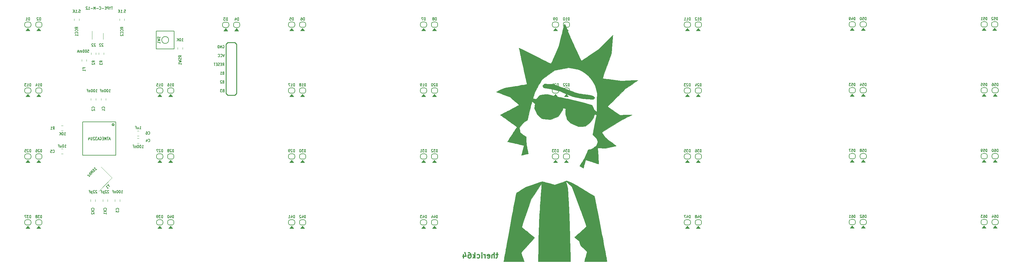
<source format=gbr>
G04 #@! TF.GenerationSoftware,KiCad,Pcbnew,(5.1.2-1)-1*
G04 #@! TF.CreationDate,2020-01-25T14:32:53-06:00*
G04 #@! TF.ProjectId,therick64BA,74686572-6963-46b3-9634-42412e6b6963,rev?*
G04 #@! TF.SameCoordinates,Original*
G04 #@! TF.FileFunction,Legend,Bot*
G04 #@! TF.FilePolarity,Positive*
%FSLAX46Y46*%
G04 Gerber Fmt 4.6, Leading zero omitted, Abs format (unit mm)*
G04 Created by KiCad (PCBNEW (5.1.2-1)-1) date 2020-01-25 14:32:53*
%MOMM*%
%LPD*%
G04 APERTURE LIST*
%ADD10C,0.150000*%
%ADD11C,0.300000*%
%ADD12C,0.100000*%
%ADD13C,0.200000*%
%ADD14C,0.254000*%
%ADD15C,0.120000*%
%ADD16C,0.010000*%
%ADD17C,0.203200*%
G04 APERTURE END LIST*
D10*
X91361333Y-37280904D02*
X91694666Y-37280904D01*
X91728000Y-37661857D01*
X91694666Y-37623761D01*
X91628000Y-37585666D01*
X91461333Y-37585666D01*
X91394666Y-37623761D01*
X91361333Y-37661857D01*
X91328000Y-37738047D01*
X91328000Y-37928523D01*
X91361333Y-38004714D01*
X91394666Y-38042809D01*
X91461333Y-38080904D01*
X91628000Y-38080904D01*
X91694666Y-38042809D01*
X91728000Y-38004714D01*
X91028000Y-38004714D02*
X90994666Y-38042809D01*
X91028000Y-38080904D01*
X91061333Y-38042809D01*
X91028000Y-38004714D01*
X91028000Y-38080904D01*
X90328000Y-38080904D02*
X90728000Y-38080904D01*
X90528000Y-38080904D02*
X90528000Y-37280904D01*
X90594666Y-37395190D01*
X90661333Y-37471380D01*
X90728000Y-37509476D01*
X90028000Y-38080904D02*
X90028000Y-37280904D01*
X89628000Y-38080904D02*
X89928000Y-37623761D01*
X89628000Y-37280904D02*
X90028000Y-37738047D01*
X78280333Y-37280904D02*
X78613666Y-37280904D01*
X78647000Y-37661857D01*
X78613666Y-37623761D01*
X78547000Y-37585666D01*
X78380333Y-37585666D01*
X78313666Y-37623761D01*
X78280333Y-37661857D01*
X78247000Y-37738047D01*
X78247000Y-37928523D01*
X78280333Y-38004714D01*
X78313666Y-38042809D01*
X78380333Y-38080904D01*
X78547000Y-38080904D01*
X78613666Y-38042809D01*
X78647000Y-38004714D01*
X77947000Y-38004714D02*
X77913666Y-38042809D01*
X77947000Y-38080904D01*
X77980333Y-38042809D01*
X77947000Y-38004714D01*
X77947000Y-38080904D01*
X77247000Y-38080904D02*
X77647000Y-38080904D01*
X77447000Y-38080904D02*
X77447000Y-37280904D01*
X77513666Y-37395190D01*
X77580333Y-37471380D01*
X77647000Y-37509476D01*
X76947000Y-38080904D02*
X76947000Y-37280904D01*
X76547000Y-38080904D02*
X76847000Y-37623761D01*
X76547000Y-37280904D02*
X76947000Y-37738047D01*
X107957083Y-46335904D02*
X108357083Y-46335904D01*
X108157083Y-46335904D02*
X108157083Y-45535904D01*
X108223750Y-45650190D01*
X108290416Y-45726380D01*
X108357083Y-45764476D01*
X107523750Y-45535904D02*
X107457083Y-45535904D01*
X107390416Y-45574000D01*
X107357083Y-45612095D01*
X107323750Y-45688285D01*
X107290416Y-45840666D01*
X107290416Y-46031142D01*
X107323750Y-46183523D01*
X107357083Y-46259714D01*
X107390416Y-46297809D01*
X107457083Y-46335904D01*
X107523750Y-46335904D01*
X107590416Y-46297809D01*
X107623750Y-46259714D01*
X107657083Y-46183523D01*
X107690416Y-46031142D01*
X107690416Y-45840666D01*
X107657083Y-45688285D01*
X107623750Y-45612095D01*
X107590416Y-45574000D01*
X107523750Y-45535904D01*
X106990416Y-46335904D02*
X106990416Y-45535904D01*
X106590416Y-46335904D02*
X106890416Y-45878761D01*
X106590416Y-45535904D02*
X106990416Y-45993047D01*
X86935333Y-61067904D02*
X87335333Y-61067904D01*
X87135333Y-61067904D02*
X87135333Y-60267904D01*
X87202000Y-60382190D01*
X87268666Y-60458380D01*
X87335333Y-60496476D01*
X86502000Y-60267904D02*
X86435333Y-60267904D01*
X86368666Y-60306000D01*
X86335333Y-60344095D01*
X86302000Y-60420285D01*
X86268666Y-60572666D01*
X86268666Y-60763142D01*
X86302000Y-60915523D01*
X86335333Y-60991714D01*
X86368666Y-61029809D01*
X86435333Y-61067904D01*
X86502000Y-61067904D01*
X86568666Y-61029809D01*
X86602000Y-60991714D01*
X86635333Y-60915523D01*
X86668666Y-60763142D01*
X86668666Y-60572666D01*
X86635333Y-60420285D01*
X86602000Y-60344095D01*
X86568666Y-60306000D01*
X86502000Y-60267904D01*
X85835333Y-60267904D02*
X85768666Y-60267904D01*
X85702000Y-60306000D01*
X85668666Y-60344095D01*
X85635333Y-60420285D01*
X85602000Y-60572666D01*
X85602000Y-60763142D01*
X85635333Y-60915523D01*
X85668666Y-60991714D01*
X85702000Y-61029809D01*
X85768666Y-61067904D01*
X85835333Y-61067904D01*
X85902000Y-61029809D01*
X85935333Y-60991714D01*
X85968666Y-60915523D01*
X86002000Y-60763142D01*
X86002000Y-60572666D01*
X85968666Y-60420285D01*
X85935333Y-60344095D01*
X85902000Y-60306000D01*
X85835333Y-60267904D01*
X85302000Y-60534571D02*
X85302000Y-61067904D01*
X85302000Y-60610761D02*
X85268666Y-60572666D01*
X85202000Y-60534571D01*
X85102000Y-60534571D01*
X85035333Y-60572666D01*
X85002000Y-60648857D01*
X85002000Y-61067904D01*
X84435333Y-60648857D02*
X84668666Y-60648857D01*
X84668666Y-61067904D02*
X84668666Y-60267904D01*
X84335333Y-60267904D01*
X83099292Y-83655517D02*
X83382135Y-83372674D01*
X83240714Y-83514096D02*
X82675028Y-82948410D01*
X82802981Y-82982082D01*
X82903996Y-82988816D01*
X82978074Y-82968613D01*
X82109343Y-83514096D02*
X82203624Y-83419815D01*
X82277702Y-83399612D01*
X82328209Y-83402979D01*
X82456162Y-83436651D01*
X82587482Y-83520830D01*
X82802981Y-83736329D01*
X82833286Y-83813774D01*
X82836653Y-83864282D01*
X82816450Y-83938360D01*
X82722169Y-84032641D01*
X82648091Y-84052844D01*
X82597583Y-84049477D01*
X82520138Y-84019172D01*
X82385451Y-83884485D01*
X82355147Y-83807040D01*
X82351780Y-83756532D01*
X82371983Y-83682455D01*
X82466264Y-83588174D01*
X82540341Y-83567971D01*
X82590849Y-83571338D01*
X82668294Y-83601642D01*
X82415756Y-84339054D02*
X81850071Y-83773368D01*
X82089140Y-84342421D01*
X81520087Y-84103351D01*
X82085773Y-84669037D01*
X81850071Y-84904739D02*
X81284385Y-84339054D01*
X81637938Y-85116871D02*
X81341627Y-84820560D01*
X81311322Y-84743115D01*
X81331526Y-84669037D01*
X81402236Y-84598326D01*
X81476314Y-84578123D01*
X81526822Y-84581490D01*
X81072253Y-84928309D02*
X80812981Y-85187582D01*
X81449377Y-85305433D01*
X81190104Y-85564705D01*
X83019833Y-47136095D02*
X82986500Y-47098000D01*
X82919833Y-47059904D01*
X82753166Y-47059904D01*
X82686500Y-47098000D01*
X82653166Y-47136095D01*
X82619833Y-47212285D01*
X82619833Y-47288476D01*
X82653166Y-47402761D01*
X83053166Y-47859904D01*
X82619833Y-47859904D01*
X82353166Y-47136095D02*
X82319833Y-47098000D01*
X82253166Y-47059904D01*
X82086500Y-47059904D01*
X82019833Y-47098000D01*
X81986500Y-47136095D01*
X81953166Y-47212285D01*
X81953166Y-47288476D01*
X81986500Y-47402761D01*
X82386500Y-47859904D01*
X81953166Y-47859904D01*
X85242333Y-47136095D02*
X85209000Y-47098000D01*
X85142333Y-47059904D01*
X84975666Y-47059904D01*
X84909000Y-47098000D01*
X84875666Y-47136095D01*
X84842333Y-47212285D01*
X84842333Y-47288476D01*
X84875666Y-47402761D01*
X85275666Y-47859904D01*
X84842333Y-47859904D01*
X84575666Y-47136095D02*
X84542333Y-47098000D01*
X84475666Y-47059904D01*
X84309000Y-47059904D01*
X84242333Y-47098000D01*
X84209000Y-47136095D01*
X84175666Y-47212285D01*
X84175666Y-47288476D01*
X84209000Y-47402761D01*
X84609000Y-47859904D01*
X84175666Y-47859904D01*
X83125333Y-61067904D02*
X83525333Y-61067904D01*
X83325333Y-61067904D02*
X83325333Y-60267904D01*
X83392000Y-60382190D01*
X83458666Y-60458380D01*
X83525333Y-60496476D01*
X82692000Y-60267904D02*
X82625333Y-60267904D01*
X82558666Y-60306000D01*
X82525333Y-60344095D01*
X82492000Y-60420285D01*
X82458666Y-60572666D01*
X82458666Y-60763142D01*
X82492000Y-60915523D01*
X82525333Y-60991714D01*
X82558666Y-61029809D01*
X82625333Y-61067904D01*
X82692000Y-61067904D01*
X82758666Y-61029809D01*
X82792000Y-60991714D01*
X82825333Y-60915523D01*
X82858666Y-60763142D01*
X82858666Y-60572666D01*
X82825333Y-60420285D01*
X82792000Y-60344095D01*
X82758666Y-60306000D01*
X82692000Y-60267904D01*
X82025333Y-60267904D02*
X81958666Y-60267904D01*
X81892000Y-60306000D01*
X81858666Y-60344095D01*
X81825333Y-60420285D01*
X81792000Y-60572666D01*
X81792000Y-60763142D01*
X81825333Y-60915523D01*
X81858666Y-60991714D01*
X81892000Y-61029809D01*
X81958666Y-61067904D01*
X82025333Y-61067904D01*
X82092000Y-61029809D01*
X82125333Y-60991714D01*
X82158666Y-60915523D01*
X82192000Y-60763142D01*
X82192000Y-60572666D01*
X82158666Y-60420285D01*
X82125333Y-60344095D01*
X82092000Y-60306000D01*
X82025333Y-60267904D01*
X81492000Y-60534571D02*
X81492000Y-61067904D01*
X81492000Y-60610761D02*
X81458666Y-60572666D01*
X81392000Y-60534571D01*
X81292000Y-60534571D01*
X81225333Y-60572666D01*
X81192000Y-60648857D01*
X81192000Y-61067904D01*
X80625333Y-60648857D02*
X80858666Y-60648857D01*
X80858666Y-61067904D02*
X80858666Y-60267904D01*
X80525333Y-60267904D01*
X95793666Y-71735904D02*
X96193666Y-71735904D01*
X95993666Y-71735904D02*
X95993666Y-70935904D01*
X96060333Y-71050190D01*
X96127000Y-71126380D01*
X96193666Y-71164476D01*
X95193666Y-71202571D02*
X95193666Y-71735904D01*
X95493666Y-71202571D02*
X95493666Y-71621619D01*
X95460333Y-71697809D01*
X95393666Y-71735904D01*
X95293666Y-71735904D01*
X95227000Y-71697809D01*
X95193666Y-71659714D01*
X94627000Y-71316857D02*
X94860333Y-71316857D01*
X94860333Y-71735904D02*
X94860333Y-70935904D01*
X94527000Y-70935904D01*
X96460333Y-77196904D02*
X96860333Y-77196904D01*
X96660333Y-77196904D02*
X96660333Y-76396904D01*
X96727000Y-76511190D01*
X96793666Y-76587380D01*
X96860333Y-76625476D01*
X96027000Y-76396904D02*
X95960333Y-76396904D01*
X95893666Y-76435000D01*
X95860333Y-76473095D01*
X95827000Y-76549285D01*
X95793666Y-76701666D01*
X95793666Y-76892142D01*
X95827000Y-77044523D01*
X95860333Y-77120714D01*
X95893666Y-77158809D01*
X95960333Y-77196904D01*
X96027000Y-77196904D01*
X96093666Y-77158809D01*
X96127000Y-77120714D01*
X96160333Y-77044523D01*
X96193666Y-76892142D01*
X96193666Y-76701666D01*
X96160333Y-76549285D01*
X96127000Y-76473095D01*
X96093666Y-76435000D01*
X96027000Y-76396904D01*
X95360333Y-76396904D02*
X95293666Y-76396904D01*
X95227000Y-76435000D01*
X95193666Y-76473095D01*
X95160333Y-76549285D01*
X95127000Y-76701666D01*
X95127000Y-76892142D01*
X95160333Y-77044523D01*
X95193666Y-77120714D01*
X95227000Y-77158809D01*
X95293666Y-77196904D01*
X95360333Y-77196904D01*
X95427000Y-77158809D01*
X95460333Y-77120714D01*
X95493666Y-77044523D01*
X95527000Y-76892142D01*
X95527000Y-76701666D01*
X95493666Y-76549285D01*
X95460333Y-76473095D01*
X95427000Y-76435000D01*
X95360333Y-76396904D01*
X94827000Y-76663571D02*
X94827000Y-77196904D01*
X94827000Y-76739761D02*
X94793666Y-76701666D01*
X94727000Y-76663571D01*
X94627000Y-76663571D01*
X94560333Y-76701666D01*
X94527000Y-76777857D01*
X94527000Y-77196904D01*
X93960333Y-76777857D02*
X94193666Y-76777857D01*
X94193666Y-77196904D02*
X94193666Y-76396904D01*
X93860333Y-76396904D01*
X74016333Y-73513904D02*
X74416333Y-73513904D01*
X74216333Y-73513904D02*
X74216333Y-72713904D01*
X74283000Y-72828190D01*
X74349666Y-72904380D01*
X74416333Y-72942476D01*
X73583000Y-72713904D02*
X73516333Y-72713904D01*
X73449666Y-72752000D01*
X73416333Y-72790095D01*
X73383000Y-72866285D01*
X73349666Y-73018666D01*
X73349666Y-73209142D01*
X73383000Y-73361523D01*
X73416333Y-73437714D01*
X73449666Y-73475809D01*
X73516333Y-73513904D01*
X73583000Y-73513904D01*
X73649666Y-73475809D01*
X73683000Y-73437714D01*
X73716333Y-73361523D01*
X73749666Y-73209142D01*
X73749666Y-73018666D01*
X73716333Y-72866285D01*
X73683000Y-72790095D01*
X73649666Y-72752000D01*
X73583000Y-72713904D01*
X73049666Y-73513904D02*
X73049666Y-72713904D01*
X72649666Y-73513904D02*
X72949666Y-73056761D01*
X72649666Y-72713904D02*
X73049666Y-73171047D01*
X74156000Y-77069904D02*
X74556000Y-77069904D01*
X74356000Y-77069904D02*
X74356000Y-76269904D01*
X74422666Y-76384190D01*
X74489333Y-76460380D01*
X74556000Y-76498476D01*
X73722666Y-76269904D02*
X73656000Y-76269904D01*
X73589333Y-76308000D01*
X73556000Y-76346095D01*
X73522666Y-76422285D01*
X73489333Y-76574666D01*
X73489333Y-76765142D01*
X73522666Y-76917523D01*
X73556000Y-76993714D01*
X73589333Y-77031809D01*
X73656000Y-77069904D01*
X73722666Y-77069904D01*
X73789333Y-77031809D01*
X73822666Y-76993714D01*
X73856000Y-76917523D01*
X73889333Y-76765142D01*
X73889333Y-76574666D01*
X73856000Y-76422285D01*
X73822666Y-76346095D01*
X73789333Y-76308000D01*
X73722666Y-76269904D01*
X72889333Y-76536571D02*
X72889333Y-77069904D01*
X73189333Y-76536571D02*
X73189333Y-76955619D01*
X73156000Y-77031809D01*
X73089333Y-77069904D01*
X72989333Y-77069904D01*
X72922666Y-77031809D01*
X72889333Y-76993714D01*
X72322666Y-76650857D02*
X72556000Y-76650857D01*
X72556000Y-77069904D02*
X72556000Y-76269904D01*
X72222666Y-76269904D01*
X83446000Y-89554095D02*
X83412666Y-89516000D01*
X83346000Y-89477904D01*
X83179333Y-89477904D01*
X83112666Y-89516000D01*
X83079333Y-89554095D01*
X83046000Y-89630285D01*
X83046000Y-89706476D01*
X83079333Y-89820761D01*
X83479333Y-90277904D01*
X83046000Y-90277904D01*
X82779333Y-89554095D02*
X82746000Y-89516000D01*
X82679333Y-89477904D01*
X82512666Y-89477904D01*
X82446000Y-89516000D01*
X82412666Y-89554095D01*
X82379333Y-89630285D01*
X82379333Y-89706476D01*
X82412666Y-89820761D01*
X82812666Y-90277904D01*
X82379333Y-90277904D01*
X82079333Y-89744571D02*
X82079333Y-90544571D01*
X82079333Y-89782666D02*
X82012666Y-89744571D01*
X81879333Y-89744571D01*
X81812666Y-89782666D01*
X81779333Y-89820761D01*
X81746000Y-89896952D01*
X81746000Y-90125523D01*
X81779333Y-90201714D01*
X81812666Y-90239809D01*
X81879333Y-90277904D01*
X82012666Y-90277904D01*
X82079333Y-90239809D01*
X81212666Y-89858857D02*
X81446000Y-89858857D01*
X81446000Y-90277904D02*
X81446000Y-89477904D01*
X81112666Y-89477904D01*
X86875000Y-89554095D02*
X86841666Y-89516000D01*
X86775000Y-89477904D01*
X86608333Y-89477904D01*
X86541666Y-89516000D01*
X86508333Y-89554095D01*
X86475000Y-89630285D01*
X86475000Y-89706476D01*
X86508333Y-89820761D01*
X86908333Y-90277904D01*
X86475000Y-90277904D01*
X86208333Y-89554095D02*
X86175000Y-89516000D01*
X86108333Y-89477904D01*
X85941666Y-89477904D01*
X85875000Y-89516000D01*
X85841666Y-89554095D01*
X85808333Y-89630285D01*
X85808333Y-89706476D01*
X85841666Y-89820761D01*
X86241666Y-90277904D01*
X85808333Y-90277904D01*
X85508333Y-89744571D02*
X85508333Y-90544571D01*
X85508333Y-89782666D02*
X85441666Y-89744571D01*
X85308333Y-89744571D01*
X85241666Y-89782666D01*
X85208333Y-89820761D01*
X85175000Y-89896952D01*
X85175000Y-90125523D01*
X85208333Y-90201714D01*
X85241666Y-90239809D01*
X85308333Y-90277904D01*
X85441666Y-90277904D01*
X85508333Y-90239809D01*
X84641666Y-89858857D02*
X84875000Y-89858857D01*
X84875000Y-90277904D02*
X84875000Y-89477904D01*
X84541666Y-89477904D01*
X90491333Y-90277904D02*
X90891333Y-90277904D01*
X90691333Y-90277904D02*
X90691333Y-89477904D01*
X90758000Y-89592190D01*
X90824666Y-89668380D01*
X90891333Y-89706476D01*
X90058000Y-89477904D02*
X89991333Y-89477904D01*
X89924666Y-89516000D01*
X89891333Y-89554095D01*
X89858000Y-89630285D01*
X89824666Y-89782666D01*
X89824666Y-89973142D01*
X89858000Y-90125523D01*
X89891333Y-90201714D01*
X89924666Y-90239809D01*
X89991333Y-90277904D01*
X90058000Y-90277904D01*
X90124666Y-90239809D01*
X90158000Y-90201714D01*
X90191333Y-90125523D01*
X90224666Y-89973142D01*
X90224666Y-89782666D01*
X90191333Y-89630285D01*
X90158000Y-89554095D01*
X90124666Y-89516000D01*
X90058000Y-89477904D01*
X89391333Y-89477904D02*
X89324666Y-89477904D01*
X89258000Y-89516000D01*
X89224666Y-89554095D01*
X89191333Y-89630285D01*
X89158000Y-89782666D01*
X89158000Y-89973142D01*
X89191333Y-90125523D01*
X89224666Y-90201714D01*
X89258000Y-90239809D01*
X89324666Y-90277904D01*
X89391333Y-90277904D01*
X89458000Y-90239809D01*
X89491333Y-90201714D01*
X89524666Y-90125523D01*
X89558000Y-89973142D01*
X89558000Y-89782666D01*
X89524666Y-89630285D01*
X89491333Y-89554095D01*
X89458000Y-89516000D01*
X89391333Y-89477904D01*
X88858000Y-89744571D02*
X88858000Y-90277904D01*
X88858000Y-89820761D02*
X88824666Y-89782666D01*
X88758000Y-89744571D01*
X88658000Y-89744571D01*
X88591333Y-89782666D01*
X88558000Y-89858857D01*
X88558000Y-90277904D01*
X87991333Y-89858857D02*
X88224666Y-89858857D01*
X88224666Y-90277904D02*
X88224666Y-89477904D01*
X87891333Y-89477904D01*
X80768666Y-48837904D02*
X81102000Y-48837904D01*
X81135333Y-49218857D01*
X81102000Y-49180761D01*
X81035333Y-49142666D01*
X80868666Y-49142666D01*
X80802000Y-49180761D01*
X80768666Y-49218857D01*
X80735333Y-49295047D01*
X80735333Y-49485523D01*
X80768666Y-49561714D01*
X80802000Y-49599809D01*
X80868666Y-49637904D01*
X81035333Y-49637904D01*
X81102000Y-49599809D01*
X81135333Y-49561714D01*
X80302000Y-48837904D02*
X80235333Y-48837904D01*
X80168666Y-48876000D01*
X80135333Y-48914095D01*
X80102000Y-48990285D01*
X80068666Y-49142666D01*
X80068666Y-49333142D01*
X80102000Y-49485523D01*
X80135333Y-49561714D01*
X80168666Y-49599809D01*
X80235333Y-49637904D01*
X80302000Y-49637904D01*
X80368666Y-49599809D01*
X80402000Y-49561714D01*
X80435333Y-49485523D01*
X80468666Y-49333142D01*
X80468666Y-49142666D01*
X80435333Y-48990285D01*
X80402000Y-48914095D01*
X80368666Y-48876000D01*
X80302000Y-48837904D01*
X79635333Y-48837904D02*
X79568666Y-48837904D01*
X79502000Y-48876000D01*
X79468666Y-48914095D01*
X79435333Y-48990285D01*
X79402000Y-49142666D01*
X79402000Y-49333142D01*
X79435333Y-49485523D01*
X79468666Y-49561714D01*
X79502000Y-49599809D01*
X79568666Y-49637904D01*
X79635333Y-49637904D01*
X79702000Y-49599809D01*
X79735333Y-49561714D01*
X79768666Y-49485523D01*
X79802000Y-49333142D01*
X79802000Y-49142666D01*
X79768666Y-48990285D01*
X79735333Y-48914095D01*
X79702000Y-48876000D01*
X79635333Y-48837904D01*
X79102000Y-49637904D02*
X79102000Y-49104571D01*
X79102000Y-49180761D02*
X79068666Y-49142666D01*
X79002000Y-49104571D01*
X78902000Y-49104571D01*
X78835333Y-49142666D01*
X78802000Y-49218857D01*
X78802000Y-49637904D01*
X78802000Y-49218857D02*
X78768666Y-49142666D01*
X78702000Y-49104571D01*
X78602000Y-49104571D01*
X78535333Y-49142666D01*
X78502000Y-49218857D01*
X78502000Y-49637904D01*
X78202000Y-49409333D02*
X77868666Y-49409333D01*
X78268666Y-49637904D02*
X78035333Y-48837904D01*
X77802000Y-49637904D01*
D11*
X199290267Y-108025446D02*
X198718839Y-108025446D01*
X199075982Y-107525446D02*
X199075982Y-108811160D01*
X199004553Y-108954017D01*
X198861696Y-109025446D01*
X198718839Y-109025446D01*
X198218839Y-109025446D02*
X198218839Y-107525446D01*
X197575982Y-109025446D02*
X197575982Y-108239732D01*
X197647410Y-108096875D01*
X197790267Y-108025446D01*
X198004553Y-108025446D01*
X198147410Y-108096875D01*
X198218839Y-108168303D01*
X196290267Y-108954017D02*
X196433125Y-109025446D01*
X196718839Y-109025446D01*
X196861696Y-108954017D01*
X196933125Y-108811160D01*
X196933125Y-108239732D01*
X196861696Y-108096875D01*
X196718839Y-108025446D01*
X196433125Y-108025446D01*
X196290267Y-108096875D01*
X196218839Y-108239732D01*
X196218839Y-108382589D01*
X196933125Y-108525446D01*
X195575982Y-109025446D02*
X195575982Y-108025446D01*
X195575982Y-108311160D02*
X195504553Y-108168303D01*
X195433125Y-108096875D01*
X195290267Y-108025446D01*
X195147410Y-108025446D01*
X194647410Y-109025446D02*
X194647410Y-108025446D01*
X194647410Y-107525446D02*
X194718839Y-107596875D01*
X194647410Y-107668303D01*
X194575982Y-107596875D01*
X194647410Y-107525446D01*
X194647410Y-107668303D01*
X193290267Y-108954017D02*
X193433125Y-109025446D01*
X193718839Y-109025446D01*
X193861696Y-108954017D01*
X193933125Y-108882589D01*
X194004553Y-108739732D01*
X194004553Y-108311160D01*
X193933125Y-108168303D01*
X193861696Y-108096875D01*
X193718839Y-108025446D01*
X193433125Y-108025446D01*
X193290267Y-108096875D01*
X192647410Y-109025446D02*
X192647410Y-107525446D01*
X192504553Y-108454017D02*
X192075982Y-109025446D01*
X192075982Y-108025446D02*
X192647410Y-108596875D01*
X190790267Y-107525446D02*
X191075982Y-107525446D01*
X191218839Y-107596875D01*
X191290267Y-107668303D01*
X191433125Y-107882589D01*
X191504553Y-108168303D01*
X191504553Y-108739732D01*
X191433125Y-108882589D01*
X191361696Y-108954017D01*
X191218839Y-109025446D01*
X190933125Y-109025446D01*
X190790267Y-108954017D01*
X190718839Y-108882589D01*
X190647410Y-108739732D01*
X190647410Y-108382589D01*
X190718839Y-108239732D01*
X190790267Y-108168303D01*
X190933125Y-108096875D01*
X191218839Y-108096875D01*
X191361696Y-108168303D01*
X191433125Y-108239732D01*
X191504553Y-108382589D01*
X189361696Y-108025446D02*
X189361696Y-109025446D01*
X189718839Y-107454017D02*
X190075982Y-108525446D01*
X189147410Y-108525446D01*
D12*
G36*
X101600000Y-99723575D02*
G01*
X101000000Y-100523575D01*
X102200000Y-100523575D01*
X101600000Y-99723575D01*
G37*
X101600000Y-99723575D02*
X101000000Y-100523575D01*
X102200000Y-100523575D01*
X101600000Y-99723575D01*
D13*
X102500000Y-99009337D02*
X102500000Y-98509375D01*
X102000000Y-99509375D02*
G75*
G03X102500000Y-99009375I0J500000D01*
G01*
X102500000Y-98509375D02*
G75*
G03X102000000Y-98009375I-500000J0D01*
G01*
X101200000Y-98009375D02*
X102000000Y-98009375D01*
X101200000Y-98009375D02*
G75*
G03X100700000Y-98509375I0J-500000D01*
G01*
X100700000Y-98509413D02*
X100700000Y-99009375D01*
X101200000Y-99509375D02*
X102000000Y-99509375D01*
X100700000Y-99009375D02*
G75*
G03X101200000Y-99509375I500000J0D01*
G01*
D12*
G36*
X342900000Y-99644200D02*
G01*
X342300000Y-100444200D01*
X343500000Y-100444200D01*
X342900000Y-99644200D01*
G37*
X342900000Y-99644200D02*
X342300000Y-100444200D01*
X343500000Y-100444200D01*
X342900000Y-99644200D01*
D13*
X343800000Y-98929962D02*
X343800000Y-98430000D01*
X343300000Y-99430000D02*
G75*
G03X343800000Y-98930000I0J500000D01*
G01*
X343800000Y-98430000D02*
G75*
G03X343300000Y-97930000I-500000J0D01*
G01*
X342500000Y-97930000D02*
X343300000Y-97930000D01*
X342500000Y-97930000D02*
G75*
G03X342000000Y-98430000I0J-500000D01*
G01*
X342000000Y-98430038D02*
X342000000Y-98930000D01*
X342500000Y-99430000D02*
X343300000Y-99430000D01*
X342000000Y-98930000D02*
G75*
G03X342500000Y-99430000I500000J0D01*
G01*
D12*
G36*
X339725000Y-99644200D02*
G01*
X339125000Y-100444200D01*
X340325000Y-100444200D01*
X339725000Y-99644200D01*
G37*
X339725000Y-99644200D02*
X339125000Y-100444200D01*
X340325000Y-100444200D01*
X339725000Y-99644200D01*
D13*
X340625000Y-98929962D02*
X340625000Y-98430000D01*
X340125000Y-99430000D02*
G75*
G03X340625000Y-98930000I0J500000D01*
G01*
X340625000Y-98430000D02*
G75*
G03X340125000Y-97930000I-500000J0D01*
G01*
X339325000Y-97930000D02*
X340125000Y-97930000D01*
X339325000Y-97930000D02*
G75*
G03X338825000Y-98430000I0J-500000D01*
G01*
X338825000Y-98430038D02*
X338825000Y-98930000D01*
X339325000Y-99430000D02*
X340125000Y-99430000D01*
X338825000Y-98930000D02*
G75*
G03X339325000Y-99430000I500000J0D01*
G01*
D12*
G36*
X304800000Y-99644200D02*
G01*
X304200000Y-100444200D01*
X305400000Y-100444200D01*
X304800000Y-99644200D01*
G37*
X304800000Y-99644200D02*
X304200000Y-100444200D01*
X305400000Y-100444200D01*
X304800000Y-99644200D01*
D13*
X305700000Y-98929962D02*
X305700000Y-98430000D01*
X305200000Y-99430000D02*
G75*
G03X305700000Y-98930000I0J500000D01*
G01*
X305700000Y-98430000D02*
G75*
G03X305200000Y-97930000I-500000J0D01*
G01*
X304400000Y-97930000D02*
X305200000Y-97930000D01*
X304400000Y-97930000D02*
G75*
G03X303900000Y-98430000I0J-500000D01*
G01*
X303900000Y-98430038D02*
X303900000Y-98930000D01*
X304400000Y-99430000D02*
X305200000Y-99430000D01*
X303900000Y-98930000D02*
G75*
G03X304400000Y-99430000I500000J0D01*
G01*
D12*
G36*
X301625000Y-99644200D02*
G01*
X301025000Y-100444200D01*
X302225000Y-100444200D01*
X301625000Y-99644200D01*
G37*
X301625000Y-99644200D02*
X301025000Y-100444200D01*
X302225000Y-100444200D01*
X301625000Y-99644200D01*
D13*
X302525000Y-98929962D02*
X302525000Y-98430000D01*
X302025000Y-99430000D02*
G75*
G03X302525000Y-98930000I0J500000D01*
G01*
X302525000Y-98430000D02*
G75*
G03X302025000Y-97930000I-500000J0D01*
G01*
X301225000Y-97930000D02*
X302025000Y-97930000D01*
X301225000Y-97930000D02*
G75*
G03X300725000Y-98430000I0J-500000D01*
G01*
X300725000Y-98430038D02*
X300725000Y-98930000D01*
X301225000Y-99430000D02*
X302025000Y-99430000D01*
X300725000Y-98930000D02*
G75*
G03X301225000Y-99430000I500000J0D01*
G01*
D12*
G36*
X342900000Y-80594200D02*
G01*
X342300000Y-81394200D01*
X343500000Y-81394200D01*
X342900000Y-80594200D01*
G37*
X342900000Y-80594200D02*
X342300000Y-81394200D01*
X343500000Y-81394200D01*
X342900000Y-80594200D01*
D13*
X343800000Y-79879962D02*
X343800000Y-79380000D01*
X343300000Y-80380000D02*
G75*
G03X343800000Y-79880000I0J500000D01*
G01*
X343800000Y-79380000D02*
G75*
G03X343300000Y-78880000I-500000J0D01*
G01*
X342500000Y-78880000D02*
X343300000Y-78880000D01*
X342500000Y-78880000D02*
G75*
G03X342000000Y-79380000I0J-500000D01*
G01*
X342000000Y-79380038D02*
X342000000Y-79880000D01*
X342500000Y-80380000D02*
X343300000Y-80380000D01*
X342000000Y-79880000D02*
G75*
G03X342500000Y-80380000I500000J0D01*
G01*
D12*
G36*
X339725000Y-80594200D02*
G01*
X339125000Y-81394200D01*
X340325000Y-81394200D01*
X339725000Y-80594200D01*
G37*
X339725000Y-80594200D02*
X339125000Y-81394200D01*
X340325000Y-81394200D01*
X339725000Y-80594200D01*
D13*
X340625000Y-79879962D02*
X340625000Y-79380000D01*
X340125000Y-80380000D02*
G75*
G03X340625000Y-79880000I0J500000D01*
G01*
X340625000Y-79380000D02*
G75*
G03X340125000Y-78880000I-500000J0D01*
G01*
X339325000Y-78880000D02*
X340125000Y-78880000D01*
X339325000Y-78880000D02*
G75*
G03X338825000Y-79380000I0J-500000D01*
G01*
X338825000Y-79380038D02*
X338825000Y-79880000D01*
X339325000Y-80380000D02*
X340125000Y-80380000D01*
X338825000Y-79880000D02*
G75*
G03X339325000Y-80380000I500000J0D01*
G01*
D12*
G36*
X304800000Y-80594200D02*
G01*
X304200000Y-81394200D01*
X305400000Y-81394200D01*
X304800000Y-80594200D01*
G37*
X304800000Y-80594200D02*
X304200000Y-81394200D01*
X305400000Y-81394200D01*
X304800000Y-80594200D01*
D13*
X305700000Y-79879962D02*
X305700000Y-79380000D01*
X305200000Y-80380000D02*
G75*
G03X305700000Y-79880000I0J500000D01*
G01*
X305700000Y-79380000D02*
G75*
G03X305200000Y-78880000I-500000J0D01*
G01*
X304400000Y-78880000D02*
X305200000Y-78880000D01*
X304400000Y-78880000D02*
G75*
G03X303900000Y-79380000I0J-500000D01*
G01*
X303900000Y-79380038D02*
X303900000Y-79880000D01*
X304400000Y-80380000D02*
X305200000Y-80380000D01*
X303900000Y-79880000D02*
G75*
G03X304400000Y-80380000I500000J0D01*
G01*
D12*
G36*
X301625000Y-80594200D02*
G01*
X301025000Y-81394200D01*
X302225000Y-81394200D01*
X301625000Y-80594200D01*
G37*
X301625000Y-80594200D02*
X301025000Y-81394200D01*
X302225000Y-81394200D01*
X301625000Y-80594200D01*
D13*
X302525000Y-79879962D02*
X302525000Y-79380000D01*
X302025000Y-80380000D02*
G75*
G03X302525000Y-79880000I0J500000D01*
G01*
X302525000Y-79380000D02*
G75*
G03X302025000Y-78880000I-500000J0D01*
G01*
X301225000Y-78880000D02*
X302025000Y-78880000D01*
X301225000Y-78880000D02*
G75*
G03X300725000Y-79380000I0J-500000D01*
G01*
X300725000Y-79380038D02*
X300725000Y-79880000D01*
X301225000Y-80380000D02*
X302025000Y-80380000D01*
X300725000Y-79880000D02*
G75*
G03X301225000Y-80380000I500000J0D01*
G01*
D12*
G36*
X342900000Y-61544200D02*
G01*
X342300000Y-62344200D01*
X343500000Y-62344200D01*
X342900000Y-61544200D01*
G37*
X342900000Y-61544200D02*
X342300000Y-62344200D01*
X343500000Y-62344200D01*
X342900000Y-61544200D01*
D13*
X343800000Y-60829962D02*
X343800000Y-60330000D01*
X343300000Y-61330000D02*
G75*
G03X343800000Y-60830000I0J500000D01*
G01*
X343800000Y-60330000D02*
G75*
G03X343300000Y-59830000I-500000J0D01*
G01*
X342500000Y-59830000D02*
X343300000Y-59830000D01*
X342500000Y-59830000D02*
G75*
G03X342000000Y-60330000I0J-500000D01*
G01*
X342000000Y-60330038D02*
X342000000Y-60830000D01*
X342500000Y-61330000D02*
X343300000Y-61330000D01*
X342000000Y-60830000D02*
G75*
G03X342500000Y-61330000I500000J0D01*
G01*
D12*
G36*
X339725000Y-61544200D02*
G01*
X339125000Y-62344200D01*
X340325000Y-62344200D01*
X339725000Y-61544200D01*
G37*
X339725000Y-61544200D02*
X339125000Y-62344200D01*
X340325000Y-62344200D01*
X339725000Y-61544200D01*
D13*
X340625000Y-60829962D02*
X340625000Y-60330000D01*
X340125000Y-61330000D02*
G75*
G03X340625000Y-60830000I0J500000D01*
G01*
X340625000Y-60330000D02*
G75*
G03X340125000Y-59830000I-500000J0D01*
G01*
X339325000Y-59830000D02*
X340125000Y-59830000D01*
X339325000Y-59830000D02*
G75*
G03X338825000Y-60330000I0J-500000D01*
G01*
X338825000Y-60330038D02*
X338825000Y-60830000D01*
X339325000Y-61330000D02*
X340125000Y-61330000D01*
X338825000Y-60830000D02*
G75*
G03X339325000Y-61330000I500000J0D01*
G01*
D12*
G36*
X304800000Y-61544200D02*
G01*
X304200000Y-62344200D01*
X305400000Y-62344200D01*
X304800000Y-61544200D01*
G37*
X304800000Y-61544200D02*
X304200000Y-62344200D01*
X305400000Y-62344200D01*
X304800000Y-61544200D01*
D13*
X305700000Y-60829962D02*
X305700000Y-60330000D01*
X305200000Y-61330000D02*
G75*
G03X305700000Y-60830000I0J500000D01*
G01*
X305700000Y-60330000D02*
G75*
G03X305200000Y-59830000I-500000J0D01*
G01*
X304400000Y-59830000D02*
X305200000Y-59830000D01*
X304400000Y-59830000D02*
G75*
G03X303900000Y-60330000I0J-500000D01*
G01*
X303900000Y-60330038D02*
X303900000Y-60830000D01*
X304400000Y-61330000D02*
X305200000Y-61330000D01*
X303900000Y-60830000D02*
G75*
G03X304400000Y-61330000I500000J0D01*
G01*
D12*
G36*
X301625000Y-61544200D02*
G01*
X301025000Y-62344200D01*
X302225000Y-62344200D01*
X301625000Y-61544200D01*
G37*
X301625000Y-61544200D02*
X301025000Y-62344200D01*
X302225000Y-62344200D01*
X301625000Y-61544200D01*
D13*
X302525000Y-60829962D02*
X302525000Y-60330000D01*
X302025000Y-61330000D02*
G75*
G03X302525000Y-60830000I0J500000D01*
G01*
X302525000Y-60330000D02*
G75*
G03X302025000Y-59830000I-500000J0D01*
G01*
X301225000Y-59830000D02*
X302025000Y-59830000D01*
X301225000Y-59830000D02*
G75*
G03X300725000Y-60330000I0J-500000D01*
G01*
X300725000Y-60330038D02*
X300725000Y-60830000D01*
X301225000Y-61330000D02*
X302025000Y-61330000D01*
X300725000Y-60830000D02*
G75*
G03X301225000Y-61330000I500000J0D01*
G01*
D12*
G36*
X342773000Y-42494200D02*
G01*
X342173000Y-43294200D01*
X343373000Y-43294200D01*
X342773000Y-42494200D01*
G37*
X342773000Y-42494200D02*
X342173000Y-43294200D01*
X343373000Y-43294200D01*
X342773000Y-42494200D01*
D13*
X343673000Y-41779962D02*
X343673000Y-41280000D01*
X343173000Y-42280000D02*
G75*
G03X343673000Y-41780000I0J500000D01*
G01*
X343673000Y-41280000D02*
G75*
G03X343173000Y-40780000I-500000J0D01*
G01*
X342373000Y-40780000D02*
X343173000Y-40780000D01*
X342373000Y-40780000D02*
G75*
G03X341873000Y-41280000I0J-500000D01*
G01*
X341873000Y-41280038D02*
X341873000Y-41780000D01*
X342373000Y-42280000D02*
X343173000Y-42280000D01*
X341873000Y-41780000D02*
G75*
G03X342373000Y-42280000I500000J0D01*
G01*
D12*
G36*
X339725000Y-42494200D02*
G01*
X339125000Y-43294200D01*
X340325000Y-43294200D01*
X339725000Y-42494200D01*
G37*
X339725000Y-42494200D02*
X339125000Y-43294200D01*
X340325000Y-43294200D01*
X339725000Y-42494200D01*
D13*
X340625000Y-41779962D02*
X340625000Y-41280000D01*
X340125000Y-42280000D02*
G75*
G03X340625000Y-41780000I0J500000D01*
G01*
X340625000Y-41280000D02*
G75*
G03X340125000Y-40780000I-500000J0D01*
G01*
X339325000Y-40780000D02*
X340125000Y-40780000D01*
X339325000Y-40780000D02*
G75*
G03X338825000Y-41280000I0J-500000D01*
G01*
X338825000Y-41280038D02*
X338825000Y-41780000D01*
X339325000Y-42280000D02*
X340125000Y-42280000D01*
X338825000Y-41780000D02*
G75*
G03X339325000Y-42280000I500000J0D01*
G01*
D12*
G36*
X304800000Y-42494200D02*
G01*
X304200000Y-43294200D01*
X305400000Y-43294200D01*
X304800000Y-42494200D01*
G37*
X304800000Y-42494200D02*
X304200000Y-43294200D01*
X305400000Y-43294200D01*
X304800000Y-42494200D01*
D13*
X305700000Y-41779962D02*
X305700000Y-41280000D01*
X305200000Y-42280000D02*
G75*
G03X305700000Y-41780000I0J500000D01*
G01*
X305700000Y-41280000D02*
G75*
G03X305200000Y-40780000I-500000J0D01*
G01*
X304400000Y-40780000D02*
X305200000Y-40780000D01*
X304400000Y-40780000D02*
G75*
G03X303900000Y-41280000I0J-500000D01*
G01*
X303900000Y-41280038D02*
X303900000Y-41780000D01*
X304400000Y-42280000D02*
X305200000Y-42280000D01*
X303900000Y-41780000D02*
G75*
G03X304400000Y-42280000I500000J0D01*
G01*
D12*
G36*
X301625000Y-42494200D02*
G01*
X301025000Y-43294200D01*
X302225000Y-43294200D01*
X301625000Y-42494200D01*
G37*
X301625000Y-42494200D02*
X301025000Y-43294200D01*
X302225000Y-43294200D01*
X301625000Y-42494200D01*
D13*
X302525000Y-41779962D02*
X302525000Y-41280000D01*
X302025000Y-42280000D02*
G75*
G03X302525000Y-41780000I0J500000D01*
G01*
X302525000Y-41280000D02*
G75*
G03X302025000Y-40780000I-500000J0D01*
G01*
X301225000Y-40780000D02*
X302025000Y-40780000D01*
X301225000Y-40780000D02*
G75*
G03X300725000Y-41280000I0J-500000D01*
G01*
X300725000Y-41280038D02*
X300725000Y-41780000D01*
X301225000Y-42280000D02*
X302025000Y-42280000D01*
X300725000Y-41780000D02*
G75*
G03X301225000Y-42280000I500000J0D01*
G01*
D12*
G36*
X257175000Y-99723575D02*
G01*
X256575000Y-100523575D01*
X257775000Y-100523575D01*
X257175000Y-99723575D01*
G37*
X257175000Y-99723575D02*
X256575000Y-100523575D01*
X257775000Y-100523575D01*
X257175000Y-99723575D01*
D13*
X258075000Y-99009337D02*
X258075000Y-98509375D01*
X257575000Y-99509375D02*
G75*
G03X258075000Y-99009375I0J500000D01*
G01*
X258075000Y-98509375D02*
G75*
G03X257575000Y-98009375I-500000J0D01*
G01*
X256775000Y-98009375D02*
X257575000Y-98009375D01*
X256775000Y-98009375D02*
G75*
G03X256275000Y-98509375I0J-500000D01*
G01*
X256275000Y-98509413D02*
X256275000Y-99009375D01*
X256775000Y-99509375D02*
X257575000Y-99509375D01*
X256275000Y-99009375D02*
G75*
G03X256775000Y-99509375I500000J0D01*
G01*
D12*
G36*
X254000000Y-99723575D02*
G01*
X253400000Y-100523575D01*
X254600000Y-100523575D01*
X254000000Y-99723575D01*
G37*
X254000000Y-99723575D02*
X253400000Y-100523575D01*
X254600000Y-100523575D01*
X254000000Y-99723575D01*
D13*
X254900000Y-99009337D02*
X254900000Y-98509375D01*
X254400000Y-99509375D02*
G75*
G03X254900000Y-99009375I0J500000D01*
G01*
X254900000Y-98509375D02*
G75*
G03X254400000Y-98009375I-500000J0D01*
G01*
X253600000Y-98009375D02*
X254400000Y-98009375D01*
X253600000Y-98009375D02*
G75*
G03X253100000Y-98509375I0J-500000D01*
G01*
X253100000Y-98509413D02*
X253100000Y-99009375D01*
X253600000Y-99509375D02*
X254400000Y-99509375D01*
X253100000Y-99009375D02*
G75*
G03X253600000Y-99509375I500000J0D01*
G01*
D12*
G36*
X219075000Y-99723575D02*
G01*
X218475000Y-100523575D01*
X219675000Y-100523575D01*
X219075000Y-99723575D01*
G37*
X219075000Y-99723575D02*
X218475000Y-100523575D01*
X219675000Y-100523575D01*
X219075000Y-99723575D01*
D13*
X219975000Y-99009337D02*
X219975000Y-98509375D01*
X219475000Y-99509375D02*
G75*
G03X219975000Y-99009375I0J500000D01*
G01*
X219975000Y-98509375D02*
G75*
G03X219475000Y-98009375I-500000J0D01*
G01*
X218675000Y-98009375D02*
X219475000Y-98009375D01*
X218675000Y-98009375D02*
G75*
G03X218175000Y-98509375I0J-500000D01*
G01*
X218175000Y-98509413D02*
X218175000Y-99009375D01*
X218675000Y-99509375D02*
X219475000Y-99509375D01*
X218175000Y-99009375D02*
G75*
G03X218675000Y-99509375I500000J0D01*
G01*
D12*
G36*
X215900000Y-99723575D02*
G01*
X215300000Y-100523575D01*
X216500000Y-100523575D01*
X215900000Y-99723575D01*
G37*
X215900000Y-99723575D02*
X215300000Y-100523575D01*
X216500000Y-100523575D01*
X215900000Y-99723575D01*
D13*
X216800000Y-99009337D02*
X216800000Y-98509375D01*
X216300000Y-99509375D02*
G75*
G03X216800000Y-99009375I0J500000D01*
G01*
X216800000Y-98509375D02*
G75*
G03X216300000Y-98009375I-500000J0D01*
G01*
X215500000Y-98009375D02*
X216300000Y-98009375D01*
X215500000Y-98009375D02*
G75*
G03X215000000Y-98509375I0J-500000D01*
G01*
X215000000Y-98509413D02*
X215000000Y-99009375D01*
X215500000Y-99509375D02*
X216300000Y-99509375D01*
X215000000Y-99009375D02*
G75*
G03X215500000Y-99509375I500000J0D01*
G01*
D12*
G36*
X180975000Y-99723575D02*
G01*
X180375000Y-100523575D01*
X181575000Y-100523575D01*
X180975000Y-99723575D01*
G37*
X180975000Y-99723575D02*
X180375000Y-100523575D01*
X181575000Y-100523575D01*
X180975000Y-99723575D01*
D13*
X181875000Y-99009337D02*
X181875000Y-98509375D01*
X181375000Y-99509375D02*
G75*
G03X181875000Y-99009375I0J500000D01*
G01*
X181875000Y-98509375D02*
G75*
G03X181375000Y-98009375I-500000J0D01*
G01*
X180575000Y-98009375D02*
X181375000Y-98009375D01*
X180575000Y-98009375D02*
G75*
G03X180075000Y-98509375I0J-500000D01*
G01*
X180075000Y-98509413D02*
X180075000Y-99009375D01*
X180575000Y-99509375D02*
X181375000Y-99509375D01*
X180075000Y-99009375D02*
G75*
G03X180575000Y-99509375I500000J0D01*
G01*
D12*
G36*
X177800000Y-99723575D02*
G01*
X177200000Y-100523575D01*
X178400000Y-100523575D01*
X177800000Y-99723575D01*
G37*
X177800000Y-99723575D02*
X177200000Y-100523575D01*
X178400000Y-100523575D01*
X177800000Y-99723575D01*
D13*
X178700000Y-99009337D02*
X178700000Y-98509375D01*
X178200000Y-99509375D02*
G75*
G03X178700000Y-99009375I0J500000D01*
G01*
X178700000Y-98509375D02*
G75*
G03X178200000Y-98009375I-500000J0D01*
G01*
X177400000Y-98009375D02*
X178200000Y-98009375D01*
X177400000Y-98009375D02*
G75*
G03X176900000Y-98509375I0J-500000D01*
G01*
X176900000Y-98509413D02*
X176900000Y-99009375D01*
X177400000Y-99509375D02*
X178200000Y-99509375D01*
X176900000Y-99009375D02*
G75*
G03X177400000Y-99509375I500000J0D01*
G01*
D12*
G36*
X142875000Y-99723575D02*
G01*
X142275000Y-100523575D01*
X143475000Y-100523575D01*
X142875000Y-99723575D01*
G37*
X142875000Y-99723575D02*
X142275000Y-100523575D01*
X143475000Y-100523575D01*
X142875000Y-99723575D01*
D13*
X143775000Y-99009337D02*
X143775000Y-98509375D01*
X143275000Y-99509375D02*
G75*
G03X143775000Y-99009375I0J500000D01*
G01*
X143775000Y-98509375D02*
G75*
G03X143275000Y-98009375I-500000J0D01*
G01*
X142475000Y-98009375D02*
X143275000Y-98009375D01*
X142475000Y-98009375D02*
G75*
G03X141975000Y-98509375I0J-500000D01*
G01*
X141975000Y-98509413D02*
X141975000Y-99009375D01*
X142475000Y-99509375D02*
X143275000Y-99509375D01*
X141975000Y-99009375D02*
G75*
G03X142475000Y-99509375I500000J0D01*
G01*
D12*
G36*
X139700000Y-99723575D02*
G01*
X139100000Y-100523575D01*
X140300000Y-100523575D01*
X139700000Y-99723575D01*
G37*
X139700000Y-99723575D02*
X139100000Y-100523575D01*
X140300000Y-100523575D01*
X139700000Y-99723575D01*
D13*
X140600000Y-99009337D02*
X140600000Y-98509375D01*
X140100000Y-99509375D02*
G75*
G03X140600000Y-99009375I0J500000D01*
G01*
X140600000Y-98509375D02*
G75*
G03X140100000Y-98009375I-500000J0D01*
G01*
X139300000Y-98009375D02*
X140100000Y-98009375D01*
X139300000Y-98009375D02*
G75*
G03X138800000Y-98509375I0J-500000D01*
G01*
X138800000Y-98509413D02*
X138800000Y-99009375D01*
X139300000Y-99509375D02*
X140100000Y-99509375D01*
X138800000Y-99009375D02*
G75*
G03X139300000Y-99509375I500000J0D01*
G01*
D12*
G36*
X104775000Y-99723575D02*
G01*
X104175000Y-100523575D01*
X105375000Y-100523575D01*
X104775000Y-99723575D01*
G37*
X104775000Y-99723575D02*
X104175000Y-100523575D01*
X105375000Y-100523575D01*
X104775000Y-99723575D01*
D13*
X105675000Y-99009337D02*
X105675000Y-98509375D01*
X105175000Y-99509375D02*
G75*
G03X105675000Y-99009375I0J500000D01*
G01*
X105675000Y-98509375D02*
G75*
G03X105175000Y-98009375I-500000J0D01*
G01*
X104375000Y-98009375D02*
X105175000Y-98009375D01*
X104375000Y-98009375D02*
G75*
G03X103875000Y-98509375I0J-500000D01*
G01*
X103875000Y-98509413D02*
X103875000Y-99009375D01*
X104375000Y-99509375D02*
X105175000Y-99509375D01*
X103875000Y-99009375D02*
G75*
G03X104375000Y-99509375I500000J0D01*
G01*
D12*
G36*
X66675000Y-99723575D02*
G01*
X66075000Y-100523575D01*
X67275000Y-100523575D01*
X66675000Y-99723575D01*
G37*
X66675000Y-99723575D02*
X66075000Y-100523575D01*
X67275000Y-100523575D01*
X66675000Y-99723575D01*
D13*
X67575000Y-99009337D02*
X67575000Y-98509375D01*
X67075000Y-99509375D02*
G75*
G03X67575000Y-99009375I0J500000D01*
G01*
X67575000Y-98509375D02*
G75*
G03X67075000Y-98009375I-500000J0D01*
G01*
X66275000Y-98009375D02*
X67075000Y-98009375D01*
X66275000Y-98009375D02*
G75*
G03X65775000Y-98509375I0J-500000D01*
G01*
X65775000Y-98509413D02*
X65775000Y-99009375D01*
X66275000Y-99509375D02*
X67075000Y-99509375D01*
X65775000Y-99009375D02*
G75*
G03X66275000Y-99509375I500000J0D01*
G01*
D12*
G36*
X63500805Y-99723575D02*
G01*
X62900805Y-100523575D01*
X64100805Y-100523575D01*
X63500805Y-99723575D01*
G37*
X63500805Y-99723575D02*
X62900805Y-100523575D01*
X64100805Y-100523575D01*
X63500805Y-99723575D01*
D13*
X64400805Y-99009337D02*
X64400805Y-98509375D01*
X63900805Y-99509375D02*
G75*
G03X64400805Y-99009375I0J500000D01*
G01*
X64400805Y-98509375D02*
G75*
G03X63900805Y-98009375I-500000J0D01*
G01*
X63100805Y-98009375D02*
X63900805Y-98009375D01*
X63100805Y-98009375D02*
G75*
G03X62600805Y-98509375I0J-500000D01*
G01*
X62600805Y-98509413D02*
X62600805Y-99009375D01*
X63100805Y-99509375D02*
X63900805Y-99509375D01*
X62600805Y-99009375D02*
G75*
G03X63100805Y-99509375I500000J0D01*
G01*
D12*
G36*
X257175000Y-80673575D02*
G01*
X256575000Y-81473575D01*
X257775000Y-81473575D01*
X257175000Y-80673575D01*
G37*
X257175000Y-80673575D02*
X256575000Y-81473575D01*
X257775000Y-81473575D01*
X257175000Y-80673575D01*
D13*
X258075000Y-79959337D02*
X258075000Y-79459375D01*
X257575000Y-80459375D02*
G75*
G03X258075000Y-79959375I0J500000D01*
G01*
X258075000Y-79459375D02*
G75*
G03X257575000Y-78959375I-500000J0D01*
G01*
X256775000Y-78959375D02*
X257575000Y-78959375D01*
X256775000Y-78959375D02*
G75*
G03X256275000Y-79459375I0J-500000D01*
G01*
X256275000Y-79459413D02*
X256275000Y-79959375D01*
X256775000Y-80459375D02*
X257575000Y-80459375D01*
X256275000Y-79959375D02*
G75*
G03X256775000Y-80459375I500000J0D01*
G01*
D12*
G36*
X254000000Y-80673575D02*
G01*
X253400000Y-81473575D01*
X254600000Y-81473575D01*
X254000000Y-80673575D01*
G37*
X254000000Y-80673575D02*
X253400000Y-81473575D01*
X254600000Y-81473575D01*
X254000000Y-80673575D01*
D13*
X254900000Y-79959337D02*
X254900000Y-79459375D01*
X254400000Y-80459375D02*
G75*
G03X254900000Y-79959375I0J500000D01*
G01*
X254900000Y-79459375D02*
G75*
G03X254400000Y-78959375I-500000J0D01*
G01*
X253600000Y-78959375D02*
X254400000Y-78959375D01*
X253600000Y-78959375D02*
G75*
G03X253100000Y-79459375I0J-500000D01*
G01*
X253100000Y-79459413D02*
X253100000Y-79959375D01*
X253600000Y-80459375D02*
X254400000Y-80459375D01*
X253100000Y-79959375D02*
G75*
G03X253600000Y-80459375I500000J0D01*
G01*
D12*
G36*
X219075000Y-80673575D02*
G01*
X218475000Y-81473575D01*
X219675000Y-81473575D01*
X219075000Y-80673575D01*
G37*
X219075000Y-80673575D02*
X218475000Y-81473575D01*
X219675000Y-81473575D01*
X219075000Y-80673575D01*
D13*
X219975000Y-79959337D02*
X219975000Y-79459375D01*
X219475000Y-80459375D02*
G75*
G03X219975000Y-79959375I0J500000D01*
G01*
X219975000Y-79459375D02*
G75*
G03X219475000Y-78959375I-500000J0D01*
G01*
X218675000Y-78959375D02*
X219475000Y-78959375D01*
X218675000Y-78959375D02*
G75*
G03X218175000Y-79459375I0J-500000D01*
G01*
X218175000Y-79459413D02*
X218175000Y-79959375D01*
X218675000Y-80459375D02*
X219475000Y-80459375D01*
X218175000Y-79959375D02*
G75*
G03X218675000Y-80459375I500000J0D01*
G01*
D12*
G36*
X215900000Y-80673575D02*
G01*
X215300000Y-81473575D01*
X216500000Y-81473575D01*
X215900000Y-80673575D01*
G37*
X215900000Y-80673575D02*
X215300000Y-81473575D01*
X216500000Y-81473575D01*
X215900000Y-80673575D01*
D13*
X216800000Y-79959337D02*
X216800000Y-79459375D01*
X216300000Y-80459375D02*
G75*
G03X216800000Y-79959375I0J500000D01*
G01*
X216800000Y-79459375D02*
G75*
G03X216300000Y-78959375I-500000J0D01*
G01*
X215500000Y-78959375D02*
X216300000Y-78959375D01*
X215500000Y-78959375D02*
G75*
G03X215000000Y-79459375I0J-500000D01*
G01*
X215000000Y-79459413D02*
X215000000Y-79959375D01*
X215500000Y-80459375D02*
X216300000Y-80459375D01*
X215000000Y-79959375D02*
G75*
G03X215500000Y-80459375I500000J0D01*
G01*
D12*
G36*
X180975000Y-80673575D02*
G01*
X180375000Y-81473575D01*
X181575000Y-81473575D01*
X180975000Y-80673575D01*
G37*
X180975000Y-80673575D02*
X180375000Y-81473575D01*
X181575000Y-81473575D01*
X180975000Y-80673575D01*
D13*
X181875000Y-79959337D02*
X181875000Y-79459375D01*
X181375000Y-80459375D02*
G75*
G03X181875000Y-79959375I0J500000D01*
G01*
X181875000Y-79459375D02*
G75*
G03X181375000Y-78959375I-500000J0D01*
G01*
X180575000Y-78959375D02*
X181375000Y-78959375D01*
X180575000Y-78959375D02*
G75*
G03X180075000Y-79459375I0J-500000D01*
G01*
X180075000Y-79459413D02*
X180075000Y-79959375D01*
X180575000Y-80459375D02*
X181375000Y-80459375D01*
X180075000Y-79959375D02*
G75*
G03X180575000Y-80459375I500000J0D01*
G01*
D12*
G36*
X177800000Y-80673575D02*
G01*
X177200000Y-81473575D01*
X178400000Y-81473575D01*
X177800000Y-80673575D01*
G37*
X177800000Y-80673575D02*
X177200000Y-81473575D01*
X178400000Y-81473575D01*
X177800000Y-80673575D01*
D13*
X178700000Y-79959337D02*
X178700000Y-79459375D01*
X178200000Y-80459375D02*
G75*
G03X178700000Y-79959375I0J500000D01*
G01*
X178700000Y-79459375D02*
G75*
G03X178200000Y-78959375I-500000J0D01*
G01*
X177400000Y-78959375D02*
X178200000Y-78959375D01*
X177400000Y-78959375D02*
G75*
G03X176900000Y-79459375I0J-500000D01*
G01*
X176900000Y-79459413D02*
X176900000Y-79959375D01*
X177400000Y-80459375D02*
X178200000Y-80459375D01*
X176900000Y-79959375D02*
G75*
G03X177400000Y-80459375I500000J0D01*
G01*
D12*
G36*
X142875000Y-80673575D02*
G01*
X142275000Y-81473575D01*
X143475000Y-81473575D01*
X142875000Y-80673575D01*
G37*
X142875000Y-80673575D02*
X142275000Y-81473575D01*
X143475000Y-81473575D01*
X142875000Y-80673575D01*
D13*
X143775000Y-79959337D02*
X143775000Y-79459375D01*
X143275000Y-80459375D02*
G75*
G03X143775000Y-79959375I0J500000D01*
G01*
X143775000Y-79459375D02*
G75*
G03X143275000Y-78959375I-500000J0D01*
G01*
X142475000Y-78959375D02*
X143275000Y-78959375D01*
X142475000Y-78959375D02*
G75*
G03X141975000Y-79459375I0J-500000D01*
G01*
X141975000Y-79459413D02*
X141975000Y-79959375D01*
X142475000Y-80459375D02*
X143275000Y-80459375D01*
X141975000Y-79959375D02*
G75*
G03X142475000Y-80459375I500000J0D01*
G01*
D12*
G36*
X139700000Y-80673575D02*
G01*
X139100000Y-81473575D01*
X140300000Y-81473575D01*
X139700000Y-80673575D01*
G37*
X139700000Y-80673575D02*
X139100000Y-81473575D01*
X140300000Y-81473575D01*
X139700000Y-80673575D01*
D13*
X140600000Y-79959337D02*
X140600000Y-79459375D01*
X140100000Y-80459375D02*
G75*
G03X140600000Y-79959375I0J500000D01*
G01*
X140600000Y-79459375D02*
G75*
G03X140100000Y-78959375I-500000J0D01*
G01*
X139300000Y-78959375D02*
X140100000Y-78959375D01*
X139300000Y-78959375D02*
G75*
G03X138800000Y-79459375I0J-500000D01*
G01*
X138800000Y-79459413D02*
X138800000Y-79959375D01*
X139300000Y-80459375D02*
X140100000Y-80459375D01*
X138800000Y-79959375D02*
G75*
G03X139300000Y-80459375I500000J0D01*
G01*
D12*
G36*
X104775000Y-80673575D02*
G01*
X104175000Y-81473575D01*
X105375000Y-81473575D01*
X104775000Y-80673575D01*
G37*
X104775000Y-80673575D02*
X104175000Y-81473575D01*
X105375000Y-81473575D01*
X104775000Y-80673575D01*
D13*
X105675000Y-79959337D02*
X105675000Y-79459375D01*
X105175000Y-80459375D02*
G75*
G03X105675000Y-79959375I0J500000D01*
G01*
X105675000Y-79459375D02*
G75*
G03X105175000Y-78959375I-500000J0D01*
G01*
X104375000Y-78959375D02*
X105175000Y-78959375D01*
X104375000Y-78959375D02*
G75*
G03X103875000Y-79459375I0J-500000D01*
G01*
X103875000Y-79459413D02*
X103875000Y-79959375D01*
X104375000Y-80459375D02*
X105175000Y-80459375D01*
X103875000Y-79959375D02*
G75*
G03X104375000Y-80459375I500000J0D01*
G01*
D12*
G36*
X101600000Y-80673575D02*
G01*
X101000000Y-81473575D01*
X102200000Y-81473575D01*
X101600000Y-80673575D01*
G37*
X101600000Y-80673575D02*
X101000000Y-81473575D01*
X102200000Y-81473575D01*
X101600000Y-80673575D01*
D13*
X102500000Y-79959337D02*
X102500000Y-79459375D01*
X102000000Y-80459375D02*
G75*
G03X102500000Y-79959375I0J500000D01*
G01*
X102500000Y-79459375D02*
G75*
G03X102000000Y-78959375I-500000J0D01*
G01*
X101200000Y-78959375D02*
X102000000Y-78959375D01*
X101200000Y-78959375D02*
G75*
G03X100700000Y-79459375I0J-500000D01*
G01*
X100700000Y-79459413D02*
X100700000Y-79959375D01*
X101200000Y-80459375D02*
X102000000Y-80459375D01*
X100700000Y-79959375D02*
G75*
G03X101200000Y-80459375I500000J0D01*
G01*
D12*
G36*
X66675000Y-80673575D02*
G01*
X66075000Y-81473575D01*
X67275000Y-81473575D01*
X66675000Y-80673575D01*
G37*
X66675000Y-80673575D02*
X66075000Y-81473575D01*
X67275000Y-81473575D01*
X66675000Y-80673575D01*
D13*
X67575000Y-79959337D02*
X67575000Y-79459375D01*
X67075000Y-80459375D02*
G75*
G03X67575000Y-79959375I0J500000D01*
G01*
X67575000Y-79459375D02*
G75*
G03X67075000Y-78959375I-500000J0D01*
G01*
X66275000Y-78959375D02*
X67075000Y-78959375D01*
X66275000Y-78959375D02*
G75*
G03X65775000Y-79459375I0J-500000D01*
G01*
X65775000Y-79459413D02*
X65775000Y-79959375D01*
X66275000Y-80459375D02*
X67075000Y-80459375D01*
X65775000Y-79959375D02*
G75*
G03X66275000Y-80459375I500000J0D01*
G01*
D12*
G36*
X63500000Y-80673575D02*
G01*
X62900000Y-81473575D01*
X64100000Y-81473575D01*
X63500000Y-80673575D01*
G37*
X63500000Y-80673575D02*
X62900000Y-81473575D01*
X64100000Y-81473575D01*
X63500000Y-80673575D01*
D13*
X64400000Y-79959337D02*
X64400000Y-79459375D01*
X63900000Y-80459375D02*
G75*
G03X64400000Y-79959375I0J500000D01*
G01*
X64400000Y-79459375D02*
G75*
G03X63900000Y-78959375I-500000J0D01*
G01*
X63100000Y-78959375D02*
X63900000Y-78959375D01*
X63100000Y-78959375D02*
G75*
G03X62600000Y-79459375I0J-500000D01*
G01*
X62600000Y-79459413D02*
X62600000Y-79959375D01*
X63100000Y-80459375D02*
X63900000Y-80459375D01*
X62600000Y-79959375D02*
G75*
G03X63100000Y-80459375I500000J0D01*
G01*
D12*
G36*
X257175000Y-61623575D02*
G01*
X256575000Y-62423575D01*
X257775000Y-62423575D01*
X257175000Y-61623575D01*
G37*
X257175000Y-61623575D02*
X256575000Y-62423575D01*
X257775000Y-62423575D01*
X257175000Y-61623575D01*
D13*
X258075000Y-60909337D02*
X258075000Y-60409375D01*
X257575000Y-61409375D02*
G75*
G03X258075000Y-60909375I0J500000D01*
G01*
X258075000Y-60409375D02*
G75*
G03X257575000Y-59909375I-500000J0D01*
G01*
X256775000Y-59909375D02*
X257575000Y-59909375D01*
X256775000Y-59909375D02*
G75*
G03X256275000Y-60409375I0J-500000D01*
G01*
X256275000Y-60409413D02*
X256275000Y-60909375D01*
X256775000Y-61409375D02*
X257575000Y-61409375D01*
X256275000Y-60909375D02*
G75*
G03X256775000Y-61409375I500000J0D01*
G01*
D12*
G36*
X254000000Y-61623575D02*
G01*
X253400000Y-62423575D01*
X254600000Y-62423575D01*
X254000000Y-61623575D01*
G37*
X254000000Y-61623575D02*
X253400000Y-62423575D01*
X254600000Y-62423575D01*
X254000000Y-61623575D01*
D13*
X254900000Y-60909337D02*
X254900000Y-60409375D01*
X254400000Y-61409375D02*
G75*
G03X254900000Y-60909375I0J500000D01*
G01*
X254900000Y-60409375D02*
G75*
G03X254400000Y-59909375I-500000J0D01*
G01*
X253600000Y-59909375D02*
X254400000Y-59909375D01*
X253600000Y-59909375D02*
G75*
G03X253100000Y-60409375I0J-500000D01*
G01*
X253100000Y-60409413D02*
X253100000Y-60909375D01*
X253600000Y-61409375D02*
X254400000Y-61409375D01*
X253100000Y-60909375D02*
G75*
G03X253600000Y-61409375I500000J0D01*
G01*
D12*
G36*
X219075000Y-61623575D02*
G01*
X218475000Y-62423575D01*
X219675000Y-62423575D01*
X219075000Y-61623575D01*
G37*
X219075000Y-61623575D02*
X218475000Y-62423575D01*
X219675000Y-62423575D01*
X219075000Y-61623575D01*
D13*
X219975000Y-60909337D02*
X219975000Y-60409375D01*
X219475000Y-61409375D02*
G75*
G03X219975000Y-60909375I0J500000D01*
G01*
X219975000Y-60409375D02*
G75*
G03X219475000Y-59909375I-500000J0D01*
G01*
X218675000Y-59909375D02*
X219475000Y-59909375D01*
X218675000Y-59909375D02*
G75*
G03X218175000Y-60409375I0J-500000D01*
G01*
X218175000Y-60409413D02*
X218175000Y-60909375D01*
X218675000Y-61409375D02*
X219475000Y-61409375D01*
X218175000Y-60909375D02*
G75*
G03X218675000Y-61409375I500000J0D01*
G01*
D12*
G36*
X215900000Y-61623575D02*
G01*
X215300000Y-62423575D01*
X216500000Y-62423575D01*
X215900000Y-61623575D01*
G37*
X215900000Y-61623575D02*
X215300000Y-62423575D01*
X216500000Y-62423575D01*
X215900000Y-61623575D01*
D13*
X216800000Y-60909337D02*
X216800000Y-60409375D01*
X216300000Y-61409375D02*
G75*
G03X216800000Y-60909375I0J500000D01*
G01*
X216800000Y-60409375D02*
G75*
G03X216300000Y-59909375I-500000J0D01*
G01*
X215500000Y-59909375D02*
X216300000Y-59909375D01*
X215500000Y-59909375D02*
G75*
G03X215000000Y-60409375I0J-500000D01*
G01*
X215000000Y-60409413D02*
X215000000Y-60909375D01*
X215500000Y-61409375D02*
X216300000Y-61409375D01*
X215000000Y-60909375D02*
G75*
G03X215500000Y-61409375I500000J0D01*
G01*
D12*
G36*
X180975000Y-61623575D02*
G01*
X180375000Y-62423575D01*
X181575000Y-62423575D01*
X180975000Y-61623575D01*
G37*
X180975000Y-61623575D02*
X180375000Y-62423575D01*
X181575000Y-62423575D01*
X180975000Y-61623575D01*
D13*
X181875000Y-60909337D02*
X181875000Y-60409375D01*
X181375000Y-61409375D02*
G75*
G03X181875000Y-60909375I0J500000D01*
G01*
X181875000Y-60409375D02*
G75*
G03X181375000Y-59909375I-500000J0D01*
G01*
X180575000Y-59909375D02*
X181375000Y-59909375D01*
X180575000Y-59909375D02*
G75*
G03X180075000Y-60409375I0J-500000D01*
G01*
X180075000Y-60409413D02*
X180075000Y-60909375D01*
X180575000Y-61409375D02*
X181375000Y-61409375D01*
X180075000Y-60909375D02*
G75*
G03X180575000Y-61409375I500000J0D01*
G01*
D12*
G36*
X177800000Y-61623575D02*
G01*
X177200000Y-62423575D01*
X178400000Y-62423575D01*
X177800000Y-61623575D01*
G37*
X177800000Y-61623575D02*
X177200000Y-62423575D01*
X178400000Y-62423575D01*
X177800000Y-61623575D01*
D13*
X178700000Y-60909337D02*
X178700000Y-60409375D01*
X178200000Y-61409375D02*
G75*
G03X178700000Y-60909375I0J500000D01*
G01*
X178700000Y-60409375D02*
G75*
G03X178200000Y-59909375I-500000J0D01*
G01*
X177400000Y-59909375D02*
X178200000Y-59909375D01*
X177400000Y-59909375D02*
G75*
G03X176900000Y-60409375I0J-500000D01*
G01*
X176900000Y-60409413D02*
X176900000Y-60909375D01*
X177400000Y-61409375D02*
X178200000Y-61409375D01*
X176900000Y-60909375D02*
G75*
G03X177400000Y-61409375I500000J0D01*
G01*
D12*
G36*
X142875000Y-61623575D02*
G01*
X142275000Y-62423575D01*
X143475000Y-62423575D01*
X142875000Y-61623575D01*
G37*
X142875000Y-61623575D02*
X142275000Y-62423575D01*
X143475000Y-62423575D01*
X142875000Y-61623575D01*
D13*
X143775000Y-60909337D02*
X143775000Y-60409375D01*
X143275000Y-61409375D02*
G75*
G03X143775000Y-60909375I0J500000D01*
G01*
X143775000Y-60409375D02*
G75*
G03X143275000Y-59909375I-500000J0D01*
G01*
X142475000Y-59909375D02*
X143275000Y-59909375D01*
X142475000Y-59909375D02*
G75*
G03X141975000Y-60409375I0J-500000D01*
G01*
X141975000Y-60409413D02*
X141975000Y-60909375D01*
X142475000Y-61409375D02*
X143275000Y-61409375D01*
X141975000Y-60909375D02*
G75*
G03X142475000Y-61409375I500000J0D01*
G01*
D12*
G36*
X139700000Y-61623575D02*
G01*
X139100000Y-62423575D01*
X140300000Y-62423575D01*
X139700000Y-61623575D01*
G37*
X139700000Y-61623575D02*
X139100000Y-62423575D01*
X140300000Y-62423575D01*
X139700000Y-61623575D01*
D13*
X140600000Y-60909337D02*
X140600000Y-60409375D01*
X140100000Y-61409375D02*
G75*
G03X140600000Y-60909375I0J500000D01*
G01*
X140600000Y-60409375D02*
G75*
G03X140100000Y-59909375I-500000J0D01*
G01*
X139300000Y-59909375D02*
X140100000Y-59909375D01*
X139300000Y-59909375D02*
G75*
G03X138800000Y-60409375I0J-500000D01*
G01*
X138800000Y-60409413D02*
X138800000Y-60909375D01*
X139300000Y-61409375D02*
X140100000Y-61409375D01*
X138800000Y-60909375D02*
G75*
G03X139300000Y-61409375I500000J0D01*
G01*
D12*
G36*
X104775000Y-61623575D02*
G01*
X104175000Y-62423575D01*
X105375000Y-62423575D01*
X104775000Y-61623575D01*
G37*
X104775000Y-61623575D02*
X104175000Y-62423575D01*
X105375000Y-62423575D01*
X104775000Y-61623575D01*
D13*
X105675000Y-60909337D02*
X105675000Y-60409375D01*
X105175000Y-61409375D02*
G75*
G03X105675000Y-60909375I0J500000D01*
G01*
X105675000Y-60409375D02*
G75*
G03X105175000Y-59909375I-500000J0D01*
G01*
X104375000Y-59909375D02*
X105175000Y-59909375D01*
X104375000Y-59909375D02*
G75*
G03X103875000Y-60409375I0J-500000D01*
G01*
X103875000Y-60409413D02*
X103875000Y-60909375D01*
X104375000Y-61409375D02*
X105175000Y-61409375D01*
X103875000Y-60909375D02*
G75*
G03X104375000Y-61409375I500000J0D01*
G01*
D12*
G36*
X101600000Y-61623575D02*
G01*
X101000000Y-62423575D01*
X102200000Y-62423575D01*
X101600000Y-61623575D01*
G37*
X101600000Y-61623575D02*
X101000000Y-62423575D01*
X102200000Y-62423575D01*
X101600000Y-61623575D01*
D13*
X102500000Y-60909337D02*
X102500000Y-60409375D01*
X102000000Y-61409375D02*
G75*
G03X102500000Y-60909375I0J500000D01*
G01*
X102500000Y-60409375D02*
G75*
G03X102000000Y-59909375I-500000J0D01*
G01*
X101200000Y-59909375D02*
X102000000Y-59909375D01*
X101200000Y-59909375D02*
G75*
G03X100700000Y-60409375I0J-500000D01*
G01*
X100700000Y-60409413D02*
X100700000Y-60909375D01*
X101200000Y-61409375D02*
X102000000Y-61409375D01*
X100700000Y-60909375D02*
G75*
G03X101200000Y-61409375I500000J0D01*
G01*
D12*
G36*
X66675000Y-61623575D02*
G01*
X66075000Y-62423575D01*
X67275000Y-62423575D01*
X66675000Y-61623575D01*
G37*
X66675000Y-61623575D02*
X66075000Y-62423575D01*
X67275000Y-62423575D01*
X66675000Y-61623575D01*
D13*
X67575000Y-60909337D02*
X67575000Y-60409375D01*
X67075000Y-61409375D02*
G75*
G03X67575000Y-60909375I0J500000D01*
G01*
X67575000Y-60409375D02*
G75*
G03X67075000Y-59909375I-500000J0D01*
G01*
X66275000Y-59909375D02*
X67075000Y-59909375D01*
X66275000Y-59909375D02*
G75*
G03X65775000Y-60409375I0J-500000D01*
G01*
X65775000Y-60409413D02*
X65775000Y-60909375D01*
X66275000Y-61409375D02*
X67075000Y-61409375D01*
X65775000Y-60909375D02*
G75*
G03X66275000Y-61409375I500000J0D01*
G01*
D12*
G36*
X63500000Y-61623575D02*
G01*
X62900000Y-62423575D01*
X64100000Y-62423575D01*
X63500000Y-61623575D01*
G37*
X63500000Y-61623575D02*
X62900000Y-62423575D01*
X64100000Y-62423575D01*
X63500000Y-61623575D01*
D13*
X64400000Y-60909337D02*
X64400000Y-60409375D01*
X63900000Y-61409375D02*
G75*
G03X64400000Y-60909375I0J500000D01*
G01*
X64400000Y-60409375D02*
G75*
G03X63900000Y-59909375I-500000J0D01*
G01*
X63100000Y-59909375D02*
X63900000Y-59909375D01*
X63100000Y-59909375D02*
G75*
G03X62600000Y-60409375I0J-500000D01*
G01*
X62600000Y-60409413D02*
X62600000Y-60909375D01*
X63100000Y-61409375D02*
X63900000Y-61409375D01*
X62600000Y-60909375D02*
G75*
G03X63100000Y-61409375I500000J0D01*
G01*
D12*
G36*
X257175000Y-42573575D02*
G01*
X256575000Y-43373575D01*
X257775000Y-43373575D01*
X257175000Y-42573575D01*
G37*
X257175000Y-42573575D02*
X256575000Y-43373575D01*
X257775000Y-43373575D01*
X257175000Y-42573575D01*
D13*
X258075000Y-41859337D02*
X258075000Y-41359375D01*
X257575000Y-42359375D02*
G75*
G03X258075000Y-41859375I0J500000D01*
G01*
X258075000Y-41359375D02*
G75*
G03X257575000Y-40859375I-500000J0D01*
G01*
X256775000Y-40859375D02*
X257575000Y-40859375D01*
X256775000Y-40859375D02*
G75*
G03X256275000Y-41359375I0J-500000D01*
G01*
X256275000Y-41359413D02*
X256275000Y-41859375D01*
X256775000Y-42359375D02*
X257575000Y-42359375D01*
X256275000Y-41859375D02*
G75*
G03X256775000Y-42359375I500000J0D01*
G01*
D12*
G36*
X254000000Y-42573575D02*
G01*
X253400000Y-43373575D01*
X254600000Y-43373575D01*
X254000000Y-42573575D01*
G37*
X254000000Y-42573575D02*
X253400000Y-43373575D01*
X254600000Y-43373575D01*
X254000000Y-42573575D01*
D13*
X254900000Y-41859337D02*
X254900000Y-41359375D01*
X254400000Y-42359375D02*
G75*
G03X254900000Y-41859375I0J500000D01*
G01*
X254900000Y-41359375D02*
G75*
G03X254400000Y-40859375I-500000J0D01*
G01*
X253600000Y-40859375D02*
X254400000Y-40859375D01*
X253600000Y-40859375D02*
G75*
G03X253100000Y-41359375I0J-500000D01*
G01*
X253100000Y-41359413D02*
X253100000Y-41859375D01*
X253600000Y-42359375D02*
X254400000Y-42359375D01*
X253100000Y-41859375D02*
G75*
G03X253600000Y-42359375I500000J0D01*
G01*
D12*
G36*
X219075000Y-42573575D02*
G01*
X218475000Y-43373575D01*
X219675000Y-43373575D01*
X219075000Y-42573575D01*
G37*
X219075000Y-42573575D02*
X218475000Y-43373575D01*
X219675000Y-43373575D01*
X219075000Y-42573575D01*
D13*
X219975000Y-41859337D02*
X219975000Y-41359375D01*
X219475000Y-42359375D02*
G75*
G03X219975000Y-41859375I0J500000D01*
G01*
X219975000Y-41359375D02*
G75*
G03X219475000Y-40859375I-500000J0D01*
G01*
X218675000Y-40859375D02*
X219475000Y-40859375D01*
X218675000Y-40859375D02*
G75*
G03X218175000Y-41359375I0J-500000D01*
G01*
X218175000Y-41359413D02*
X218175000Y-41859375D01*
X218675000Y-42359375D02*
X219475000Y-42359375D01*
X218175000Y-41859375D02*
G75*
G03X218675000Y-42359375I500000J0D01*
G01*
D12*
G36*
X215900000Y-42573575D02*
G01*
X215300000Y-43373575D01*
X216500000Y-43373575D01*
X215900000Y-42573575D01*
G37*
X215900000Y-42573575D02*
X215300000Y-43373575D01*
X216500000Y-43373575D01*
X215900000Y-42573575D01*
D13*
X216800000Y-41859337D02*
X216800000Y-41359375D01*
X216300000Y-42359375D02*
G75*
G03X216800000Y-41859375I0J500000D01*
G01*
X216800000Y-41359375D02*
G75*
G03X216300000Y-40859375I-500000J0D01*
G01*
X215500000Y-40859375D02*
X216300000Y-40859375D01*
X215500000Y-40859375D02*
G75*
G03X215000000Y-41359375I0J-500000D01*
G01*
X215000000Y-41359413D02*
X215000000Y-41859375D01*
X215500000Y-42359375D02*
X216300000Y-42359375D01*
X215000000Y-41859375D02*
G75*
G03X215500000Y-42359375I500000J0D01*
G01*
D12*
G36*
X180975000Y-42573575D02*
G01*
X180375000Y-43373575D01*
X181575000Y-43373575D01*
X180975000Y-42573575D01*
G37*
X180975000Y-42573575D02*
X180375000Y-43373575D01*
X181575000Y-43373575D01*
X180975000Y-42573575D01*
D13*
X181875000Y-41859337D02*
X181875000Y-41359375D01*
X181375000Y-42359375D02*
G75*
G03X181875000Y-41859375I0J500000D01*
G01*
X181875000Y-41359375D02*
G75*
G03X181375000Y-40859375I-500000J0D01*
G01*
X180575000Y-40859375D02*
X181375000Y-40859375D01*
X180575000Y-40859375D02*
G75*
G03X180075000Y-41359375I0J-500000D01*
G01*
X180075000Y-41359413D02*
X180075000Y-41859375D01*
X180575000Y-42359375D02*
X181375000Y-42359375D01*
X180075000Y-41859375D02*
G75*
G03X180575000Y-42359375I500000J0D01*
G01*
D12*
G36*
X177800000Y-42573575D02*
G01*
X177200000Y-43373575D01*
X178400000Y-43373575D01*
X177800000Y-42573575D01*
G37*
X177800000Y-42573575D02*
X177200000Y-43373575D01*
X178400000Y-43373575D01*
X177800000Y-42573575D01*
D13*
X178700000Y-41859337D02*
X178700000Y-41359375D01*
X178200000Y-42359375D02*
G75*
G03X178700000Y-41859375I0J500000D01*
G01*
X178700000Y-41359375D02*
G75*
G03X178200000Y-40859375I-500000J0D01*
G01*
X177400000Y-40859375D02*
X178200000Y-40859375D01*
X177400000Y-40859375D02*
G75*
G03X176900000Y-41359375I0J-500000D01*
G01*
X176900000Y-41359413D02*
X176900000Y-41859375D01*
X177400000Y-42359375D02*
X178200000Y-42359375D01*
X176900000Y-41859375D02*
G75*
G03X177400000Y-42359375I500000J0D01*
G01*
D12*
G36*
X142875000Y-42573575D02*
G01*
X142275000Y-43373575D01*
X143475000Y-43373575D01*
X142875000Y-42573575D01*
G37*
X142875000Y-42573575D02*
X142275000Y-43373575D01*
X143475000Y-43373575D01*
X142875000Y-42573575D01*
D13*
X143775000Y-41859337D02*
X143775000Y-41359375D01*
X143275000Y-42359375D02*
G75*
G03X143775000Y-41859375I0J500000D01*
G01*
X143775000Y-41359375D02*
G75*
G03X143275000Y-40859375I-500000J0D01*
G01*
X142475000Y-40859375D02*
X143275000Y-40859375D01*
X142475000Y-40859375D02*
G75*
G03X141975000Y-41359375I0J-500000D01*
G01*
X141975000Y-41359413D02*
X141975000Y-41859375D01*
X142475000Y-42359375D02*
X143275000Y-42359375D01*
X141975000Y-41859375D02*
G75*
G03X142475000Y-42359375I500000J0D01*
G01*
D12*
G36*
X139700000Y-42573575D02*
G01*
X139100000Y-43373575D01*
X140300000Y-43373575D01*
X139700000Y-42573575D01*
G37*
X139700000Y-42573575D02*
X139100000Y-43373575D01*
X140300000Y-43373575D01*
X139700000Y-42573575D01*
D13*
X140600000Y-41859337D02*
X140600000Y-41359375D01*
X140100000Y-42359375D02*
G75*
G03X140600000Y-41859375I0J500000D01*
G01*
X140600000Y-41359375D02*
G75*
G03X140100000Y-40859375I-500000J0D01*
G01*
X139300000Y-40859375D02*
X140100000Y-40859375D01*
X139300000Y-40859375D02*
G75*
G03X138800000Y-41359375I0J-500000D01*
G01*
X138800000Y-41359413D02*
X138800000Y-41859375D01*
X139300000Y-42359375D02*
X140100000Y-42359375D01*
X138800000Y-41859375D02*
G75*
G03X139300000Y-42359375I500000J0D01*
G01*
D12*
G36*
X123825000Y-42621200D02*
G01*
X123225000Y-43421200D01*
X124425000Y-43421200D01*
X123825000Y-42621200D01*
G37*
X123825000Y-42621200D02*
X123225000Y-43421200D01*
X124425000Y-43421200D01*
X123825000Y-42621200D01*
D13*
X124725000Y-41906962D02*
X124725000Y-41407000D01*
X124225000Y-42407000D02*
G75*
G03X124725000Y-41907000I0J500000D01*
G01*
X124725000Y-41407000D02*
G75*
G03X124225000Y-40907000I-500000J0D01*
G01*
X123425000Y-40907000D02*
X124225000Y-40907000D01*
X123425000Y-40907000D02*
G75*
G03X122925000Y-41407000I0J-500000D01*
G01*
X122925000Y-41407038D02*
X122925000Y-41907000D01*
X123425000Y-42407000D02*
X124225000Y-42407000D01*
X122925000Y-41907000D02*
G75*
G03X123425000Y-42407000I500000J0D01*
G01*
D12*
G36*
X120650000Y-42621200D02*
G01*
X120050000Y-43421200D01*
X121250000Y-43421200D01*
X120650000Y-42621200D01*
G37*
X120650000Y-42621200D02*
X120050000Y-43421200D01*
X121250000Y-43421200D01*
X120650000Y-42621200D01*
D13*
X121550000Y-41906962D02*
X121550000Y-41407000D01*
X121050000Y-42407000D02*
G75*
G03X121550000Y-41907000I0J500000D01*
G01*
X121550000Y-41407000D02*
G75*
G03X121050000Y-40907000I-500000J0D01*
G01*
X120250000Y-40907000D02*
X121050000Y-40907000D01*
X120250000Y-40907000D02*
G75*
G03X119750000Y-41407000I0J-500000D01*
G01*
X119750000Y-41407038D02*
X119750000Y-41907000D01*
X120250000Y-42407000D02*
X121050000Y-42407000D01*
X119750000Y-41907000D02*
G75*
G03X120250000Y-42407000I500000J0D01*
G01*
D12*
G36*
X66675000Y-42573575D02*
G01*
X66075000Y-43373575D01*
X67275000Y-43373575D01*
X66675000Y-42573575D01*
G37*
X66675000Y-42573575D02*
X66075000Y-43373575D01*
X67275000Y-43373575D01*
X66675000Y-42573575D01*
D13*
X67575000Y-41859337D02*
X67575000Y-41359375D01*
X67075000Y-42359375D02*
G75*
G03X67575000Y-41859375I0J500000D01*
G01*
X67575000Y-41359375D02*
G75*
G03X67075000Y-40859375I-500000J0D01*
G01*
X66275000Y-40859375D02*
X67075000Y-40859375D01*
X66275000Y-40859375D02*
G75*
G03X65775000Y-41359375I0J-500000D01*
G01*
X65775000Y-41359413D02*
X65775000Y-41859375D01*
X66275000Y-42359375D02*
X67075000Y-42359375D01*
X65775000Y-41859375D02*
G75*
G03X66275000Y-42359375I500000J0D01*
G01*
D12*
G36*
X63500000Y-42573575D02*
G01*
X62900000Y-43373575D01*
X64100000Y-43373575D01*
X63500000Y-42573575D01*
G37*
X63500000Y-42573575D02*
X62900000Y-43373575D01*
X64100000Y-43373575D01*
X63500000Y-42573575D01*
D13*
X64400000Y-41859337D02*
X64400000Y-41359375D01*
X63900000Y-42359375D02*
G75*
G03X64400000Y-41859375I0J500000D01*
G01*
X64400000Y-41359375D02*
G75*
G03X63900000Y-40859375I-500000J0D01*
G01*
X63100000Y-40859375D02*
X63900000Y-40859375D01*
X63100000Y-40859375D02*
G75*
G03X62600000Y-41359375I0J-500000D01*
G01*
X62600000Y-41359413D02*
X62600000Y-41859375D01*
X63100000Y-42359375D02*
X63900000Y-42359375D01*
X62600000Y-41859375D02*
G75*
G03X63100000Y-42359375I500000J0D01*
G01*
D14*
X123761500Y-61483875D02*
X123761500Y-47259875D01*
X123253500Y-61991875D02*
X123761500Y-61483875D01*
X121221500Y-61991875D02*
X123253500Y-61991875D01*
X120713500Y-61483875D02*
X121221500Y-61991875D01*
X120713500Y-47259875D02*
X120713500Y-61483875D01*
X121221500Y-46751875D02*
X120713500Y-47259875D01*
X123253500Y-46751875D02*
X121221500Y-46751875D01*
X123761500Y-47259875D02*
X123253500Y-46751875D01*
D15*
X82019500Y-45858000D02*
X82019500Y-43408000D01*
X85239500Y-44058000D02*
X85239500Y-45858000D01*
X78307000Y-39870748D02*
X78307000Y-40393252D01*
X76887000Y-39870748D02*
X76887000Y-40393252D01*
X91388000Y-39870748D02*
X91388000Y-40393252D01*
X89968000Y-39870748D02*
X89968000Y-40393252D01*
X106763750Y-48680002D02*
X106763750Y-48157498D01*
X108183750Y-48680002D02*
X108183750Y-48157498D01*
X84640500Y-63455252D02*
X84640500Y-62932748D01*
X86060500Y-63455252D02*
X86060500Y-62932748D01*
X80466000Y-52204252D02*
X80466000Y-51681748D01*
X79046000Y-52204252D02*
X79046000Y-51681748D01*
X87837679Y-85906802D02*
X84019302Y-89725179D01*
X84655698Y-82724821D02*
X87837679Y-85906802D01*
X73176248Y-72211000D02*
X73698752Y-72211000D01*
X73176248Y-70791000D02*
X73698752Y-70791000D01*
X95115748Y-73735000D02*
X95638252Y-73735000D01*
X95115748Y-72315000D02*
X95638252Y-72315000D01*
X83137000Y-63455252D02*
X83137000Y-62932748D01*
X81717000Y-63455252D02*
X81717000Y-62932748D01*
X83999000Y-50204252D02*
X83999000Y-49681748D01*
X85419000Y-50204252D02*
X85419000Y-49681748D01*
X83176000Y-50204252D02*
X83176000Y-49681748D01*
X81756000Y-50204252D02*
X81756000Y-49681748D01*
X81586000Y-92163748D02*
X81586000Y-92686252D01*
X83006000Y-92163748D02*
X83006000Y-92686252D01*
X86562000Y-92163748D02*
X86562000Y-92686252D01*
X85142000Y-92163748D02*
X85142000Y-92686252D01*
X73667252Y-77522000D02*
X73144748Y-77522000D01*
X73667252Y-78942000D02*
X73144748Y-78942000D01*
X95115748Y-74420000D02*
X95638252Y-74420000D01*
X95115748Y-75840000D02*
X95638252Y-75840000D01*
X88690000Y-92163748D02*
X88690000Y-92686252D01*
X90110000Y-92163748D02*
X90110000Y-92686252D01*
D16*
G36*
X212456527Y-58974249D02*
G01*
X212178403Y-59247207D01*
X212292412Y-59537450D01*
X212342364Y-59657463D01*
X212396985Y-59748267D01*
X212474636Y-59816408D01*
X212593673Y-59868430D01*
X212772456Y-59910881D01*
X213029342Y-59950304D01*
X213382690Y-59993247D01*
X213658524Y-60024539D01*
X214355978Y-60122754D01*
X215083564Y-60260726D01*
X215816090Y-60431383D01*
X216528362Y-60627654D01*
X217195187Y-60842467D01*
X217791374Y-61068750D01*
X218291729Y-61299433D01*
X218392375Y-61353347D01*
X219069533Y-61686500D01*
X219863255Y-62002278D01*
X220763900Y-62297475D01*
X221761823Y-62568886D01*
X222678625Y-62778338D01*
X223050175Y-62850400D01*
X223439883Y-62912775D01*
X223866699Y-62967442D01*
X224349574Y-63016381D01*
X224907456Y-63061570D01*
X225559296Y-63104987D01*
X226115766Y-63137276D01*
X226822407Y-63176326D01*
X227048424Y-62977881D01*
X227274441Y-62779435D01*
X227142126Y-62555179D01*
X227080721Y-62456419D01*
X227016562Y-62380551D01*
X226929061Y-62318078D01*
X226797633Y-62259502D01*
X226601689Y-62195327D01*
X226320643Y-62116056D01*
X226007982Y-62031988D01*
X225530762Y-61921838D01*
X224970272Y-61825514D01*
X224308249Y-61740050D01*
X224022780Y-61709448D01*
X223542417Y-61657753D01*
X223156549Y-61608612D01*
X222832956Y-61556102D01*
X222539415Y-61494302D01*
X222243705Y-61417292D01*
X221935213Y-61325816D01*
X221561076Y-61203710D01*
X221166520Y-61063519D01*
X220800235Y-60923150D01*
X220527558Y-60808106D01*
X220336772Y-60726662D01*
X220043811Y-60608200D01*
X219665774Y-60459332D01*
X219219756Y-60286671D01*
X218722855Y-60096829D01*
X218192168Y-59896417D01*
X217644791Y-59692047D01*
X217570683Y-59664565D01*
X215193241Y-58783632D01*
X213963946Y-58742462D01*
X212734650Y-58701292D01*
X212456527Y-58974249D01*
X212456527Y-58974249D01*
G37*
X212456527Y-58974249D02*
X212178403Y-59247207D01*
X212292412Y-59537450D01*
X212342364Y-59657463D01*
X212396985Y-59748267D01*
X212474636Y-59816408D01*
X212593673Y-59868430D01*
X212772456Y-59910881D01*
X213029342Y-59950304D01*
X213382690Y-59993247D01*
X213658524Y-60024539D01*
X214355978Y-60122754D01*
X215083564Y-60260726D01*
X215816090Y-60431383D01*
X216528362Y-60627654D01*
X217195187Y-60842467D01*
X217791374Y-61068750D01*
X218291729Y-61299433D01*
X218392375Y-61353347D01*
X219069533Y-61686500D01*
X219863255Y-62002278D01*
X220763900Y-62297475D01*
X221761823Y-62568886D01*
X222678625Y-62778338D01*
X223050175Y-62850400D01*
X223439883Y-62912775D01*
X223866699Y-62967442D01*
X224349574Y-63016381D01*
X224907456Y-63061570D01*
X225559296Y-63104987D01*
X226115766Y-63137276D01*
X226822407Y-63176326D01*
X227048424Y-62977881D01*
X227274441Y-62779435D01*
X227142126Y-62555179D01*
X227080721Y-62456419D01*
X227016562Y-62380551D01*
X226929061Y-62318078D01*
X226797633Y-62259502D01*
X226601689Y-62195327D01*
X226320643Y-62116056D01*
X226007982Y-62031988D01*
X225530762Y-61921838D01*
X224970272Y-61825514D01*
X224308249Y-61740050D01*
X224022780Y-61709448D01*
X223542417Y-61657753D01*
X223156549Y-61608612D01*
X222832956Y-61556102D01*
X222539415Y-61494302D01*
X222243705Y-61417292D01*
X221935213Y-61325816D01*
X221561076Y-61203710D01*
X221166520Y-61063519D01*
X220800235Y-60923150D01*
X220527558Y-60808106D01*
X220336772Y-60726662D01*
X220043811Y-60608200D01*
X219665774Y-60459332D01*
X219219756Y-60286671D01*
X218722855Y-60096829D01*
X218192168Y-59896417D01*
X217644791Y-59692047D01*
X217570683Y-59664565D01*
X215193241Y-58783632D01*
X213963946Y-58742462D01*
X212734650Y-58701292D01*
X212456527Y-58974249D01*
G36*
X218428028Y-41525321D02*
G01*
X218392375Y-41547217D01*
X218377842Y-41613759D01*
X218336120Y-41791950D01*
X218270032Y-42070034D01*
X218182399Y-42436258D01*
X218076041Y-42878867D01*
X217953779Y-43386105D01*
X217818434Y-43946217D01*
X217672827Y-44547450D01*
X217631522Y-44717772D01*
X216870668Y-47854233D01*
X215774147Y-50366633D01*
X215507293Y-50973594D01*
X215267205Y-51510699D01*
X215057513Y-51970233D01*
X214881846Y-52344478D01*
X214743834Y-52625718D01*
X214647108Y-52806239D01*
X214595297Y-52878324D01*
X214592040Y-52879328D01*
X214523333Y-52851362D01*
X214349986Y-52770217D01*
X214080622Y-52640171D01*
X213723862Y-52465498D01*
X213288329Y-52250474D01*
X212782645Y-51999374D01*
X212215431Y-51716473D01*
X211595310Y-51406046D01*
X210930904Y-51072369D01*
X210230835Y-50719718D01*
X209906188Y-50555832D01*
X209066971Y-50132252D01*
X208334051Y-49763186D01*
X207700619Y-49445389D01*
X207159865Y-49175619D01*
X206704980Y-48950631D01*
X206329154Y-48767180D01*
X206025579Y-48622024D01*
X205787445Y-48511917D01*
X205607943Y-48433617D01*
X205480264Y-48383878D01*
X205397598Y-48359457D01*
X205353135Y-48357110D01*
X205340068Y-48373593D01*
X205341064Y-48380957D01*
X205387402Y-48581615D01*
X205455284Y-48881638D01*
X205542299Y-49270025D01*
X205646037Y-49735773D01*
X205764086Y-50267880D01*
X205894035Y-50855344D01*
X206033472Y-51487163D01*
X206179986Y-52152335D01*
X206331166Y-52839857D01*
X206484600Y-53538728D01*
X206637878Y-54237946D01*
X206788589Y-54926508D01*
X206934320Y-55593413D01*
X207072660Y-56227658D01*
X207201200Y-56818241D01*
X207317526Y-57354160D01*
X207419228Y-57824413D01*
X207503895Y-58217998D01*
X207569115Y-58523912D01*
X207612477Y-58731154D01*
X207631570Y-58828722D01*
X207632199Y-58834967D01*
X207567541Y-58848666D01*
X207389501Y-58880498D01*
X207110093Y-58928456D01*
X206741328Y-58990533D01*
X206295218Y-59064723D01*
X205783775Y-59149020D01*
X205219012Y-59241416D01*
X204612940Y-59339905D01*
X204499194Y-59358319D01*
X201385845Y-59862014D01*
X200110110Y-60417593D01*
X199738455Y-60580895D01*
X199409451Y-60728225D01*
X199139798Y-60851876D01*
X198946193Y-60944142D01*
X198845337Y-60997314D01*
X198834642Y-61006274D01*
X198891850Y-61035849D01*
X199054130Y-61104609D01*
X199307666Y-61207081D01*
X199638639Y-61337791D01*
X200033232Y-61491268D01*
X200477628Y-61662039D01*
X200807718Y-61787717D01*
X202780527Y-62536060D01*
X204077701Y-63650639D01*
X204420483Y-63946717D01*
X204729287Y-64216414D01*
X204991620Y-64448578D01*
X205194989Y-64632057D01*
X205326899Y-64755698D01*
X205374858Y-64808350D01*
X205374875Y-64808588D01*
X205320786Y-64848376D01*
X205167836Y-64939020D01*
X204930002Y-65073099D01*
X204621261Y-65243189D01*
X204255591Y-65441866D01*
X203846968Y-65661708D01*
X203409368Y-65895290D01*
X202956770Y-66135191D01*
X202503150Y-66373985D01*
X202062486Y-66604251D01*
X201648753Y-66818565D01*
X201275929Y-67009503D01*
X200957992Y-67169642D01*
X200708917Y-67291559D01*
X200628250Y-67329559D01*
X200369122Y-67453443D01*
X200158933Y-67561467D01*
X200020851Y-67641212D01*
X199977375Y-67678399D01*
X200027461Y-67723863D01*
X200170901Y-67835309D01*
X200397469Y-68005232D01*
X200696941Y-68226129D01*
X201059090Y-68490493D01*
X201473692Y-68790822D01*
X201930521Y-69119610D01*
X202358625Y-69426015D01*
X202844311Y-69774200D01*
X203296699Y-70101314D01*
X203705552Y-70399752D01*
X204060633Y-70661909D01*
X204351706Y-70880183D01*
X204568535Y-71046969D01*
X204700881Y-71154664D01*
X204739335Y-71194446D01*
X204705411Y-71261036D01*
X204608919Y-71421654D01*
X204457408Y-71664441D01*
X204258427Y-71977534D01*
X204019527Y-72349075D01*
X203748255Y-72767201D01*
X203452163Y-73220053D01*
X203382166Y-73326625D01*
X203082637Y-73783588D01*
X202807028Y-74206587D01*
X202562727Y-74584094D01*
X202357119Y-74904579D01*
X202197592Y-75156515D01*
X202091532Y-75328373D01*
X202046325Y-75408626D01*
X202045366Y-75412993D01*
X202109655Y-75431456D01*
X202284316Y-75474324D01*
X202555746Y-75538445D01*
X202910342Y-75620669D01*
X203334501Y-75717845D01*
X203814621Y-75826823D01*
X204337099Y-75944452D01*
X204424553Y-75964052D01*
X204952715Y-76082787D01*
X205440822Y-76193363D01*
X205875253Y-76292629D01*
X206242387Y-76377438D01*
X206528602Y-76444637D01*
X206720277Y-76491078D01*
X206803790Y-76513611D01*
X206806209Y-76514791D01*
X206796862Y-76579773D01*
X206758427Y-76749704D01*
X206695271Y-77007020D01*
X206611759Y-77334155D01*
X206512256Y-77713544D01*
X206454375Y-77930375D01*
X206347795Y-78329740D01*
X206254119Y-78685469D01*
X206177830Y-78980152D01*
X206123408Y-79196381D01*
X206095333Y-79316746D01*
X206092684Y-79335737D01*
X206155760Y-79326935D01*
X206316367Y-79293442D01*
X206548832Y-79241373D01*
X206827478Y-79176846D01*
X207126631Y-79105978D01*
X207420617Y-79034886D01*
X207683760Y-78969687D01*
X207890386Y-78916498D01*
X208014821Y-78881436D01*
X208039007Y-78872023D01*
X208038214Y-78801924D01*
X207998271Y-78664160D01*
X207990170Y-78642326D01*
X207957817Y-78522981D01*
X207909158Y-78298638D01*
X207848137Y-77989673D01*
X207778699Y-77616464D01*
X207704788Y-77199386D01*
X207659663Y-76934941D01*
X207564751Y-76349933D01*
X207494627Y-75866521D01*
X207446722Y-75462282D01*
X207418469Y-75114793D01*
X207407300Y-74801631D01*
X207406875Y-74727498D01*
X207406875Y-74023487D01*
X206549625Y-73387821D01*
X206266469Y-73176771D01*
X206022752Y-72993051D01*
X205835194Y-72849430D01*
X205720511Y-72758680D01*
X205692375Y-72732943D01*
X205684098Y-72666173D01*
X205661684Y-72500221D01*
X205628760Y-72261655D01*
X205596913Y-72033675D01*
X205501450Y-71353619D01*
X206078425Y-70624918D01*
X206323204Y-70321328D01*
X206519394Y-70095719D01*
X206693105Y-69923364D01*
X206870448Y-69779535D01*
X207077533Y-69639504D01*
X207197975Y-69564659D01*
X207435111Y-69410631D01*
X207631795Y-69265911D01*
X207761215Y-69151127D01*
X207795519Y-69104988D01*
X207825294Y-69007616D01*
X207878172Y-68806019D01*
X207949307Y-68519861D01*
X208033853Y-68168802D01*
X208126962Y-67772505D01*
X208171461Y-67579875D01*
X208314164Y-66963756D01*
X208454532Y-66367077D01*
X208589424Y-65802485D01*
X208715700Y-65282629D01*
X208830219Y-64820158D01*
X208929841Y-64427721D01*
X209011425Y-64117965D01*
X209071829Y-63903539D01*
X209107914Y-63797092D01*
X209112803Y-63788795D01*
X209174717Y-63807917D01*
X209305304Y-63897149D01*
X209480819Y-64039494D01*
X209559351Y-64108452D01*
X209965318Y-64472688D01*
X209907283Y-65155778D01*
X209849249Y-65838869D01*
X210226470Y-66663192D01*
X210603691Y-67487516D01*
X211947125Y-68735026D01*
X213236369Y-68890675D01*
X214525612Y-69046324D01*
X215600312Y-68598849D01*
X216675011Y-68151375D01*
X217209854Y-67456083D01*
X217541613Y-66998260D01*
X217787650Y-66595724D01*
X217952462Y-66249583D01*
X218047730Y-66017249D01*
X218124278Y-65834443D01*
X218170158Y-65729535D01*
X218177298Y-65715669D01*
X218242747Y-65717346D01*
X218392680Y-65745942D01*
X218521505Y-65776807D01*
X218848641Y-65860649D01*
X218800857Y-66498012D01*
X218778846Y-66787811D01*
X218766010Y-67002559D01*
X218766149Y-67173899D01*
X218783068Y-67333475D01*
X218820567Y-67512930D01*
X218882449Y-67743906D01*
X218972516Y-68058047D01*
X218999659Y-68152509D01*
X219236056Y-68976875D01*
X219731984Y-69519498D01*
X220227911Y-70062121D01*
X221358018Y-70572557D01*
X222488125Y-71082994D01*
X223504125Y-71011273D01*
X224520125Y-70939553D01*
X225186875Y-70480590D01*
X225494507Y-70262299D01*
X225729613Y-70074305D01*
X225928554Y-69881723D01*
X226127693Y-69649673D01*
X226340193Y-69374188D01*
X226572518Y-69054271D01*
X226742477Y-68788669D01*
X226872376Y-68537038D01*
X226984521Y-68259038D01*
X227032764Y-68121562D01*
X227121051Y-67865047D01*
X227194270Y-67657629D01*
X227242890Y-67526011D01*
X227256948Y-67493539D01*
X227319667Y-67503747D01*
X227456831Y-67556076D01*
X227530347Y-67588789D01*
X227703876Y-67692709D01*
X227762679Y-67787922D01*
X227760726Y-67802125D01*
X227725870Y-67951385D01*
X227671466Y-68203477D01*
X227601920Y-68536510D01*
X227521636Y-68928595D01*
X227435021Y-69357842D01*
X227346479Y-69802361D01*
X227260417Y-70240264D01*
X227181240Y-70649660D01*
X227113353Y-71008660D01*
X227090866Y-71130411D01*
X227014557Y-71542144D01*
X226934695Y-71964447D01*
X226858703Y-72358621D01*
X226794004Y-72685965D01*
X226768069Y-72813161D01*
X226641923Y-73421875D01*
X227176637Y-73929875D01*
X227422142Y-74169416D01*
X227595314Y-74359479D01*
X227720397Y-74533058D01*
X227821638Y-74723143D01*
X227908375Y-74925600D01*
X228105398Y-75413325D01*
X227892939Y-76005100D01*
X227680479Y-76596875D01*
X227012827Y-77084556D01*
X226734469Y-77285698D01*
X226528230Y-77424820D01*
X226364576Y-77516036D01*
X226213974Y-77573457D01*
X226046889Y-77611195D01*
X225847266Y-77641491D01*
X225608141Y-77679590D01*
X225420653Y-77718502D01*
X225318093Y-77751068D01*
X225309886Y-77757059D01*
X225273349Y-77832338D01*
X225204511Y-78000973D01*
X225113775Y-78236713D01*
X225027250Y-78470125D01*
X224813180Y-79010810D01*
X224555282Y-79587460D01*
X224268854Y-80170656D01*
X223969196Y-80730978D01*
X223671606Y-81239009D01*
X223391386Y-81665329D01*
X223302112Y-81787328D01*
X223122788Y-82027429D01*
X222977884Y-82227806D01*
X222881286Y-82368780D01*
X222846882Y-82430673D01*
X222847369Y-82431736D01*
X222907097Y-82469809D01*
X223050066Y-82559855D01*
X223251844Y-82686505D01*
X223391831Y-82774207D01*
X223914536Y-83101470D01*
X224020158Y-82738422D01*
X224078686Y-82535929D01*
X224161221Y-82248643D01*
X224257047Y-81913934D01*
X224355450Y-81569170D01*
X224360948Y-81549875D01*
X224473460Y-81177698D01*
X224569214Y-80907985D01*
X224645121Y-80748706D01*
X224687625Y-80706418D01*
X224769063Y-80721568D01*
X224954754Y-80773161D01*
X225228884Y-80856257D01*
X225575637Y-80965920D01*
X225979198Y-81097211D01*
X226423751Y-81245193D01*
X226553992Y-81289140D01*
X227003055Y-81440305D01*
X227411607Y-81576269D01*
X227764635Y-81692161D01*
X228047128Y-81783110D01*
X228244074Y-81844246D01*
X228340460Y-81870696D01*
X228347561Y-81871106D01*
X228348824Y-81805867D01*
X228343589Y-81631686D01*
X228332785Y-81366403D01*
X228317338Y-81027858D01*
X228298177Y-80633892D01*
X228276228Y-80202345D01*
X228252420Y-79751057D01*
X228227681Y-79297870D01*
X228202937Y-78860622D01*
X228179116Y-78457155D01*
X228157147Y-78105309D01*
X228137956Y-77822924D01*
X228134941Y-77781823D01*
X228095529Y-77252271D01*
X230489125Y-77339957D01*
X231917875Y-77008199D01*
X232327370Y-76911654D01*
X232695532Y-76822072D01*
X233004259Y-76744087D01*
X233235446Y-76682329D01*
X233370988Y-76641433D01*
X233398341Y-76629392D01*
X233365252Y-76579826D01*
X233242979Y-76468704D01*
X233046035Y-76307793D01*
X232788931Y-76108862D01*
X232486178Y-75883679D01*
X232414091Y-75831207D01*
X231915082Y-75469155D01*
X231506300Y-75170755D01*
X231175231Y-74925002D01*
X230909364Y-74720892D01*
X230696185Y-74547421D01*
X230523181Y-74393584D01*
X230377839Y-74248376D01*
X230247646Y-74100794D01*
X230120090Y-73939833D01*
X229982657Y-73754488D01*
X229859781Y-73584845D01*
X229666655Y-73312069D01*
X229505579Y-73073798D01*
X229389116Y-72889485D01*
X229329830Y-72778581D01*
X229325294Y-72757337D01*
X229381516Y-72712129D01*
X229534342Y-72605981D01*
X229773081Y-72445904D01*
X230087043Y-72238910D01*
X230465539Y-71992010D01*
X230897879Y-71712215D01*
X231373374Y-71406536D01*
X231822625Y-71119395D01*
X232483550Y-70699817D01*
X233058381Y-70339290D01*
X233566684Y-70026398D01*
X234028022Y-69749727D01*
X234461962Y-69497860D01*
X234888067Y-69259383D01*
X235325901Y-69022881D01*
X235795030Y-68776937D01*
X236152308Y-68593152D01*
X236596380Y-68365152D01*
X237001011Y-68155601D01*
X237353149Y-67971400D01*
X237639743Y-67819450D01*
X237847742Y-67706651D01*
X237964096Y-67639904D01*
X237984372Y-67624454D01*
X237917925Y-67621340D01*
X237741182Y-67623234D01*
X237470726Y-67629676D01*
X237123143Y-67640209D01*
X236715018Y-67654376D01*
X236262936Y-67671720D01*
X236244225Y-67672471D01*
X234525197Y-67741607D01*
X232745286Y-66522170D01*
X232324825Y-66232955D01*
X231939775Y-65965882D01*
X231602212Y-65729496D01*
X231324209Y-65532348D01*
X231117841Y-65382983D01*
X230995183Y-65289951D01*
X230965375Y-65262133D01*
X231009196Y-65211178D01*
X231135300Y-65079041D01*
X231335651Y-64873824D01*
X231602212Y-64603625D01*
X231926947Y-64276545D01*
X232301818Y-63900685D01*
X232718790Y-63484145D01*
X233169825Y-63035025D01*
X233521311Y-62685953D01*
X234861059Y-61356875D01*
X227934347Y-61356875D01*
X227881047Y-63388875D01*
X227867894Y-63921071D01*
X227856444Y-64444521D01*
X227847074Y-64937074D01*
X227840157Y-65376575D01*
X227836069Y-65740874D01*
X227835183Y-66007817D01*
X227835670Y-66071750D01*
X227836655Y-66341890D01*
X227833059Y-66557269D01*
X227825592Y-66691341D01*
X227818217Y-66722625D01*
X227755737Y-66691098D01*
X227618113Y-66608931D01*
X227457211Y-66507924D01*
X227309923Y-66408349D01*
X227198393Y-66311274D01*
X227103881Y-66190220D01*
X227007646Y-66018710D01*
X226890951Y-65770264D01*
X226815933Y-65601810D01*
X226510286Y-64910397D01*
X225642206Y-64612445D01*
X225039792Y-64418847D01*
X224319699Y-64210681D01*
X223490154Y-63989995D01*
X222559385Y-63758837D01*
X221535622Y-63519256D01*
X220427091Y-63273301D01*
X219339148Y-63043091D01*
X218706816Y-62910336D01*
X218033432Y-62765698D01*
X217348127Y-62615654D01*
X216680032Y-62466681D01*
X216058279Y-62325255D01*
X215511999Y-62197853D01*
X215196833Y-62122127D01*
X214738314Y-62012347D01*
X214309275Y-61913783D01*
X213928382Y-61830396D01*
X213614300Y-61766150D01*
X213385693Y-61725007D01*
X213261227Y-61710930D01*
X213260083Y-61710949D01*
X213109282Y-61723089D01*
X212865628Y-61752769D01*
X212561371Y-61795680D01*
X212228766Y-61847516D01*
X212190345Y-61853824D01*
X211354065Y-61991875D01*
X210864842Y-62547500D01*
X210663924Y-62766793D01*
X210485491Y-62945272D01*
X210349789Y-63063711D01*
X210279694Y-63103125D01*
X210144646Y-63091385D01*
X209953668Y-63061330D01*
X209744066Y-63020705D01*
X209553143Y-62977256D01*
X209418204Y-62938728D01*
X209375375Y-62915360D01*
X209394582Y-62845205D01*
X209447792Y-62675230D01*
X209528391Y-62425943D01*
X209629765Y-62117855D01*
X209718558Y-61851253D01*
X209829537Y-61526747D01*
X209933393Y-61243770D01*
X210040633Y-60980125D01*
X210161765Y-60713615D01*
X210307298Y-60422044D01*
X210487740Y-60083215D01*
X210713598Y-59674930D01*
X210935014Y-59281667D01*
X211168357Y-58870386D01*
X211386754Y-58488014D01*
X211580861Y-58150711D01*
X211741335Y-57874635D01*
X211858832Y-57675944D01*
X211924007Y-57570797D01*
X211926108Y-57567732D01*
X212004184Y-57491441D01*
X212172904Y-57351181D01*
X212419524Y-57156733D01*
X212731299Y-56917884D01*
X213095485Y-56644417D01*
X213499337Y-56346116D01*
X213851082Y-56089894D01*
X215658236Y-54781700D01*
X219723332Y-54018874D01*
X221137479Y-54270235D01*
X222551625Y-54521595D01*
X223446079Y-54986485D01*
X223984522Y-55287520D01*
X224466241Y-55606741D01*
X224917562Y-55965796D01*
X225364810Y-56386329D01*
X225834313Y-56889987D01*
X226019484Y-57102375D01*
X226532235Y-57763686D01*
X226955459Y-58456717D01*
X227302451Y-59207578D01*
X227586506Y-60042376D01*
X227668738Y-60340875D01*
X227934347Y-61356875D01*
X234861059Y-61356875D01*
X236077246Y-60150375D01*
X237903610Y-58918216D01*
X238329413Y-58629797D01*
X238718617Y-58363948D01*
X239059433Y-58128896D01*
X239340069Y-57932867D01*
X239548735Y-57784087D01*
X239673642Y-57690782D01*
X239705174Y-57661256D01*
X239638358Y-57658215D01*
X239458550Y-57660192D01*
X239179642Y-57666772D01*
X238815527Y-57677536D01*
X238380095Y-57692070D01*
X237887239Y-57709955D01*
X237350851Y-57730776D01*
X237243749Y-57735086D01*
X234807125Y-57833718D01*
X232362375Y-57516644D01*
X231688599Y-57429252D01*
X231129972Y-57356531D01*
X230675711Y-57296708D01*
X230315036Y-57248011D01*
X230037164Y-57208664D01*
X229831313Y-57176897D01*
X229686702Y-57150934D01*
X229592549Y-57129003D01*
X229538071Y-57109330D01*
X229512488Y-57090143D01*
X229505016Y-57069667D01*
X229504875Y-57046669D01*
X229525843Y-56973620D01*
X229586235Y-56791855D01*
X229682283Y-56512091D01*
X229810219Y-56145041D01*
X229966274Y-55701420D01*
X230146682Y-55191943D01*
X230347674Y-54627325D01*
X230565481Y-54018281D01*
X230776430Y-53430843D01*
X232047984Y-49896718D01*
X232270448Y-47251856D01*
X232317556Y-46686693D01*
X232360436Y-46162336D01*
X232398072Y-45691954D01*
X232429448Y-45288720D01*
X232453549Y-44965804D01*
X232469358Y-44736378D01*
X232475860Y-44613614D01*
X232475268Y-44596319D01*
X232428857Y-44638169D01*
X232303128Y-44762191D01*
X232107054Y-44959269D01*
X231849607Y-45220287D01*
X231539760Y-45536125D01*
X231186486Y-45897669D01*
X230798757Y-46295799D01*
X230495886Y-46607625D01*
X228534147Y-48629605D01*
X226021268Y-50319654D01*
X225514255Y-50659797D01*
X225037433Y-50978047D01*
X224601524Y-51267365D01*
X224217249Y-51520711D01*
X223895330Y-51731044D01*
X223646489Y-51891324D01*
X223481449Y-51994513D01*
X223411008Y-52033550D01*
X223376678Y-52010050D01*
X223317253Y-51924254D01*
X223229711Y-51769965D01*
X223111029Y-51540981D01*
X222958186Y-51231103D01*
X222768161Y-50834132D01*
X222537931Y-50343868D01*
X222264476Y-49754112D01*
X221944773Y-49058663D01*
X221696409Y-48515636D01*
X221340627Y-47736356D01*
X221032590Y-47061096D01*
X220767276Y-46478359D01*
X220539664Y-45976646D01*
X220344731Y-45544459D01*
X220177457Y-45170299D01*
X220032818Y-44842669D01*
X219905793Y-44550069D01*
X219791360Y-44281003D01*
X219684498Y-44023970D01*
X219580184Y-43767474D01*
X219473397Y-43500015D01*
X219359115Y-43210096D01*
X219232316Y-42886218D01*
X219185823Y-42767249D01*
X219021405Y-42349205D01*
X218894350Y-42035280D01*
X218797142Y-41810791D01*
X218722266Y-41661050D01*
X218662208Y-41571372D01*
X218609453Y-41527070D01*
X218556485Y-41513459D01*
X218544078Y-41513125D01*
X218428028Y-41525321D01*
X218428028Y-41525321D01*
G37*
X218428028Y-41525321D02*
X218392375Y-41547217D01*
X218377842Y-41613759D01*
X218336120Y-41791950D01*
X218270032Y-42070034D01*
X218182399Y-42436258D01*
X218076041Y-42878867D01*
X217953779Y-43386105D01*
X217818434Y-43946217D01*
X217672827Y-44547450D01*
X217631522Y-44717772D01*
X216870668Y-47854233D01*
X215774147Y-50366633D01*
X215507293Y-50973594D01*
X215267205Y-51510699D01*
X215057513Y-51970233D01*
X214881846Y-52344478D01*
X214743834Y-52625718D01*
X214647108Y-52806239D01*
X214595297Y-52878324D01*
X214592040Y-52879328D01*
X214523333Y-52851362D01*
X214349986Y-52770217D01*
X214080622Y-52640171D01*
X213723862Y-52465498D01*
X213288329Y-52250474D01*
X212782645Y-51999374D01*
X212215431Y-51716473D01*
X211595310Y-51406046D01*
X210930904Y-51072369D01*
X210230835Y-50719718D01*
X209906188Y-50555832D01*
X209066971Y-50132252D01*
X208334051Y-49763186D01*
X207700619Y-49445389D01*
X207159865Y-49175619D01*
X206704980Y-48950631D01*
X206329154Y-48767180D01*
X206025579Y-48622024D01*
X205787445Y-48511917D01*
X205607943Y-48433617D01*
X205480264Y-48383878D01*
X205397598Y-48359457D01*
X205353135Y-48357110D01*
X205340068Y-48373593D01*
X205341064Y-48380957D01*
X205387402Y-48581615D01*
X205455284Y-48881638D01*
X205542299Y-49270025D01*
X205646037Y-49735773D01*
X205764086Y-50267880D01*
X205894035Y-50855344D01*
X206033472Y-51487163D01*
X206179986Y-52152335D01*
X206331166Y-52839857D01*
X206484600Y-53538728D01*
X206637878Y-54237946D01*
X206788589Y-54926508D01*
X206934320Y-55593413D01*
X207072660Y-56227658D01*
X207201200Y-56818241D01*
X207317526Y-57354160D01*
X207419228Y-57824413D01*
X207503895Y-58217998D01*
X207569115Y-58523912D01*
X207612477Y-58731154D01*
X207631570Y-58828722D01*
X207632199Y-58834967D01*
X207567541Y-58848666D01*
X207389501Y-58880498D01*
X207110093Y-58928456D01*
X206741328Y-58990533D01*
X206295218Y-59064723D01*
X205783775Y-59149020D01*
X205219012Y-59241416D01*
X204612940Y-59339905D01*
X204499194Y-59358319D01*
X201385845Y-59862014D01*
X200110110Y-60417593D01*
X199738455Y-60580895D01*
X199409451Y-60728225D01*
X199139798Y-60851876D01*
X198946193Y-60944142D01*
X198845337Y-60997314D01*
X198834642Y-61006274D01*
X198891850Y-61035849D01*
X199054130Y-61104609D01*
X199307666Y-61207081D01*
X199638639Y-61337791D01*
X200033232Y-61491268D01*
X200477628Y-61662039D01*
X200807718Y-61787717D01*
X202780527Y-62536060D01*
X204077701Y-63650639D01*
X204420483Y-63946717D01*
X204729287Y-64216414D01*
X204991620Y-64448578D01*
X205194989Y-64632057D01*
X205326899Y-64755698D01*
X205374858Y-64808350D01*
X205374875Y-64808588D01*
X205320786Y-64848376D01*
X205167836Y-64939020D01*
X204930002Y-65073099D01*
X204621261Y-65243189D01*
X204255591Y-65441866D01*
X203846968Y-65661708D01*
X203409368Y-65895290D01*
X202956770Y-66135191D01*
X202503150Y-66373985D01*
X202062486Y-66604251D01*
X201648753Y-66818565D01*
X201275929Y-67009503D01*
X200957992Y-67169642D01*
X200708917Y-67291559D01*
X200628250Y-67329559D01*
X200369122Y-67453443D01*
X200158933Y-67561467D01*
X200020851Y-67641212D01*
X199977375Y-67678399D01*
X200027461Y-67723863D01*
X200170901Y-67835309D01*
X200397469Y-68005232D01*
X200696941Y-68226129D01*
X201059090Y-68490493D01*
X201473692Y-68790822D01*
X201930521Y-69119610D01*
X202358625Y-69426015D01*
X202844311Y-69774200D01*
X203296699Y-70101314D01*
X203705552Y-70399752D01*
X204060633Y-70661909D01*
X204351706Y-70880183D01*
X204568535Y-71046969D01*
X204700881Y-71154664D01*
X204739335Y-71194446D01*
X204705411Y-71261036D01*
X204608919Y-71421654D01*
X204457408Y-71664441D01*
X204258427Y-71977534D01*
X204019527Y-72349075D01*
X203748255Y-72767201D01*
X203452163Y-73220053D01*
X203382166Y-73326625D01*
X203082637Y-73783588D01*
X202807028Y-74206587D01*
X202562727Y-74584094D01*
X202357119Y-74904579D01*
X202197592Y-75156515D01*
X202091532Y-75328373D01*
X202046325Y-75408626D01*
X202045366Y-75412993D01*
X202109655Y-75431456D01*
X202284316Y-75474324D01*
X202555746Y-75538445D01*
X202910342Y-75620669D01*
X203334501Y-75717845D01*
X203814621Y-75826823D01*
X204337099Y-75944452D01*
X204424553Y-75964052D01*
X204952715Y-76082787D01*
X205440822Y-76193363D01*
X205875253Y-76292629D01*
X206242387Y-76377438D01*
X206528602Y-76444637D01*
X206720277Y-76491078D01*
X206803790Y-76513611D01*
X206806209Y-76514791D01*
X206796862Y-76579773D01*
X206758427Y-76749704D01*
X206695271Y-77007020D01*
X206611759Y-77334155D01*
X206512256Y-77713544D01*
X206454375Y-77930375D01*
X206347795Y-78329740D01*
X206254119Y-78685469D01*
X206177830Y-78980152D01*
X206123408Y-79196381D01*
X206095333Y-79316746D01*
X206092684Y-79335737D01*
X206155760Y-79326935D01*
X206316367Y-79293442D01*
X206548832Y-79241373D01*
X206827478Y-79176846D01*
X207126631Y-79105978D01*
X207420617Y-79034886D01*
X207683760Y-78969687D01*
X207890386Y-78916498D01*
X208014821Y-78881436D01*
X208039007Y-78872023D01*
X208038214Y-78801924D01*
X207998271Y-78664160D01*
X207990170Y-78642326D01*
X207957817Y-78522981D01*
X207909158Y-78298638D01*
X207848137Y-77989673D01*
X207778699Y-77616464D01*
X207704788Y-77199386D01*
X207659663Y-76934941D01*
X207564751Y-76349933D01*
X207494627Y-75866521D01*
X207446722Y-75462282D01*
X207418469Y-75114793D01*
X207407300Y-74801631D01*
X207406875Y-74727498D01*
X207406875Y-74023487D01*
X206549625Y-73387821D01*
X206266469Y-73176771D01*
X206022752Y-72993051D01*
X205835194Y-72849430D01*
X205720511Y-72758680D01*
X205692375Y-72732943D01*
X205684098Y-72666173D01*
X205661684Y-72500221D01*
X205628760Y-72261655D01*
X205596913Y-72033675D01*
X205501450Y-71353619D01*
X206078425Y-70624918D01*
X206323204Y-70321328D01*
X206519394Y-70095719D01*
X206693105Y-69923364D01*
X206870448Y-69779535D01*
X207077533Y-69639504D01*
X207197975Y-69564659D01*
X207435111Y-69410631D01*
X207631795Y-69265911D01*
X207761215Y-69151127D01*
X207795519Y-69104988D01*
X207825294Y-69007616D01*
X207878172Y-68806019D01*
X207949307Y-68519861D01*
X208033853Y-68168802D01*
X208126962Y-67772505D01*
X208171461Y-67579875D01*
X208314164Y-66963756D01*
X208454532Y-66367077D01*
X208589424Y-65802485D01*
X208715700Y-65282629D01*
X208830219Y-64820158D01*
X208929841Y-64427721D01*
X209011425Y-64117965D01*
X209071829Y-63903539D01*
X209107914Y-63797092D01*
X209112803Y-63788795D01*
X209174717Y-63807917D01*
X209305304Y-63897149D01*
X209480819Y-64039494D01*
X209559351Y-64108452D01*
X209965318Y-64472688D01*
X209907283Y-65155778D01*
X209849249Y-65838869D01*
X210226470Y-66663192D01*
X210603691Y-67487516D01*
X211947125Y-68735026D01*
X213236369Y-68890675D01*
X214525612Y-69046324D01*
X215600312Y-68598849D01*
X216675011Y-68151375D01*
X217209854Y-67456083D01*
X217541613Y-66998260D01*
X217787650Y-66595724D01*
X217952462Y-66249583D01*
X218047730Y-66017249D01*
X218124278Y-65834443D01*
X218170158Y-65729535D01*
X218177298Y-65715669D01*
X218242747Y-65717346D01*
X218392680Y-65745942D01*
X218521505Y-65776807D01*
X218848641Y-65860649D01*
X218800857Y-66498012D01*
X218778846Y-66787811D01*
X218766010Y-67002559D01*
X218766149Y-67173899D01*
X218783068Y-67333475D01*
X218820567Y-67512930D01*
X218882449Y-67743906D01*
X218972516Y-68058047D01*
X218999659Y-68152509D01*
X219236056Y-68976875D01*
X219731984Y-69519498D01*
X220227911Y-70062121D01*
X221358018Y-70572557D01*
X222488125Y-71082994D01*
X223504125Y-71011273D01*
X224520125Y-70939553D01*
X225186875Y-70480590D01*
X225494507Y-70262299D01*
X225729613Y-70074305D01*
X225928554Y-69881723D01*
X226127693Y-69649673D01*
X226340193Y-69374188D01*
X226572518Y-69054271D01*
X226742477Y-68788669D01*
X226872376Y-68537038D01*
X226984521Y-68259038D01*
X227032764Y-68121562D01*
X227121051Y-67865047D01*
X227194270Y-67657629D01*
X227242890Y-67526011D01*
X227256948Y-67493539D01*
X227319667Y-67503747D01*
X227456831Y-67556076D01*
X227530347Y-67588789D01*
X227703876Y-67692709D01*
X227762679Y-67787922D01*
X227760726Y-67802125D01*
X227725870Y-67951385D01*
X227671466Y-68203477D01*
X227601920Y-68536510D01*
X227521636Y-68928595D01*
X227435021Y-69357842D01*
X227346479Y-69802361D01*
X227260417Y-70240264D01*
X227181240Y-70649660D01*
X227113353Y-71008660D01*
X227090866Y-71130411D01*
X227014557Y-71542144D01*
X226934695Y-71964447D01*
X226858703Y-72358621D01*
X226794004Y-72685965D01*
X226768069Y-72813161D01*
X226641923Y-73421875D01*
X227176637Y-73929875D01*
X227422142Y-74169416D01*
X227595314Y-74359479D01*
X227720397Y-74533058D01*
X227821638Y-74723143D01*
X227908375Y-74925600D01*
X228105398Y-75413325D01*
X227892939Y-76005100D01*
X227680479Y-76596875D01*
X227012827Y-77084556D01*
X226734469Y-77285698D01*
X226528230Y-77424820D01*
X226364576Y-77516036D01*
X226213974Y-77573457D01*
X226046889Y-77611195D01*
X225847266Y-77641491D01*
X225608141Y-77679590D01*
X225420653Y-77718502D01*
X225318093Y-77751068D01*
X225309886Y-77757059D01*
X225273349Y-77832338D01*
X225204511Y-78000973D01*
X225113775Y-78236713D01*
X225027250Y-78470125D01*
X224813180Y-79010810D01*
X224555282Y-79587460D01*
X224268854Y-80170656D01*
X223969196Y-80730978D01*
X223671606Y-81239009D01*
X223391386Y-81665329D01*
X223302112Y-81787328D01*
X223122788Y-82027429D01*
X222977884Y-82227806D01*
X222881286Y-82368780D01*
X222846882Y-82430673D01*
X222847369Y-82431736D01*
X222907097Y-82469809D01*
X223050066Y-82559855D01*
X223251844Y-82686505D01*
X223391831Y-82774207D01*
X223914536Y-83101470D01*
X224020158Y-82738422D01*
X224078686Y-82535929D01*
X224161221Y-82248643D01*
X224257047Y-81913934D01*
X224355450Y-81569170D01*
X224360948Y-81549875D01*
X224473460Y-81177698D01*
X224569214Y-80907985D01*
X224645121Y-80748706D01*
X224687625Y-80706418D01*
X224769063Y-80721568D01*
X224954754Y-80773161D01*
X225228884Y-80856257D01*
X225575637Y-80965920D01*
X225979198Y-81097211D01*
X226423751Y-81245193D01*
X226553992Y-81289140D01*
X227003055Y-81440305D01*
X227411607Y-81576269D01*
X227764635Y-81692161D01*
X228047128Y-81783110D01*
X228244074Y-81844246D01*
X228340460Y-81870696D01*
X228347561Y-81871106D01*
X228348824Y-81805867D01*
X228343589Y-81631686D01*
X228332785Y-81366403D01*
X228317338Y-81027858D01*
X228298177Y-80633892D01*
X228276228Y-80202345D01*
X228252420Y-79751057D01*
X228227681Y-79297870D01*
X228202937Y-78860622D01*
X228179116Y-78457155D01*
X228157147Y-78105309D01*
X228137956Y-77822924D01*
X228134941Y-77781823D01*
X228095529Y-77252271D01*
X230489125Y-77339957D01*
X231917875Y-77008199D01*
X232327370Y-76911654D01*
X232695532Y-76822072D01*
X233004259Y-76744087D01*
X233235446Y-76682329D01*
X233370988Y-76641433D01*
X233398341Y-76629392D01*
X233365252Y-76579826D01*
X233242979Y-76468704D01*
X233046035Y-76307793D01*
X232788931Y-76108862D01*
X232486178Y-75883679D01*
X232414091Y-75831207D01*
X231915082Y-75469155D01*
X231506300Y-75170755D01*
X231175231Y-74925002D01*
X230909364Y-74720892D01*
X230696185Y-74547421D01*
X230523181Y-74393584D01*
X230377839Y-74248376D01*
X230247646Y-74100794D01*
X230120090Y-73939833D01*
X229982657Y-73754488D01*
X229859781Y-73584845D01*
X229666655Y-73312069D01*
X229505579Y-73073798D01*
X229389116Y-72889485D01*
X229329830Y-72778581D01*
X229325294Y-72757337D01*
X229381516Y-72712129D01*
X229534342Y-72605981D01*
X229773081Y-72445904D01*
X230087043Y-72238910D01*
X230465539Y-71992010D01*
X230897879Y-71712215D01*
X231373374Y-71406536D01*
X231822625Y-71119395D01*
X232483550Y-70699817D01*
X233058381Y-70339290D01*
X233566684Y-70026398D01*
X234028022Y-69749727D01*
X234461962Y-69497860D01*
X234888067Y-69259383D01*
X235325901Y-69022881D01*
X235795030Y-68776937D01*
X236152308Y-68593152D01*
X236596380Y-68365152D01*
X237001011Y-68155601D01*
X237353149Y-67971400D01*
X237639743Y-67819450D01*
X237847742Y-67706651D01*
X237964096Y-67639904D01*
X237984372Y-67624454D01*
X237917925Y-67621340D01*
X237741182Y-67623234D01*
X237470726Y-67629676D01*
X237123143Y-67640209D01*
X236715018Y-67654376D01*
X236262936Y-67671720D01*
X236244225Y-67672471D01*
X234525197Y-67741607D01*
X232745286Y-66522170D01*
X232324825Y-66232955D01*
X231939775Y-65965882D01*
X231602212Y-65729496D01*
X231324209Y-65532348D01*
X231117841Y-65382983D01*
X230995183Y-65289951D01*
X230965375Y-65262133D01*
X231009196Y-65211178D01*
X231135300Y-65079041D01*
X231335651Y-64873824D01*
X231602212Y-64603625D01*
X231926947Y-64276545D01*
X232301818Y-63900685D01*
X232718790Y-63484145D01*
X233169825Y-63035025D01*
X233521311Y-62685953D01*
X234861059Y-61356875D01*
X227934347Y-61356875D01*
X227881047Y-63388875D01*
X227867894Y-63921071D01*
X227856444Y-64444521D01*
X227847074Y-64937074D01*
X227840157Y-65376575D01*
X227836069Y-65740874D01*
X227835183Y-66007817D01*
X227835670Y-66071750D01*
X227836655Y-66341890D01*
X227833059Y-66557269D01*
X227825592Y-66691341D01*
X227818217Y-66722625D01*
X227755737Y-66691098D01*
X227618113Y-66608931D01*
X227457211Y-66507924D01*
X227309923Y-66408349D01*
X227198393Y-66311274D01*
X227103881Y-66190220D01*
X227007646Y-66018710D01*
X226890951Y-65770264D01*
X226815933Y-65601810D01*
X226510286Y-64910397D01*
X225642206Y-64612445D01*
X225039792Y-64418847D01*
X224319699Y-64210681D01*
X223490154Y-63989995D01*
X222559385Y-63758837D01*
X221535622Y-63519256D01*
X220427091Y-63273301D01*
X219339148Y-63043091D01*
X218706816Y-62910336D01*
X218033432Y-62765698D01*
X217348127Y-62615654D01*
X216680032Y-62466681D01*
X216058279Y-62325255D01*
X215511999Y-62197853D01*
X215196833Y-62122127D01*
X214738314Y-62012347D01*
X214309275Y-61913783D01*
X213928382Y-61830396D01*
X213614300Y-61766150D01*
X213385693Y-61725007D01*
X213261227Y-61710930D01*
X213260083Y-61710949D01*
X213109282Y-61723089D01*
X212865628Y-61752769D01*
X212561371Y-61795680D01*
X212228766Y-61847516D01*
X212190345Y-61853824D01*
X211354065Y-61991875D01*
X210864842Y-62547500D01*
X210663924Y-62766793D01*
X210485491Y-62945272D01*
X210349789Y-63063711D01*
X210279694Y-63103125D01*
X210144646Y-63091385D01*
X209953668Y-63061330D01*
X209744066Y-63020705D01*
X209553143Y-62977256D01*
X209418204Y-62938728D01*
X209375375Y-62915360D01*
X209394582Y-62845205D01*
X209447792Y-62675230D01*
X209528391Y-62425943D01*
X209629765Y-62117855D01*
X209718558Y-61851253D01*
X209829537Y-61526747D01*
X209933393Y-61243770D01*
X210040633Y-60980125D01*
X210161765Y-60713615D01*
X210307298Y-60422044D01*
X210487740Y-60083215D01*
X210713598Y-59674930D01*
X210935014Y-59281667D01*
X211168357Y-58870386D01*
X211386754Y-58488014D01*
X211580861Y-58150711D01*
X211741335Y-57874635D01*
X211858832Y-57675944D01*
X211924007Y-57570797D01*
X211926108Y-57567732D01*
X212004184Y-57491441D01*
X212172904Y-57351181D01*
X212419524Y-57156733D01*
X212731299Y-56917884D01*
X213095485Y-56644417D01*
X213499337Y-56346116D01*
X213851082Y-56089894D01*
X215658236Y-54781700D01*
X219723332Y-54018874D01*
X221137479Y-54270235D01*
X222551625Y-54521595D01*
X223446079Y-54986485D01*
X223984522Y-55287520D01*
X224466241Y-55606741D01*
X224917562Y-55965796D01*
X225364810Y-56386329D01*
X225834313Y-56889987D01*
X226019484Y-57102375D01*
X226532235Y-57763686D01*
X226955459Y-58456717D01*
X227302451Y-59207578D01*
X227586506Y-60042376D01*
X227668738Y-60340875D01*
X227934347Y-61356875D01*
X234861059Y-61356875D01*
X236077246Y-60150375D01*
X237903610Y-58918216D01*
X238329413Y-58629797D01*
X238718617Y-58363948D01*
X239059433Y-58128896D01*
X239340069Y-57932867D01*
X239548735Y-57784087D01*
X239673642Y-57690782D01*
X239705174Y-57661256D01*
X239638358Y-57658215D01*
X239458550Y-57660192D01*
X239179642Y-57666772D01*
X238815527Y-57677536D01*
X238380095Y-57692070D01*
X237887239Y-57709955D01*
X237350851Y-57730776D01*
X237243749Y-57735086D01*
X234807125Y-57833718D01*
X232362375Y-57516644D01*
X231688599Y-57429252D01*
X231129972Y-57356531D01*
X230675711Y-57296708D01*
X230315036Y-57248011D01*
X230037164Y-57208664D01*
X229831313Y-57176897D01*
X229686702Y-57150934D01*
X229592549Y-57129003D01*
X229538071Y-57109330D01*
X229512488Y-57090143D01*
X229505016Y-57069667D01*
X229504875Y-57046669D01*
X229525843Y-56973620D01*
X229586235Y-56791855D01*
X229682283Y-56512091D01*
X229810219Y-56145041D01*
X229966274Y-55701420D01*
X230146682Y-55191943D01*
X230347674Y-54627325D01*
X230565481Y-54018281D01*
X230776430Y-53430843D01*
X232047984Y-49896718D01*
X232270448Y-47251856D01*
X232317556Y-46686693D01*
X232360436Y-46162336D01*
X232398072Y-45691954D01*
X232429448Y-45288720D01*
X232453549Y-44965804D01*
X232469358Y-44736378D01*
X232475860Y-44613614D01*
X232475268Y-44596319D01*
X232428857Y-44638169D01*
X232303128Y-44762191D01*
X232107054Y-44959269D01*
X231849607Y-45220287D01*
X231539760Y-45536125D01*
X231186486Y-45897669D01*
X230798757Y-46295799D01*
X230495886Y-46607625D01*
X228534147Y-48629605D01*
X226021268Y-50319654D01*
X225514255Y-50659797D01*
X225037433Y-50978047D01*
X224601524Y-51267365D01*
X224217249Y-51520711D01*
X223895330Y-51731044D01*
X223646489Y-51891324D01*
X223481449Y-51994513D01*
X223411008Y-52033550D01*
X223376678Y-52010050D01*
X223317253Y-51924254D01*
X223229711Y-51769965D01*
X223111029Y-51540981D01*
X222958186Y-51231103D01*
X222768161Y-50834132D01*
X222537931Y-50343868D01*
X222264476Y-49754112D01*
X221944773Y-49058663D01*
X221696409Y-48515636D01*
X221340627Y-47736356D01*
X221032590Y-47061096D01*
X220767276Y-46478359D01*
X220539664Y-45976646D01*
X220344731Y-45544459D01*
X220177457Y-45170299D01*
X220032818Y-44842669D01*
X219905793Y-44550069D01*
X219791360Y-44281003D01*
X219684498Y-44023970D01*
X219580184Y-43767474D01*
X219473397Y-43500015D01*
X219359115Y-43210096D01*
X219232316Y-42886218D01*
X219185823Y-42767249D01*
X219021405Y-42349205D01*
X218894350Y-42035280D01*
X218797142Y-41810791D01*
X218722266Y-41661050D01*
X218662208Y-41571372D01*
X218609453Y-41527070D01*
X218556485Y-41513459D01*
X218544078Y-41513125D01*
X218428028Y-41525321D01*
G36*
X218901100Y-86767314D02*
G01*
X218889421Y-86789739D01*
X218825497Y-86825516D01*
X218656381Y-86893267D01*
X218398162Y-86987289D01*
X218066931Y-87101884D01*
X217678779Y-87231349D01*
X217267853Y-87364234D01*
X215667825Y-87874115D01*
X213934475Y-87419414D01*
X213485110Y-87300147D01*
X213076819Y-87189126D01*
X212725490Y-87090884D01*
X212447015Y-87009955D01*
X212257283Y-86950875D01*
X212172185Y-86918176D01*
X212169375Y-86915750D01*
X212104581Y-86925375D01*
X211932900Y-86973334D01*
X211667125Y-87055466D01*
X211320049Y-87167613D01*
X210904466Y-87305615D01*
X210433168Y-87465312D01*
X209918949Y-87642545D01*
X209708076Y-87716029D01*
X207278527Y-88565271D01*
X205993326Y-89369941D01*
X205628362Y-89599329D01*
X205296960Y-89809296D01*
X205015149Y-89989552D01*
X204798953Y-90129809D01*
X204664401Y-90219777D01*
X204628677Y-90246084D01*
X204587678Y-90332625D01*
X204532047Y-90518488D01*
X204468584Y-90777814D01*
X204404092Y-91084748D01*
X204393343Y-91140716D01*
X204298950Y-91641740D01*
X204185759Y-92246919D01*
X204056007Y-92944044D01*
X203911930Y-93720907D01*
X203755764Y-94565300D01*
X203589745Y-95465014D01*
X203416109Y-96407841D01*
X203237092Y-97381571D01*
X203054931Y-98373997D01*
X202871861Y-99372911D01*
X202690120Y-100366102D01*
X202511941Y-101341364D01*
X202339563Y-102286487D01*
X202175221Y-103189264D01*
X202021152Y-104037485D01*
X201879590Y-104818942D01*
X201752774Y-105521427D01*
X201642938Y-106132731D01*
X201552318Y-106640646D01*
X201497698Y-106949875D01*
X201393839Y-107540525D01*
X201295755Y-108096158D01*
X201205808Y-108603543D01*
X201126363Y-109049451D01*
X201059781Y-109420653D01*
X201008425Y-109703917D01*
X200974659Y-109886015D01*
X200961829Y-109950250D01*
X200927456Y-110093125D01*
X203881416Y-110093125D01*
X204480270Y-110092193D01*
X205038437Y-110089524D01*
X205543453Y-110085307D01*
X205982854Y-110079730D01*
X206344175Y-110072984D01*
X206614952Y-110065256D01*
X206782720Y-110056737D01*
X206835375Y-110048318D01*
X206815463Y-109977192D01*
X206759942Y-109805116D01*
X206675141Y-109551014D01*
X206567385Y-109233813D01*
X206443002Y-108872438D01*
X206422626Y-108813642D01*
X206295759Y-108443462D01*
X206184687Y-108110861D01*
X206095811Y-107835713D01*
X206035534Y-107637894D01*
X206010257Y-107537279D01*
X206009876Y-107532230D01*
X206051450Y-107467706D01*
X206170429Y-107319611D01*
X206358195Y-107097805D01*
X206606133Y-106812151D01*
X206905626Y-106472507D01*
X207248058Y-106088735D01*
X207624811Y-105670696D01*
X207930750Y-105333993D01*
X208327804Y-104897880D01*
X208697695Y-104490351D01*
X209031777Y-104121021D01*
X209321406Y-103799507D01*
X209557936Y-103535423D01*
X209732722Y-103338385D01*
X209837118Y-103218010D01*
X209864105Y-103183585D01*
X209818958Y-103135592D01*
X209684933Y-103017804D01*
X209472824Y-102839124D01*
X209193430Y-102608458D01*
X208857545Y-102334712D01*
X208475968Y-102026790D01*
X208059493Y-101693597D01*
X208006730Y-101651580D01*
X207585690Y-101314157D01*
X207197773Y-100998844D01*
X206853906Y-100714862D01*
X206565015Y-100471431D01*
X206342028Y-100277769D01*
X206195871Y-100143097D01*
X206137473Y-100076634D01*
X206136875Y-100073892D01*
X206157034Y-99999934D01*
X206215230Y-99816099D01*
X206308047Y-99532557D01*
X206432069Y-99159474D01*
X206583878Y-98707020D01*
X206760057Y-98185361D01*
X206957189Y-97604666D01*
X207171858Y-96975103D01*
X207400645Y-96306839D01*
X207503951Y-96005936D01*
X208871027Y-92027375D01*
X210282076Y-89905583D01*
X210656528Y-89343145D01*
X210967244Y-88878158D01*
X211220323Y-88501996D01*
X211421863Y-88206033D01*
X211577962Y-87981641D01*
X211694718Y-87820197D01*
X211778229Y-87713073D01*
X211834594Y-87651643D01*
X211869910Y-87627282D01*
X211890014Y-87631096D01*
X211889914Y-87697203D01*
X211880217Y-87876739D01*
X211861870Y-88156575D01*
X211835819Y-88523578D01*
X211803011Y-88964617D01*
X211764393Y-89466562D01*
X211720912Y-90016279D01*
X211694088Y-90348745D01*
X211650373Y-90912686D01*
X211602037Y-91582224D01*
X211550425Y-92336094D01*
X211496881Y-93153034D01*
X211442751Y-94011779D01*
X211389379Y-94891066D01*
X211338111Y-95769632D01*
X211290290Y-96626213D01*
X211254564Y-97297875D01*
X211204640Y-98277392D01*
X211162060Y-99155063D01*
X211126069Y-99955290D01*
X211095915Y-100702481D01*
X211070844Y-101421038D01*
X211050102Y-102135369D01*
X211032937Y-102869877D01*
X211018595Y-103648968D01*
X211006323Y-104497047D01*
X210995367Y-105438520D01*
X210991423Y-105822750D01*
X210948862Y-110093125D01*
X220233875Y-110093125D01*
X220233701Y-109505750D01*
X220231687Y-109321857D01*
X220225988Y-109026647D01*
X220217008Y-108635736D01*
X220205152Y-108164740D01*
X220190826Y-107629275D01*
X220174433Y-107044958D01*
X220156378Y-106427405D01*
X220139484Y-105870375D01*
X220118208Y-105172426D01*
X220094380Y-104376138D01*
X220068831Y-103510127D01*
X220042389Y-102603008D01*
X220015885Y-101683397D01*
X219990150Y-100779910D01*
X219966012Y-99921163D01*
X219947011Y-99234625D01*
X219922649Y-98423087D01*
X219892143Y-97529880D01*
X219856770Y-96585757D01*
X219817805Y-95621469D01*
X219776528Y-94667771D01*
X219734213Y-93755414D01*
X219692140Y-92915152D01*
X219660129Y-92326364D01*
X219471677Y-89005853D01*
X219180137Y-87987795D01*
X219085378Y-87647857D01*
X219007763Y-87351795D01*
X218952366Y-87120475D01*
X218924262Y-86974762D01*
X218923932Y-86934402D01*
X218987997Y-86955562D01*
X219126023Y-87054937D01*
X219323375Y-87219750D01*
X219565415Y-87437223D01*
X219837507Y-87694581D01*
X220125013Y-87979046D01*
X220151851Y-88006260D01*
X220609577Y-88471375D01*
X222739476Y-94137296D01*
X223044236Y-94948891D01*
X223335958Y-95727479D01*
X223611565Y-96464751D01*
X223867980Y-97152395D01*
X224102126Y-97782102D01*
X224310924Y-98345561D01*
X224491297Y-98834463D01*
X224640168Y-99240497D01*
X224754459Y-99555354D01*
X224831093Y-99770722D01*
X224866992Y-99878293D01*
X224869375Y-99888685D01*
X224823105Y-99948766D01*
X224691441Y-100081950D01*
X224485106Y-100278329D01*
X224214822Y-100527995D01*
X223891313Y-100821040D01*
X223525301Y-101147557D01*
X223139000Y-101487588D01*
X222742431Y-101835668D01*
X222377849Y-102158041D01*
X222055938Y-102445078D01*
X221787380Y-102687152D01*
X221582856Y-102874635D01*
X221453050Y-102997899D01*
X221408625Y-103047123D01*
X221455252Y-103101869D01*
X221583086Y-103219889D01*
X221774058Y-103385249D01*
X222010100Y-103582019D01*
X222080102Y-103639187D01*
X222751579Y-104185150D01*
X222952630Y-104837262D01*
X223153681Y-105489375D01*
X224075028Y-106308819D01*
X224376215Y-106582304D01*
X224631951Y-106825530D01*
X224829214Y-107025336D01*
X224954981Y-107168559D01*
X224996375Y-107240026D01*
X224980271Y-107324676D01*
X224935924Y-107509470D01*
X224869284Y-107772241D01*
X224786303Y-108090824D01*
X224692929Y-108443052D01*
X224595115Y-108806759D01*
X224498809Y-109159778D01*
X224409962Y-109479944D01*
X224334525Y-109745089D01*
X224278447Y-109933047D01*
X224253103Y-110008913D01*
X224264675Y-110028089D01*
X224321386Y-110044247D01*
X224432320Y-110057621D01*
X224606565Y-110068448D01*
X224853206Y-110076964D01*
X225181330Y-110083404D01*
X225600022Y-110088004D01*
X226118368Y-110091000D01*
X226745455Y-110092629D01*
X227490370Y-110093124D01*
X227497832Y-110093125D01*
X228237691Y-110092720D01*
X228860190Y-110091326D01*
X229374966Y-110088677D01*
X229791656Y-110084506D01*
X230119897Y-110078543D01*
X230369327Y-110070523D01*
X230549582Y-110060178D01*
X230670302Y-110047240D01*
X230741121Y-110031442D01*
X230771679Y-110012516D01*
X230774875Y-110002201D01*
X230763053Y-109911786D01*
X230728661Y-109706542D01*
X230673310Y-109394809D01*
X230598611Y-108984930D01*
X230506175Y-108485246D01*
X230397613Y-107904098D01*
X230274536Y-107249827D01*
X230138555Y-106530776D01*
X229991281Y-105755285D01*
X229834326Y-104931696D01*
X229669299Y-104068351D01*
X229497812Y-103173591D01*
X229321476Y-102255757D01*
X229141902Y-101323191D01*
X228960701Y-100384234D01*
X228779485Y-99447228D01*
X228599863Y-98520515D01*
X228423447Y-97612435D01*
X228251849Y-96731330D01*
X228086679Y-95885542D01*
X227929547Y-95083411D01*
X227782066Y-94333281D01*
X227645846Y-93643491D01*
X227522498Y-93022384D01*
X227413633Y-92478300D01*
X227320862Y-92019582D01*
X227245796Y-91654571D01*
X227190046Y-91391608D01*
X227155223Y-91239034D01*
X227143987Y-91202192D01*
X227075197Y-91155491D01*
X226908060Y-91049235D01*
X226652814Y-90889741D01*
X226319695Y-90683326D01*
X225918938Y-90436305D01*
X225460780Y-90154994D01*
X224955458Y-89845711D01*
X224413207Y-89514770D01*
X224109346Y-89329710D01*
X223419432Y-88910887D01*
X222825683Y-88553014D01*
X222316635Y-88249618D01*
X221880829Y-87994222D01*
X221506803Y-87780354D01*
X221183097Y-87601540D01*
X220898249Y-87451305D01*
X220640798Y-87323176D01*
X220399283Y-87210677D01*
X220214372Y-87129521D01*
X219760195Y-86942127D01*
X219409477Y-86814183D01*
X219154521Y-86743716D01*
X218987628Y-86728751D01*
X218901100Y-86767314D01*
X218901100Y-86767314D01*
G37*
X218901100Y-86767314D02*
X218889421Y-86789739D01*
X218825497Y-86825516D01*
X218656381Y-86893267D01*
X218398162Y-86987289D01*
X218066931Y-87101884D01*
X217678779Y-87231349D01*
X217267853Y-87364234D01*
X215667825Y-87874115D01*
X213934475Y-87419414D01*
X213485110Y-87300147D01*
X213076819Y-87189126D01*
X212725490Y-87090884D01*
X212447015Y-87009955D01*
X212257283Y-86950875D01*
X212172185Y-86918176D01*
X212169375Y-86915750D01*
X212104581Y-86925375D01*
X211932900Y-86973334D01*
X211667125Y-87055466D01*
X211320049Y-87167613D01*
X210904466Y-87305615D01*
X210433168Y-87465312D01*
X209918949Y-87642545D01*
X209708076Y-87716029D01*
X207278527Y-88565271D01*
X205993326Y-89369941D01*
X205628362Y-89599329D01*
X205296960Y-89809296D01*
X205015149Y-89989552D01*
X204798953Y-90129809D01*
X204664401Y-90219777D01*
X204628677Y-90246084D01*
X204587678Y-90332625D01*
X204532047Y-90518488D01*
X204468584Y-90777814D01*
X204404092Y-91084748D01*
X204393343Y-91140716D01*
X204298950Y-91641740D01*
X204185759Y-92246919D01*
X204056007Y-92944044D01*
X203911930Y-93720907D01*
X203755764Y-94565300D01*
X203589745Y-95465014D01*
X203416109Y-96407841D01*
X203237092Y-97381571D01*
X203054931Y-98373997D01*
X202871861Y-99372911D01*
X202690120Y-100366102D01*
X202511941Y-101341364D01*
X202339563Y-102286487D01*
X202175221Y-103189264D01*
X202021152Y-104037485D01*
X201879590Y-104818942D01*
X201752774Y-105521427D01*
X201642938Y-106132731D01*
X201552318Y-106640646D01*
X201497698Y-106949875D01*
X201393839Y-107540525D01*
X201295755Y-108096158D01*
X201205808Y-108603543D01*
X201126363Y-109049451D01*
X201059781Y-109420653D01*
X201008425Y-109703917D01*
X200974659Y-109886015D01*
X200961829Y-109950250D01*
X200927456Y-110093125D01*
X203881416Y-110093125D01*
X204480270Y-110092193D01*
X205038437Y-110089524D01*
X205543453Y-110085307D01*
X205982854Y-110079730D01*
X206344175Y-110072984D01*
X206614952Y-110065256D01*
X206782720Y-110056737D01*
X206835375Y-110048318D01*
X206815463Y-109977192D01*
X206759942Y-109805116D01*
X206675141Y-109551014D01*
X206567385Y-109233813D01*
X206443002Y-108872438D01*
X206422626Y-108813642D01*
X206295759Y-108443462D01*
X206184687Y-108110861D01*
X206095811Y-107835713D01*
X206035534Y-107637894D01*
X206010257Y-107537279D01*
X206009876Y-107532230D01*
X206051450Y-107467706D01*
X206170429Y-107319611D01*
X206358195Y-107097805D01*
X206606133Y-106812151D01*
X206905626Y-106472507D01*
X207248058Y-106088735D01*
X207624811Y-105670696D01*
X207930750Y-105333993D01*
X208327804Y-104897880D01*
X208697695Y-104490351D01*
X209031777Y-104121021D01*
X209321406Y-103799507D01*
X209557936Y-103535423D01*
X209732722Y-103338385D01*
X209837118Y-103218010D01*
X209864105Y-103183585D01*
X209818958Y-103135592D01*
X209684933Y-103017804D01*
X209472824Y-102839124D01*
X209193430Y-102608458D01*
X208857545Y-102334712D01*
X208475968Y-102026790D01*
X208059493Y-101693597D01*
X208006730Y-101651580D01*
X207585690Y-101314157D01*
X207197773Y-100998844D01*
X206853906Y-100714862D01*
X206565015Y-100471431D01*
X206342028Y-100277769D01*
X206195871Y-100143097D01*
X206137473Y-100076634D01*
X206136875Y-100073892D01*
X206157034Y-99999934D01*
X206215230Y-99816099D01*
X206308047Y-99532557D01*
X206432069Y-99159474D01*
X206583878Y-98707020D01*
X206760057Y-98185361D01*
X206957189Y-97604666D01*
X207171858Y-96975103D01*
X207400645Y-96306839D01*
X207503951Y-96005936D01*
X208871027Y-92027375D01*
X210282076Y-89905583D01*
X210656528Y-89343145D01*
X210967244Y-88878158D01*
X211220323Y-88501996D01*
X211421863Y-88206033D01*
X211577962Y-87981641D01*
X211694718Y-87820197D01*
X211778229Y-87713073D01*
X211834594Y-87651643D01*
X211869910Y-87627282D01*
X211890014Y-87631096D01*
X211889914Y-87697203D01*
X211880217Y-87876739D01*
X211861870Y-88156575D01*
X211835819Y-88523578D01*
X211803011Y-88964617D01*
X211764393Y-89466562D01*
X211720912Y-90016279D01*
X211694088Y-90348745D01*
X211650373Y-90912686D01*
X211602037Y-91582224D01*
X211550425Y-92336094D01*
X211496881Y-93153034D01*
X211442751Y-94011779D01*
X211389379Y-94891066D01*
X211338111Y-95769632D01*
X211290290Y-96626213D01*
X211254564Y-97297875D01*
X211204640Y-98277392D01*
X211162060Y-99155063D01*
X211126069Y-99955290D01*
X211095915Y-100702481D01*
X211070844Y-101421038D01*
X211050102Y-102135369D01*
X211032937Y-102869877D01*
X211018595Y-103648968D01*
X211006323Y-104497047D01*
X210995367Y-105438520D01*
X210991423Y-105822750D01*
X210948862Y-110093125D01*
X220233875Y-110093125D01*
X220233701Y-109505750D01*
X220231687Y-109321857D01*
X220225988Y-109026647D01*
X220217008Y-108635736D01*
X220205152Y-108164740D01*
X220190826Y-107629275D01*
X220174433Y-107044958D01*
X220156378Y-106427405D01*
X220139484Y-105870375D01*
X220118208Y-105172426D01*
X220094380Y-104376138D01*
X220068831Y-103510127D01*
X220042389Y-102603008D01*
X220015885Y-101683397D01*
X219990150Y-100779910D01*
X219966012Y-99921163D01*
X219947011Y-99234625D01*
X219922649Y-98423087D01*
X219892143Y-97529880D01*
X219856770Y-96585757D01*
X219817805Y-95621469D01*
X219776528Y-94667771D01*
X219734213Y-93755414D01*
X219692140Y-92915152D01*
X219660129Y-92326364D01*
X219471677Y-89005853D01*
X219180137Y-87987795D01*
X219085378Y-87647857D01*
X219007763Y-87351795D01*
X218952366Y-87120475D01*
X218924262Y-86974762D01*
X218923932Y-86934402D01*
X218987997Y-86955562D01*
X219126023Y-87054937D01*
X219323375Y-87219750D01*
X219565415Y-87437223D01*
X219837507Y-87694581D01*
X220125013Y-87979046D01*
X220151851Y-88006260D01*
X220609577Y-88471375D01*
X222739476Y-94137296D01*
X223044236Y-94948891D01*
X223335958Y-95727479D01*
X223611565Y-96464751D01*
X223867980Y-97152395D01*
X224102126Y-97782102D01*
X224310924Y-98345561D01*
X224491297Y-98834463D01*
X224640168Y-99240497D01*
X224754459Y-99555354D01*
X224831093Y-99770722D01*
X224866992Y-99878293D01*
X224869375Y-99888685D01*
X224823105Y-99948766D01*
X224691441Y-100081950D01*
X224485106Y-100278329D01*
X224214822Y-100527995D01*
X223891313Y-100821040D01*
X223525301Y-101147557D01*
X223139000Y-101487588D01*
X222742431Y-101835668D01*
X222377849Y-102158041D01*
X222055938Y-102445078D01*
X221787380Y-102687152D01*
X221582856Y-102874635D01*
X221453050Y-102997899D01*
X221408625Y-103047123D01*
X221455252Y-103101869D01*
X221583086Y-103219889D01*
X221774058Y-103385249D01*
X222010100Y-103582019D01*
X222080102Y-103639187D01*
X222751579Y-104185150D01*
X222952630Y-104837262D01*
X223153681Y-105489375D01*
X224075028Y-106308819D01*
X224376215Y-106582304D01*
X224631951Y-106825530D01*
X224829214Y-107025336D01*
X224954981Y-107168559D01*
X224996375Y-107240026D01*
X224980271Y-107324676D01*
X224935924Y-107509470D01*
X224869284Y-107772241D01*
X224786303Y-108090824D01*
X224692929Y-108443052D01*
X224595115Y-108806759D01*
X224498809Y-109159778D01*
X224409962Y-109479944D01*
X224334525Y-109745089D01*
X224278447Y-109933047D01*
X224253103Y-110008913D01*
X224264675Y-110028089D01*
X224321386Y-110044247D01*
X224432320Y-110057621D01*
X224606565Y-110068448D01*
X224853206Y-110076964D01*
X225181330Y-110083404D01*
X225600022Y-110088004D01*
X226118368Y-110091000D01*
X226745455Y-110092629D01*
X227490370Y-110093124D01*
X227497832Y-110093125D01*
X228237691Y-110092720D01*
X228860190Y-110091326D01*
X229374966Y-110088677D01*
X229791656Y-110084506D01*
X230119897Y-110078543D01*
X230369327Y-110070523D01*
X230549582Y-110060178D01*
X230670302Y-110047240D01*
X230741121Y-110031442D01*
X230771679Y-110012516D01*
X230774875Y-110002201D01*
X230763053Y-109911786D01*
X230728661Y-109706542D01*
X230673310Y-109394809D01*
X230598611Y-108984930D01*
X230506175Y-108485246D01*
X230397613Y-107904098D01*
X230274536Y-107249827D01*
X230138555Y-106530776D01*
X229991281Y-105755285D01*
X229834326Y-104931696D01*
X229669299Y-104068351D01*
X229497812Y-103173591D01*
X229321476Y-102255757D01*
X229141902Y-101323191D01*
X228960701Y-100384234D01*
X228779485Y-99447228D01*
X228599863Y-98520515D01*
X228423447Y-97612435D01*
X228251849Y-96731330D01*
X228086679Y-95885542D01*
X227929547Y-95083411D01*
X227782066Y-94333281D01*
X227645846Y-93643491D01*
X227522498Y-93022384D01*
X227413633Y-92478300D01*
X227320862Y-92019582D01*
X227245796Y-91654571D01*
X227190046Y-91391608D01*
X227155223Y-91239034D01*
X227143987Y-91202192D01*
X227075197Y-91155491D01*
X226908060Y-91049235D01*
X226652814Y-90889741D01*
X226319695Y-90683326D01*
X225918938Y-90436305D01*
X225460780Y-90154994D01*
X224955458Y-89845711D01*
X224413207Y-89514770D01*
X224109346Y-89329710D01*
X223419432Y-88910887D01*
X222825683Y-88553014D01*
X222316635Y-88249618D01*
X221880829Y-87994222D01*
X221506803Y-87780354D01*
X221183097Y-87601540D01*
X220898249Y-87451305D01*
X220640798Y-87323176D01*
X220399283Y-87210677D01*
X220214372Y-87129521D01*
X219760195Y-86942127D01*
X219409477Y-86814183D01*
X219154521Y-86743716D01*
X218987628Y-86728751D01*
X218901100Y-86767314D01*
D10*
X104187500Y-46037500D02*
G75*
G03X104187500Y-46037500I-1000000J0D01*
G01*
X100587500Y-48637500D02*
X105787500Y-48637500D01*
X100587500Y-43437500D02*
X100587500Y-48637500D01*
X105787500Y-43437500D02*
X100587500Y-43437500D01*
X105787500Y-48637500D02*
X105787500Y-43437500D01*
D14*
X88420200Y-70525000D02*
G75*
G03X88420200Y-70525000I-282700J0D01*
G01*
D17*
X88937500Y-79325000D02*
X88937500Y-69725000D01*
X79337500Y-79325000D02*
X88937500Y-79325000D01*
X79337500Y-69725000D02*
X79337500Y-79325000D01*
X88937500Y-69725000D02*
X79337500Y-69725000D01*
D10*
X102450000Y-97469279D02*
X102450000Y-96669279D01*
X102283333Y-96669279D01*
X102183333Y-96707375D01*
X102116666Y-96783565D01*
X102083333Y-96859755D01*
X102050000Y-97012136D01*
X102050000Y-97126422D01*
X102083333Y-97278803D01*
X102116666Y-97354994D01*
X102183333Y-97431184D01*
X102283333Y-97469279D01*
X102450000Y-97469279D01*
X101816666Y-96669279D02*
X101383333Y-96669279D01*
X101616666Y-96974041D01*
X101516666Y-96974041D01*
X101450000Y-97012136D01*
X101416666Y-97050232D01*
X101383333Y-97126422D01*
X101383333Y-97316898D01*
X101416666Y-97393089D01*
X101450000Y-97431184D01*
X101516666Y-97469279D01*
X101716666Y-97469279D01*
X101783333Y-97431184D01*
X101816666Y-97393089D01*
X101050000Y-97469279D02*
X100916666Y-97469279D01*
X100850000Y-97431184D01*
X100816666Y-97393089D01*
X100750000Y-97278803D01*
X100716666Y-97126422D01*
X100716666Y-96821660D01*
X100750000Y-96745470D01*
X100783333Y-96707375D01*
X100850000Y-96669279D01*
X100983333Y-96669279D01*
X101050000Y-96707375D01*
X101083333Y-96745470D01*
X101116666Y-96821660D01*
X101116666Y-97012136D01*
X101083333Y-97088327D01*
X101050000Y-97126422D01*
X100983333Y-97164517D01*
X100850000Y-97164517D01*
X100783333Y-97126422D01*
X100750000Y-97088327D01*
X100716666Y-97012136D01*
X343750000Y-97389904D02*
X343750000Y-96589904D01*
X343583333Y-96589904D01*
X343483333Y-96628000D01*
X343416666Y-96704190D01*
X343383333Y-96780380D01*
X343350000Y-96932761D01*
X343350000Y-97047047D01*
X343383333Y-97199428D01*
X343416666Y-97275619D01*
X343483333Y-97351809D01*
X343583333Y-97389904D01*
X343750000Y-97389904D01*
X342750000Y-96589904D02*
X342883333Y-96589904D01*
X342950000Y-96628000D01*
X342983333Y-96666095D01*
X343050000Y-96780380D01*
X343083333Y-96932761D01*
X343083333Y-97237523D01*
X343050000Y-97313714D01*
X343016666Y-97351809D01*
X342950000Y-97389904D01*
X342816666Y-97389904D01*
X342750000Y-97351809D01*
X342716666Y-97313714D01*
X342683333Y-97237523D01*
X342683333Y-97047047D01*
X342716666Y-96970857D01*
X342750000Y-96932761D01*
X342816666Y-96894666D01*
X342950000Y-96894666D01*
X343016666Y-96932761D01*
X343050000Y-96970857D01*
X343083333Y-97047047D01*
X342083333Y-96856571D02*
X342083333Y-97389904D01*
X342250000Y-96551809D02*
X342416666Y-97123238D01*
X341983333Y-97123238D01*
X340575000Y-97389904D02*
X340575000Y-96589904D01*
X340408333Y-96589904D01*
X340308333Y-96628000D01*
X340241666Y-96704190D01*
X340208333Y-96780380D01*
X340175000Y-96932761D01*
X340175000Y-97047047D01*
X340208333Y-97199428D01*
X340241666Y-97275619D01*
X340308333Y-97351809D01*
X340408333Y-97389904D01*
X340575000Y-97389904D01*
X339575000Y-96589904D02*
X339708333Y-96589904D01*
X339775000Y-96628000D01*
X339808333Y-96666095D01*
X339875000Y-96780380D01*
X339908333Y-96932761D01*
X339908333Y-97237523D01*
X339875000Y-97313714D01*
X339841666Y-97351809D01*
X339775000Y-97389904D01*
X339641666Y-97389904D01*
X339575000Y-97351809D01*
X339541666Y-97313714D01*
X339508333Y-97237523D01*
X339508333Y-97047047D01*
X339541666Y-96970857D01*
X339575000Y-96932761D01*
X339641666Y-96894666D01*
X339775000Y-96894666D01*
X339841666Y-96932761D01*
X339875000Y-96970857D01*
X339908333Y-97047047D01*
X339275000Y-96589904D02*
X338841666Y-96589904D01*
X339075000Y-96894666D01*
X338975000Y-96894666D01*
X338908333Y-96932761D01*
X338875000Y-96970857D01*
X338841666Y-97047047D01*
X338841666Y-97237523D01*
X338875000Y-97313714D01*
X338908333Y-97351809D01*
X338975000Y-97389904D01*
X339175000Y-97389904D01*
X339241666Y-97351809D01*
X339275000Y-97313714D01*
X305650000Y-97389904D02*
X305650000Y-96589904D01*
X305483333Y-96589904D01*
X305383333Y-96628000D01*
X305316666Y-96704190D01*
X305283333Y-96780380D01*
X305250000Y-96932761D01*
X305250000Y-97047047D01*
X305283333Y-97199428D01*
X305316666Y-97275619D01*
X305383333Y-97351809D01*
X305483333Y-97389904D01*
X305650000Y-97389904D01*
X304650000Y-96589904D02*
X304783333Y-96589904D01*
X304850000Y-96628000D01*
X304883333Y-96666095D01*
X304950000Y-96780380D01*
X304983333Y-96932761D01*
X304983333Y-97237523D01*
X304950000Y-97313714D01*
X304916666Y-97351809D01*
X304850000Y-97389904D01*
X304716666Y-97389904D01*
X304650000Y-97351809D01*
X304616666Y-97313714D01*
X304583333Y-97237523D01*
X304583333Y-97047047D01*
X304616666Y-96970857D01*
X304650000Y-96932761D01*
X304716666Y-96894666D01*
X304850000Y-96894666D01*
X304916666Y-96932761D01*
X304950000Y-96970857D01*
X304983333Y-97047047D01*
X304316666Y-96666095D02*
X304283333Y-96628000D01*
X304216666Y-96589904D01*
X304050000Y-96589904D01*
X303983333Y-96628000D01*
X303950000Y-96666095D01*
X303916666Y-96742285D01*
X303916666Y-96818476D01*
X303950000Y-96932761D01*
X304350000Y-97389904D01*
X303916666Y-97389904D01*
X302475000Y-97389904D02*
X302475000Y-96589904D01*
X302308333Y-96589904D01*
X302208333Y-96628000D01*
X302141666Y-96704190D01*
X302108333Y-96780380D01*
X302075000Y-96932761D01*
X302075000Y-97047047D01*
X302108333Y-97199428D01*
X302141666Y-97275619D01*
X302208333Y-97351809D01*
X302308333Y-97389904D01*
X302475000Y-97389904D01*
X301475000Y-96589904D02*
X301608333Y-96589904D01*
X301675000Y-96628000D01*
X301708333Y-96666095D01*
X301775000Y-96780380D01*
X301808333Y-96932761D01*
X301808333Y-97237523D01*
X301775000Y-97313714D01*
X301741666Y-97351809D01*
X301675000Y-97389904D01*
X301541666Y-97389904D01*
X301475000Y-97351809D01*
X301441666Y-97313714D01*
X301408333Y-97237523D01*
X301408333Y-97047047D01*
X301441666Y-96970857D01*
X301475000Y-96932761D01*
X301541666Y-96894666D01*
X301675000Y-96894666D01*
X301741666Y-96932761D01*
X301775000Y-96970857D01*
X301808333Y-97047047D01*
X300741666Y-97389904D02*
X301141666Y-97389904D01*
X300941666Y-97389904D02*
X300941666Y-96589904D01*
X301008333Y-96704190D01*
X301075000Y-96780380D01*
X301141666Y-96818476D01*
X343750000Y-78339904D02*
X343750000Y-77539904D01*
X343583333Y-77539904D01*
X343483333Y-77578000D01*
X343416666Y-77654190D01*
X343383333Y-77730380D01*
X343350000Y-77882761D01*
X343350000Y-77997047D01*
X343383333Y-78149428D01*
X343416666Y-78225619D01*
X343483333Y-78301809D01*
X343583333Y-78339904D01*
X343750000Y-78339904D01*
X342750000Y-77539904D02*
X342883333Y-77539904D01*
X342950000Y-77578000D01*
X342983333Y-77616095D01*
X343050000Y-77730380D01*
X343083333Y-77882761D01*
X343083333Y-78187523D01*
X343050000Y-78263714D01*
X343016666Y-78301809D01*
X342950000Y-78339904D01*
X342816666Y-78339904D01*
X342750000Y-78301809D01*
X342716666Y-78263714D01*
X342683333Y-78187523D01*
X342683333Y-77997047D01*
X342716666Y-77920857D01*
X342750000Y-77882761D01*
X342816666Y-77844666D01*
X342950000Y-77844666D01*
X343016666Y-77882761D01*
X343050000Y-77920857D01*
X343083333Y-77997047D01*
X342250000Y-77539904D02*
X342183333Y-77539904D01*
X342116666Y-77578000D01*
X342083333Y-77616095D01*
X342050000Y-77692285D01*
X342016666Y-77844666D01*
X342016666Y-78035142D01*
X342050000Y-78187523D01*
X342083333Y-78263714D01*
X342116666Y-78301809D01*
X342183333Y-78339904D01*
X342250000Y-78339904D01*
X342316666Y-78301809D01*
X342350000Y-78263714D01*
X342383333Y-78187523D01*
X342416666Y-78035142D01*
X342416666Y-77844666D01*
X342383333Y-77692285D01*
X342350000Y-77616095D01*
X342316666Y-77578000D01*
X342250000Y-77539904D01*
X340575000Y-78339904D02*
X340575000Y-77539904D01*
X340408333Y-77539904D01*
X340308333Y-77578000D01*
X340241666Y-77654190D01*
X340208333Y-77730380D01*
X340175000Y-77882761D01*
X340175000Y-77997047D01*
X340208333Y-78149428D01*
X340241666Y-78225619D01*
X340308333Y-78301809D01*
X340408333Y-78339904D01*
X340575000Y-78339904D01*
X339541666Y-77539904D02*
X339875000Y-77539904D01*
X339908333Y-77920857D01*
X339875000Y-77882761D01*
X339808333Y-77844666D01*
X339641666Y-77844666D01*
X339575000Y-77882761D01*
X339541666Y-77920857D01*
X339508333Y-77997047D01*
X339508333Y-78187523D01*
X339541666Y-78263714D01*
X339575000Y-78301809D01*
X339641666Y-78339904D01*
X339808333Y-78339904D01*
X339875000Y-78301809D01*
X339908333Y-78263714D01*
X339175000Y-78339904D02*
X339041666Y-78339904D01*
X338975000Y-78301809D01*
X338941666Y-78263714D01*
X338875000Y-78149428D01*
X338841666Y-77997047D01*
X338841666Y-77692285D01*
X338875000Y-77616095D01*
X338908333Y-77578000D01*
X338975000Y-77539904D01*
X339108333Y-77539904D01*
X339175000Y-77578000D01*
X339208333Y-77616095D01*
X339241666Y-77692285D01*
X339241666Y-77882761D01*
X339208333Y-77958952D01*
X339175000Y-77997047D01*
X339108333Y-78035142D01*
X338975000Y-78035142D01*
X338908333Y-77997047D01*
X338875000Y-77958952D01*
X338841666Y-77882761D01*
X305650000Y-78339904D02*
X305650000Y-77539904D01*
X305483333Y-77539904D01*
X305383333Y-77578000D01*
X305316666Y-77654190D01*
X305283333Y-77730380D01*
X305250000Y-77882761D01*
X305250000Y-77997047D01*
X305283333Y-78149428D01*
X305316666Y-78225619D01*
X305383333Y-78301809D01*
X305483333Y-78339904D01*
X305650000Y-78339904D01*
X304616666Y-77539904D02*
X304950000Y-77539904D01*
X304983333Y-77920857D01*
X304950000Y-77882761D01*
X304883333Y-77844666D01*
X304716666Y-77844666D01*
X304650000Y-77882761D01*
X304616666Y-77920857D01*
X304583333Y-77997047D01*
X304583333Y-78187523D01*
X304616666Y-78263714D01*
X304650000Y-78301809D01*
X304716666Y-78339904D01*
X304883333Y-78339904D01*
X304950000Y-78301809D01*
X304983333Y-78263714D01*
X304183333Y-77882761D02*
X304250000Y-77844666D01*
X304283333Y-77806571D01*
X304316666Y-77730380D01*
X304316666Y-77692285D01*
X304283333Y-77616095D01*
X304250000Y-77578000D01*
X304183333Y-77539904D01*
X304050000Y-77539904D01*
X303983333Y-77578000D01*
X303950000Y-77616095D01*
X303916666Y-77692285D01*
X303916666Y-77730380D01*
X303950000Y-77806571D01*
X303983333Y-77844666D01*
X304050000Y-77882761D01*
X304183333Y-77882761D01*
X304250000Y-77920857D01*
X304283333Y-77958952D01*
X304316666Y-78035142D01*
X304316666Y-78187523D01*
X304283333Y-78263714D01*
X304250000Y-78301809D01*
X304183333Y-78339904D01*
X304050000Y-78339904D01*
X303983333Y-78301809D01*
X303950000Y-78263714D01*
X303916666Y-78187523D01*
X303916666Y-78035142D01*
X303950000Y-77958952D01*
X303983333Y-77920857D01*
X304050000Y-77882761D01*
X302475000Y-78339904D02*
X302475000Y-77539904D01*
X302308333Y-77539904D01*
X302208333Y-77578000D01*
X302141666Y-77654190D01*
X302108333Y-77730380D01*
X302075000Y-77882761D01*
X302075000Y-77997047D01*
X302108333Y-78149428D01*
X302141666Y-78225619D01*
X302208333Y-78301809D01*
X302308333Y-78339904D01*
X302475000Y-78339904D01*
X301441666Y-77539904D02*
X301775000Y-77539904D01*
X301808333Y-77920857D01*
X301775000Y-77882761D01*
X301708333Y-77844666D01*
X301541666Y-77844666D01*
X301475000Y-77882761D01*
X301441666Y-77920857D01*
X301408333Y-77997047D01*
X301408333Y-78187523D01*
X301441666Y-78263714D01*
X301475000Y-78301809D01*
X301541666Y-78339904D01*
X301708333Y-78339904D01*
X301775000Y-78301809D01*
X301808333Y-78263714D01*
X301175000Y-77539904D02*
X300708333Y-77539904D01*
X301008333Y-78339904D01*
X343750000Y-59289904D02*
X343750000Y-58489904D01*
X343583333Y-58489904D01*
X343483333Y-58528000D01*
X343416666Y-58604190D01*
X343383333Y-58680380D01*
X343350000Y-58832761D01*
X343350000Y-58947047D01*
X343383333Y-59099428D01*
X343416666Y-59175619D01*
X343483333Y-59251809D01*
X343583333Y-59289904D01*
X343750000Y-59289904D01*
X342716666Y-58489904D02*
X343050000Y-58489904D01*
X343083333Y-58870857D01*
X343050000Y-58832761D01*
X342983333Y-58794666D01*
X342816666Y-58794666D01*
X342750000Y-58832761D01*
X342716666Y-58870857D01*
X342683333Y-58947047D01*
X342683333Y-59137523D01*
X342716666Y-59213714D01*
X342750000Y-59251809D01*
X342816666Y-59289904D01*
X342983333Y-59289904D01*
X343050000Y-59251809D01*
X343083333Y-59213714D01*
X342083333Y-58489904D02*
X342216666Y-58489904D01*
X342283333Y-58528000D01*
X342316666Y-58566095D01*
X342383333Y-58680380D01*
X342416666Y-58832761D01*
X342416666Y-59137523D01*
X342383333Y-59213714D01*
X342350000Y-59251809D01*
X342283333Y-59289904D01*
X342150000Y-59289904D01*
X342083333Y-59251809D01*
X342050000Y-59213714D01*
X342016666Y-59137523D01*
X342016666Y-58947047D01*
X342050000Y-58870857D01*
X342083333Y-58832761D01*
X342150000Y-58794666D01*
X342283333Y-58794666D01*
X342350000Y-58832761D01*
X342383333Y-58870857D01*
X342416666Y-58947047D01*
X340575000Y-59289904D02*
X340575000Y-58489904D01*
X340408333Y-58489904D01*
X340308333Y-58528000D01*
X340241666Y-58604190D01*
X340208333Y-58680380D01*
X340175000Y-58832761D01*
X340175000Y-58947047D01*
X340208333Y-59099428D01*
X340241666Y-59175619D01*
X340308333Y-59251809D01*
X340408333Y-59289904D01*
X340575000Y-59289904D01*
X339541666Y-58489904D02*
X339875000Y-58489904D01*
X339908333Y-58870857D01*
X339875000Y-58832761D01*
X339808333Y-58794666D01*
X339641666Y-58794666D01*
X339575000Y-58832761D01*
X339541666Y-58870857D01*
X339508333Y-58947047D01*
X339508333Y-59137523D01*
X339541666Y-59213714D01*
X339575000Y-59251809D01*
X339641666Y-59289904D01*
X339808333Y-59289904D01*
X339875000Y-59251809D01*
X339908333Y-59213714D01*
X338875000Y-58489904D02*
X339208333Y-58489904D01*
X339241666Y-58870857D01*
X339208333Y-58832761D01*
X339141666Y-58794666D01*
X338975000Y-58794666D01*
X338908333Y-58832761D01*
X338875000Y-58870857D01*
X338841666Y-58947047D01*
X338841666Y-59137523D01*
X338875000Y-59213714D01*
X338908333Y-59251809D01*
X338975000Y-59289904D01*
X339141666Y-59289904D01*
X339208333Y-59251809D01*
X339241666Y-59213714D01*
X305650000Y-59289904D02*
X305650000Y-58489904D01*
X305483333Y-58489904D01*
X305383333Y-58528000D01*
X305316666Y-58604190D01*
X305283333Y-58680380D01*
X305250000Y-58832761D01*
X305250000Y-58947047D01*
X305283333Y-59099428D01*
X305316666Y-59175619D01*
X305383333Y-59251809D01*
X305483333Y-59289904D01*
X305650000Y-59289904D01*
X304616666Y-58489904D02*
X304950000Y-58489904D01*
X304983333Y-58870857D01*
X304950000Y-58832761D01*
X304883333Y-58794666D01*
X304716666Y-58794666D01*
X304650000Y-58832761D01*
X304616666Y-58870857D01*
X304583333Y-58947047D01*
X304583333Y-59137523D01*
X304616666Y-59213714D01*
X304650000Y-59251809D01*
X304716666Y-59289904D01*
X304883333Y-59289904D01*
X304950000Y-59251809D01*
X304983333Y-59213714D01*
X303983333Y-58756571D02*
X303983333Y-59289904D01*
X304150000Y-58451809D02*
X304316666Y-59023238D01*
X303883333Y-59023238D01*
X302475000Y-59289904D02*
X302475000Y-58489904D01*
X302308333Y-58489904D01*
X302208333Y-58528000D01*
X302141666Y-58604190D01*
X302108333Y-58680380D01*
X302075000Y-58832761D01*
X302075000Y-58947047D01*
X302108333Y-59099428D01*
X302141666Y-59175619D01*
X302208333Y-59251809D01*
X302308333Y-59289904D01*
X302475000Y-59289904D01*
X301441666Y-58489904D02*
X301775000Y-58489904D01*
X301808333Y-58870857D01*
X301775000Y-58832761D01*
X301708333Y-58794666D01*
X301541666Y-58794666D01*
X301475000Y-58832761D01*
X301441666Y-58870857D01*
X301408333Y-58947047D01*
X301408333Y-59137523D01*
X301441666Y-59213714D01*
X301475000Y-59251809D01*
X301541666Y-59289904D01*
X301708333Y-59289904D01*
X301775000Y-59251809D01*
X301808333Y-59213714D01*
X301175000Y-58489904D02*
X300741666Y-58489904D01*
X300975000Y-58794666D01*
X300875000Y-58794666D01*
X300808333Y-58832761D01*
X300775000Y-58870857D01*
X300741666Y-58947047D01*
X300741666Y-59137523D01*
X300775000Y-59213714D01*
X300808333Y-59251809D01*
X300875000Y-59289904D01*
X301075000Y-59289904D01*
X301141666Y-59251809D01*
X301175000Y-59213714D01*
X343623000Y-40239904D02*
X343623000Y-39439904D01*
X343456333Y-39439904D01*
X343356333Y-39478000D01*
X343289666Y-39554190D01*
X343256333Y-39630380D01*
X343223000Y-39782761D01*
X343223000Y-39897047D01*
X343256333Y-40049428D01*
X343289666Y-40125619D01*
X343356333Y-40201809D01*
X343456333Y-40239904D01*
X343623000Y-40239904D01*
X342589666Y-39439904D02*
X342923000Y-39439904D01*
X342956333Y-39820857D01*
X342923000Y-39782761D01*
X342856333Y-39744666D01*
X342689666Y-39744666D01*
X342623000Y-39782761D01*
X342589666Y-39820857D01*
X342556333Y-39897047D01*
X342556333Y-40087523D01*
X342589666Y-40163714D01*
X342623000Y-40201809D01*
X342689666Y-40239904D01*
X342856333Y-40239904D01*
X342923000Y-40201809D01*
X342956333Y-40163714D01*
X342289666Y-39516095D02*
X342256333Y-39478000D01*
X342189666Y-39439904D01*
X342023000Y-39439904D01*
X341956333Y-39478000D01*
X341923000Y-39516095D01*
X341889666Y-39592285D01*
X341889666Y-39668476D01*
X341923000Y-39782761D01*
X342323000Y-40239904D01*
X341889666Y-40239904D01*
X340575000Y-40239904D02*
X340575000Y-39439904D01*
X340408333Y-39439904D01*
X340308333Y-39478000D01*
X340241666Y-39554190D01*
X340208333Y-39630380D01*
X340175000Y-39782761D01*
X340175000Y-39897047D01*
X340208333Y-40049428D01*
X340241666Y-40125619D01*
X340308333Y-40201809D01*
X340408333Y-40239904D01*
X340575000Y-40239904D01*
X339541666Y-39439904D02*
X339875000Y-39439904D01*
X339908333Y-39820857D01*
X339875000Y-39782761D01*
X339808333Y-39744666D01*
X339641666Y-39744666D01*
X339575000Y-39782761D01*
X339541666Y-39820857D01*
X339508333Y-39897047D01*
X339508333Y-40087523D01*
X339541666Y-40163714D01*
X339575000Y-40201809D01*
X339641666Y-40239904D01*
X339808333Y-40239904D01*
X339875000Y-40201809D01*
X339908333Y-40163714D01*
X338841666Y-40239904D02*
X339241666Y-40239904D01*
X339041666Y-40239904D02*
X339041666Y-39439904D01*
X339108333Y-39554190D01*
X339175000Y-39630380D01*
X339241666Y-39668476D01*
X305650000Y-40239904D02*
X305650000Y-39439904D01*
X305483333Y-39439904D01*
X305383333Y-39478000D01*
X305316666Y-39554190D01*
X305283333Y-39630380D01*
X305250000Y-39782761D01*
X305250000Y-39897047D01*
X305283333Y-40049428D01*
X305316666Y-40125619D01*
X305383333Y-40201809D01*
X305483333Y-40239904D01*
X305650000Y-40239904D01*
X304616666Y-39439904D02*
X304950000Y-39439904D01*
X304983333Y-39820857D01*
X304950000Y-39782761D01*
X304883333Y-39744666D01*
X304716666Y-39744666D01*
X304650000Y-39782761D01*
X304616666Y-39820857D01*
X304583333Y-39897047D01*
X304583333Y-40087523D01*
X304616666Y-40163714D01*
X304650000Y-40201809D01*
X304716666Y-40239904D01*
X304883333Y-40239904D01*
X304950000Y-40201809D01*
X304983333Y-40163714D01*
X304150000Y-39439904D02*
X304083333Y-39439904D01*
X304016666Y-39478000D01*
X303983333Y-39516095D01*
X303950000Y-39592285D01*
X303916666Y-39744666D01*
X303916666Y-39935142D01*
X303950000Y-40087523D01*
X303983333Y-40163714D01*
X304016666Y-40201809D01*
X304083333Y-40239904D01*
X304150000Y-40239904D01*
X304216666Y-40201809D01*
X304250000Y-40163714D01*
X304283333Y-40087523D01*
X304316666Y-39935142D01*
X304316666Y-39744666D01*
X304283333Y-39592285D01*
X304250000Y-39516095D01*
X304216666Y-39478000D01*
X304150000Y-39439904D01*
X302475000Y-40239904D02*
X302475000Y-39439904D01*
X302308333Y-39439904D01*
X302208333Y-39478000D01*
X302141666Y-39554190D01*
X302108333Y-39630380D01*
X302075000Y-39782761D01*
X302075000Y-39897047D01*
X302108333Y-40049428D01*
X302141666Y-40125619D01*
X302208333Y-40201809D01*
X302308333Y-40239904D01*
X302475000Y-40239904D01*
X301475000Y-39706571D02*
X301475000Y-40239904D01*
X301641666Y-39401809D02*
X301808333Y-39973238D01*
X301375000Y-39973238D01*
X301075000Y-40239904D02*
X300941666Y-40239904D01*
X300875000Y-40201809D01*
X300841666Y-40163714D01*
X300775000Y-40049428D01*
X300741666Y-39897047D01*
X300741666Y-39592285D01*
X300775000Y-39516095D01*
X300808333Y-39478000D01*
X300875000Y-39439904D01*
X301008333Y-39439904D01*
X301075000Y-39478000D01*
X301108333Y-39516095D01*
X301141666Y-39592285D01*
X301141666Y-39782761D01*
X301108333Y-39858952D01*
X301075000Y-39897047D01*
X301008333Y-39935142D01*
X300875000Y-39935142D01*
X300808333Y-39897047D01*
X300775000Y-39858952D01*
X300741666Y-39782761D01*
X258025000Y-97469279D02*
X258025000Y-96669279D01*
X257858333Y-96669279D01*
X257758333Y-96707375D01*
X257691666Y-96783565D01*
X257658333Y-96859755D01*
X257625000Y-97012136D01*
X257625000Y-97126422D01*
X257658333Y-97278803D01*
X257691666Y-97354994D01*
X257758333Y-97431184D01*
X257858333Y-97469279D01*
X258025000Y-97469279D01*
X257025000Y-96935946D02*
X257025000Y-97469279D01*
X257191666Y-96631184D02*
X257358333Y-97202613D01*
X256925000Y-97202613D01*
X256558333Y-97012136D02*
X256625000Y-96974041D01*
X256658333Y-96935946D01*
X256691666Y-96859755D01*
X256691666Y-96821660D01*
X256658333Y-96745470D01*
X256625000Y-96707375D01*
X256558333Y-96669279D01*
X256425000Y-96669279D01*
X256358333Y-96707375D01*
X256325000Y-96745470D01*
X256291666Y-96821660D01*
X256291666Y-96859755D01*
X256325000Y-96935946D01*
X256358333Y-96974041D01*
X256425000Y-97012136D01*
X256558333Y-97012136D01*
X256625000Y-97050232D01*
X256658333Y-97088327D01*
X256691666Y-97164517D01*
X256691666Y-97316898D01*
X256658333Y-97393089D01*
X256625000Y-97431184D01*
X256558333Y-97469279D01*
X256425000Y-97469279D01*
X256358333Y-97431184D01*
X256325000Y-97393089D01*
X256291666Y-97316898D01*
X256291666Y-97164517D01*
X256325000Y-97088327D01*
X256358333Y-97050232D01*
X256425000Y-97012136D01*
X254850000Y-97469279D02*
X254850000Y-96669279D01*
X254683333Y-96669279D01*
X254583333Y-96707375D01*
X254516666Y-96783565D01*
X254483333Y-96859755D01*
X254450000Y-97012136D01*
X254450000Y-97126422D01*
X254483333Y-97278803D01*
X254516666Y-97354994D01*
X254583333Y-97431184D01*
X254683333Y-97469279D01*
X254850000Y-97469279D01*
X253850000Y-96935946D02*
X253850000Y-97469279D01*
X254016666Y-96631184D02*
X254183333Y-97202613D01*
X253750000Y-97202613D01*
X253550000Y-96669279D02*
X253083333Y-96669279D01*
X253383333Y-97469279D01*
X219925000Y-97469279D02*
X219925000Y-96669279D01*
X219758333Y-96669279D01*
X219658333Y-96707375D01*
X219591666Y-96783565D01*
X219558333Y-96859755D01*
X219525000Y-97012136D01*
X219525000Y-97126422D01*
X219558333Y-97278803D01*
X219591666Y-97354994D01*
X219658333Y-97431184D01*
X219758333Y-97469279D01*
X219925000Y-97469279D01*
X218925000Y-96935946D02*
X218925000Y-97469279D01*
X219091666Y-96631184D02*
X219258333Y-97202613D01*
X218825000Y-97202613D01*
X218258333Y-96669279D02*
X218391666Y-96669279D01*
X218458333Y-96707375D01*
X218491666Y-96745470D01*
X218558333Y-96859755D01*
X218591666Y-97012136D01*
X218591666Y-97316898D01*
X218558333Y-97393089D01*
X218525000Y-97431184D01*
X218458333Y-97469279D01*
X218325000Y-97469279D01*
X218258333Y-97431184D01*
X218225000Y-97393089D01*
X218191666Y-97316898D01*
X218191666Y-97126422D01*
X218225000Y-97050232D01*
X218258333Y-97012136D01*
X218325000Y-96974041D01*
X218458333Y-96974041D01*
X218525000Y-97012136D01*
X218558333Y-97050232D01*
X218591666Y-97126422D01*
X216750000Y-97469279D02*
X216750000Y-96669279D01*
X216583333Y-96669279D01*
X216483333Y-96707375D01*
X216416666Y-96783565D01*
X216383333Y-96859755D01*
X216350000Y-97012136D01*
X216350000Y-97126422D01*
X216383333Y-97278803D01*
X216416666Y-97354994D01*
X216483333Y-97431184D01*
X216583333Y-97469279D01*
X216750000Y-97469279D01*
X215750000Y-96935946D02*
X215750000Y-97469279D01*
X215916666Y-96631184D02*
X216083333Y-97202613D01*
X215650000Y-97202613D01*
X215050000Y-96669279D02*
X215383333Y-96669279D01*
X215416666Y-97050232D01*
X215383333Y-97012136D01*
X215316666Y-96974041D01*
X215150000Y-96974041D01*
X215083333Y-97012136D01*
X215050000Y-97050232D01*
X215016666Y-97126422D01*
X215016666Y-97316898D01*
X215050000Y-97393089D01*
X215083333Y-97431184D01*
X215150000Y-97469279D01*
X215316666Y-97469279D01*
X215383333Y-97431184D01*
X215416666Y-97393089D01*
X181825000Y-97469279D02*
X181825000Y-96669279D01*
X181658333Y-96669279D01*
X181558333Y-96707375D01*
X181491666Y-96783565D01*
X181458333Y-96859755D01*
X181425000Y-97012136D01*
X181425000Y-97126422D01*
X181458333Y-97278803D01*
X181491666Y-97354994D01*
X181558333Y-97431184D01*
X181658333Y-97469279D01*
X181825000Y-97469279D01*
X180825000Y-96935946D02*
X180825000Y-97469279D01*
X180991666Y-96631184D02*
X181158333Y-97202613D01*
X180725000Y-97202613D01*
X180158333Y-96935946D02*
X180158333Y-97469279D01*
X180325000Y-96631184D02*
X180491666Y-97202613D01*
X180058333Y-97202613D01*
X178650000Y-97469279D02*
X178650000Y-96669279D01*
X178483333Y-96669279D01*
X178383333Y-96707375D01*
X178316666Y-96783565D01*
X178283333Y-96859755D01*
X178250000Y-97012136D01*
X178250000Y-97126422D01*
X178283333Y-97278803D01*
X178316666Y-97354994D01*
X178383333Y-97431184D01*
X178483333Y-97469279D01*
X178650000Y-97469279D01*
X177650000Y-96935946D02*
X177650000Y-97469279D01*
X177816666Y-96631184D02*
X177983333Y-97202613D01*
X177550000Y-97202613D01*
X177350000Y-96669279D02*
X176916666Y-96669279D01*
X177150000Y-96974041D01*
X177050000Y-96974041D01*
X176983333Y-97012136D01*
X176950000Y-97050232D01*
X176916666Y-97126422D01*
X176916666Y-97316898D01*
X176950000Y-97393089D01*
X176983333Y-97431184D01*
X177050000Y-97469279D01*
X177250000Y-97469279D01*
X177316666Y-97431184D01*
X177350000Y-97393089D01*
X143725000Y-97469279D02*
X143725000Y-96669279D01*
X143558333Y-96669279D01*
X143458333Y-96707375D01*
X143391666Y-96783565D01*
X143358333Y-96859755D01*
X143325000Y-97012136D01*
X143325000Y-97126422D01*
X143358333Y-97278803D01*
X143391666Y-97354994D01*
X143458333Y-97431184D01*
X143558333Y-97469279D01*
X143725000Y-97469279D01*
X142725000Y-96935946D02*
X142725000Y-97469279D01*
X142891666Y-96631184D02*
X143058333Y-97202613D01*
X142625000Y-97202613D01*
X142391666Y-96745470D02*
X142358333Y-96707375D01*
X142291666Y-96669279D01*
X142125000Y-96669279D01*
X142058333Y-96707375D01*
X142025000Y-96745470D01*
X141991666Y-96821660D01*
X141991666Y-96897851D01*
X142025000Y-97012136D01*
X142425000Y-97469279D01*
X141991666Y-97469279D01*
X140550000Y-97469279D02*
X140550000Y-96669279D01*
X140383333Y-96669279D01*
X140283333Y-96707375D01*
X140216666Y-96783565D01*
X140183333Y-96859755D01*
X140150000Y-97012136D01*
X140150000Y-97126422D01*
X140183333Y-97278803D01*
X140216666Y-97354994D01*
X140283333Y-97431184D01*
X140383333Y-97469279D01*
X140550000Y-97469279D01*
X139550000Y-96935946D02*
X139550000Y-97469279D01*
X139716666Y-96631184D02*
X139883333Y-97202613D01*
X139450000Y-97202613D01*
X138816666Y-97469279D02*
X139216666Y-97469279D01*
X139016666Y-97469279D02*
X139016666Y-96669279D01*
X139083333Y-96783565D01*
X139150000Y-96859755D01*
X139216666Y-96897851D01*
X105625000Y-97469279D02*
X105625000Y-96669279D01*
X105458333Y-96669279D01*
X105358333Y-96707375D01*
X105291666Y-96783565D01*
X105258333Y-96859755D01*
X105225000Y-97012136D01*
X105225000Y-97126422D01*
X105258333Y-97278803D01*
X105291666Y-97354994D01*
X105358333Y-97431184D01*
X105458333Y-97469279D01*
X105625000Y-97469279D01*
X104625000Y-96935946D02*
X104625000Y-97469279D01*
X104791666Y-96631184D02*
X104958333Y-97202613D01*
X104525000Y-97202613D01*
X104125000Y-96669279D02*
X104058333Y-96669279D01*
X103991666Y-96707375D01*
X103958333Y-96745470D01*
X103925000Y-96821660D01*
X103891666Y-96974041D01*
X103891666Y-97164517D01*
X103925000Y-97316898D01*
X103958333Y-97393089D01*
X103991666Y-97431184D01*
X104058333Y-97469279D01*
X104125000Y-97469279D01*
X104191666Y-97431184D01*
X104225000Y-97393089D01*
X104258333Y-97316898D01*
X104291666Y-97164517D01*
X104291666Y-96974041D01*
X104258333Y-96821660D01*
X104225000Y-96745470D01*
X104191666Y-96707375D01*
X104125000Y-96669279D01*
X67525000Y-97469279D02*
X67525000Y-96669279D01*
X67358333Y-96669279D01*
X67258333Y-96707375D01*
X67191666Y-96783565D01*
X67158333Y-96859755D01*
X67125000Y-97012136D01*
X67125000Y-97126422D01*
X67158333Y-97278803D01*
X67191666Y-97354994D01*
X67258333Y-97431184D01*
X67358333Y-97469279D01*
X67525000Y-97469279D01*
X66891666Y-96669279D02*
X66458333Y-96669279D01*
X66691666Y-96974041D01*
X66591666Y-96974041D01*
X66525000Y-97012136D01*
X66491666Y-97050232D01*
X66458333Y-97126422D01*
X66458333Y-97316898D01*
X66491666Y-97393089D01*
X66525000Y-97431184D01*
X66591666Y-97469279D01*
X66791666Y-97469279D01*
X66858333Y-97431184D01*
X66891666Y-97393089D01*
X66058333Y-97012136D02*
X66125000Y-96974041D01*
X66158333Y-96935946D01*
X66191666Y-96859755D01*
X66191666Y-96821660D01*
X66158333Y-96745470D01*
X66125000Y-96707375D01*
X66058333Y-96669279D01*
X65925000Y-96669279D01*
X65858333Y-96707375D01*
X65825000Y-96745470D01*
X65791666Y-96821660D01*
X65791666Y-96859755D01*
X65825000Y-96935946D01*
X65858333Y-96974041D01*
X65925000Y-97012136D01*
X66058333Y-97012136D01*
X66125000Y-97050232D01*
X66158333Y-97088327D01*
X66191666Y-97164517D01*
X66191666Y-97316898D01*
X66158333Y-97393089D01*
X66125000Y-97431184D01*
X66058333Y-97469279D01*
X65925000Y-97469279D01*
X65858333Y-97431184D01*
X65825000Y-97393089D01*
X65791666Y-97316898D01*
X65791666Y-97164517D01*
X65825000Y-97088327D01*
X65858333Y-97050232D01*
X65925000Y-97012136D01*
X64350805Y-97469279D02*
X64350805Y-96669279D01*
X64184138Y-96669279D01*
X64084138Y-96707375D01*
X64017471Y-96783565D01*
X63984138Y-96859755D01*
X63950805Y-97012136D01*
X63950805Y-97126422D01*
X63984138Y-97278803D01*
X64017471Y-97354994D01*
X64084138Y-97431184D01*
X64184138Y-97469279D01*
X64350805Y-97469279D01*
X63717471Y-96669279D02*
X63284138Y-96669279D01*
X63517471Y-96974041D01*
X63417471Y-96974041D01*
X63350805Y-97012136D01*
X63317471Y-97050232D01*
X63284138Y-97126422D01*
X63284138Y-97316898D01*
X63317471Y-97393089D01*
X63350805Y-97431184D01*
X63417471Y-97469279D01*
X63617471Y-97469279D01*
X63684138Y-97431184D01*
X63717471Y-97393089D01*
X63050805Y-96669279D02*
X62584138Y-96669279D01*
X62884138Y-97469279D01*
X258025000Y-78419279D02*
X258025000Y-77619279D01*
X257858333Y-77619279D01*
X257758333Y-77657375D01*
X257691666Y-77733565D01*
X257658333Y-77809755D01*
X257625000Y-77962136D01*
X257625000Y-78076422D01*
X257658333Y-78228803D01*
X257691666Y-78304994D01*
X257758333Y-78381184D01*
X257858333Y-78419279D01*
X258025000Y-78419279D01*
X257391666Y-77619279D02*
X256958333Y-77619279D01*
X257191666Y-77924041D01*
X257091666Y-77924041D01*
X257025000Y-77962136D01*
X256991666Y-78000232D01*
X256958333Y-78076422D01*
X256958333Y-78266898D01*
X256991666Y-78343089D01*
X257025000Y-78381184D01*
X257091666Y-78419279D01*
X257291666Y-78419279D01*
X257358333Y-78381184D01*
X257391666Y-78343089D01*
X256358333Y-77619279D02*
X256491666Y-77619279D01*
X256558333Y-77657375D01*
X256591666Y-77695470D01*
X256658333Y-77809755D01*
X256691666Y-77962136D01*
X256691666Y-78266898D01*
X256658333Y-78343089D01*
X256625000Y-78381184D01*
X256558333Y-78419279D01*
X256425000Y-78419279D01*
X256358333Y-78381184D01*
X256325000Y-78343089D01*
X256291666Y-78266898D01*
X256291666Y-78076422D01*
X256325000Y-78000232D01*
X256358333Y-77962136D01*
X256425000Y-77924041D01*
X256558333Y-77924041D01*
X256625000Y-77962136D01*
X256658333Y-78000232D01*
X256691666Y-78076422D01*
X254850000Y-78419279D02*
X254850000Y-77619279D01*
X254683333Y-77619279D01*
X254583333Y-77657375D01*
X254516666Y-77733565D01*
X254483333Y-77809755D01*
X254450000Y-77962136D01*
X254450000Y-78076422D01*
X254483333Y-78228803D01*
X254516666Y-78304994D01*
X254583333Y-78381184D01*
X254683333Y-78419279D01*
X254850000Y-78419279D01*
X254216666Y-77619279D02*
X253783333Y-77619279D01*
X254016666Y-77924041D01*
X253916666Y-77924041D01*
X253850000Y-77962136D01*
X253816666Y-78000232D01*
X253783333Y-78076422D01*
X253783333Y-78266898D01*
X253816666Y-78343089D01*
X253850000Y-78381184D01*
X253916666Y-78419279D01*
X254116666Y-78419279D01*
X254183333Y-78381184D01*
X254216666Y-78343089D01*
X253150000Y-77619279D02*
X253483333Y-77619279D01*
X253516666Y-78000232D01*
X253483333Y-77962136D01*
X253416666Y-77924041D01*
X253250000Y-77924041D01*
X253183333Y-77962136D01*
X253150000Y-78000232D01*
X253116666Y-78076422D01*
X253116666Y-78266898D01*
X253150000Y-78343089D01*
X253183333Y-78381184D01*
X253250000Y-78419279D01*
X253416666Y-78419279D01*
X253483333Y-78381184D01*
X253516666Y-78343089D01*
X219925000Y-78419279D02*
X219925000Y-77619279D01*
X219758333Y-77619279D01*
X219658333Y-77657375D01*
X219591666Y-77733565D01*
X219558333Y-77809755D01*
X219525000Y-77962136D01*
X219525000Y-78076422D01*
X219558333Y-78228803D01*
X219591666Y-78304994D01*
X219658333Y-78381184D01*
X219758333Y-78419279D01*
X219925000Y-78419279D01*
X219291666Y-77619279D02*
X218858333Y-77619279D01*
X219091666Y-77924041D01*
X218991666Y-77924041D01*
X218925000Y-77962136D01*
X218891666Y-78000232D01*
X218858333Y-78076422D01*
X218858333Y-78266898D01*
X218891666Y-78343089D01*
X218925000Y-78381184D01*
X218991666Y-78419279D01*
X219191666Y-78419279D01*
X219258333Y-78381184D01*
X219291666Y-78343089D01*
X218258333Y-77885946D02*
X218258333Y-78419279D01*
X218425000Y-77581184D02*
X218591666Y-78152613D01*
X218158333Y-78152613D01*
X216750000Y-78419279D02*
X216750000Y-77619279D01*
X216583333Y-77619279D01*
X216483333Y-77657375D01*
X216416666Y-77733565D01*
X216383333Y-77809755D01*
X216350000Y-77962136D01*
X216350000Y-78076422D01*
X216383333Y-78228803D01*
X216416666Y-78304994D01*
X216483333Y-78381184D01*
X216583333Y-78419279D01*
X216750000Y-78419279D01*
X216116666Y-77619279D02*
X215683333Y-77619279D01*
X215916666Y-77924041D01*
X215816666Y-77924041D01*
X215750000Y-77962136D01*
X215716666Y-78000232D01*
X215683333Y-78076422D01*
X215683333Y-78266898D01*
X215716666Y-78343089D01*
X215750000Y-78381184D01*
X215816666Y-78419279D01*
X216016666Y-78419279D01*
X216083333Y-78381184D01*
X216116666Y-78343089D01*
X215450000Y-77619279D02*
X215016666Y-77619279D01*
X215250000Y-77924041D01*
X215150000Y-77924041D01*
X215083333Y-77962136D01*
X215050000Y-78000232D01*
X215016666Y-78076422D01*
X215016666Y-78266898D01*
X215050000Y-78343089D01*
X215083333Y-78381184D01*
X215150000Y-78419279D01*
X215350000Y-78419279D01*
X215416666Y-78381184D01*
X215450000Y-78343089D01*
X181825000Y-78419279D02*
X181825000Y-77619279D01*
X181658333Y-77619279D01*
X181558333Y-77657375D01*
X181491666Y-77733565D01*
X181458333Y-77809755D01*
X181425000Y-77962136D01*
X181425000Y-78076422D01*
X181458333Y-78228803D01*
X181491666Y-78304994D01*
X181558333Y-78381184D01*
X181658333Y-78419279D01*
X181825000Y-78419279D01*
X181191666Y-77619279D02*
X180758333Y-77619279D01*
X180991666Y-77924041D01*
X180891666Y-77924041D01*
X180825000Y-77962136D01*
X180791666Y-78000232D01*
X180758333Y-78076422D01*
X180758333Y-78266898D01*
X180791666Y-78343089D01*
X180825000Y-78381184D01*
X180891666Y-78419279D01*
X181091666Y-78419279D01*
X181158333Y-78381184D01*
X181191666Y-78343089D01*
X180491666Y-77695470D02*
X180458333Y-77657375D01*
X180391666Y-77619279D01*
X180225000Y-77619279D01*
X180158333Y-77657375D01*
X180125000Y-77695470D01*
X180091666Y-77771660D01*
X180091666Y-77847851D01*
X180125000Y-77962136D01*
X180525000Y-78419279D01*
X180091666Y-78419279D01*
X178650000Y-78419279D02*
X178650000Y-77619279D01*
X178483333Y-77619279D01*
X178383333Y-77657375D01*
X178316666Y-77733565D01*
X178283333Y-77809755D01*
X178250000Y-77962136D01*
X178250000Y-78076422D01*
X178283333Y-78228803D01*
X178316666Y-78304994D01*
X178383333Y-78381184D01*
X178483333Y-78419279D01*
X178650000Y-78419279D01*
X178016666Y-77619279D02*
X177583333Y-77619279D01*
X177816666Y-77924041D01*
X177716666Y-77924041D01*
X177650000Y-77962136D01*
X177616666Y-78000232D01*
X177583333Y-78076422D01*
X177583333Y-78266898D01*
X177616666Y-78343089D01*
X177650000Y-78381184D01*
X177716666Y-78419279D01*
X177916666Y-78419279D01*
X177983333Y-78381184D01*
X178016666Y-78343089D01*
X176916666Y-78419279D02*
X177316666Y-78419279D01*
X177116666Y-78419279D02*
X177116666Y-77619279D01*
X177183333Y-77733565D01*
X177250000Y-77809755D01*
X177316666Y-77847851D01*
X143725000Y-78419279D02*
X143725000Y-77619279D01*
X143558333Y-77619279D01*
X143458333Y-77657375D01*
X143391666Y-77733565D01*
X143358333Y-77809755D01*
X143325000Y-77962136D01*
X143325000Y-78076422D01*
X143358333Y-78228803D01*
X143391666Y-78304994D01*
X143458333Y-78381184D01*
X143558333Y-78419279D01*
X143725000Y-78419279D01*
X143091666Y-77619279D02*
X142658333Y-77619279D01*
X142891666Y-77924041D01*
X142791666Y-77924041D01*
X142725000Y-77962136D01*
X142691666Y-78000232D01*
X142658333Y-78076422D01*
X142658333Y-78266898D01*
X142691666Y-78343089D01*
X142725000Y-78381184D01*
X142791666Y-78419279D01*
X142991666Y-78419279D01*
X143058333Y-78381184D01*
X143091666Y-78343089D01*
X142225000Y-77619279D02*
X142158333Y-77619279D01*
X142091666Y-77657375D01*
X142058333Y-77695470D01*
X142025000Y-77771660D01*
X141991666Y-77924041D01*
X141991666Y-78114517D01*
X142025000Y-78266898D01*
X142058333Y-78343089D01*
X142091666Y-78381184D01*
X142158333Y-78419279D01*
X142225000Y-78419279D01*
X142291666Y-78381184D01*
X142325000Y-78343089D01*
X142358333Y-78266898D01*
X142391666Y-78114517D01*
X142391666Y-77924041D01*
X142358333Y-77771660D01*
X142325000Y-77695470D01*
X142291666Y-77657375D01*
X142225000Y-77619279D01*
X140550000Y-78419279D02*
X140550000Y-77619279D01*
X140383333Y-77619279D01*
X140283333Y-77657375D01*
X140216666Y-77733565D01*
X140183333Y-77809755D01*
X140150000Y-77962136D01*
X140150000Y-78076422D01*
X140183333Y-78228803D01*
X140216666Y-78304994D01*
X140283333Y-78381184D01*
X140383333Y-78419279D01*
X140550000Y-78419279D01*
X139883333Y-77695470D02*
X139850000Y-77657375D01*
X139783333Y-77619279D01*
X139616666Y-77619279D01*
X139550000Y-77657375D01*
X139516666Y-77695470D01*
X139483333Y-77771660D01*
X139483333Y-77847851D01*
X139516666Y-77962136D01*
X139916666Y-78419279D01*
X139483333Y-78419279D01*
X139150000Y-78419279D02*
X139016666Y-78419279D01*
X138950000Y-78381184D01*
X138916666Y-78343089D01*
X138850000Y-78228803D01*
X138816666Y-78076422D01*
X138816666Y-77771660D01*
X138850000Y-77695470D01*
X138883333Y-77657375D01*
X138950000Y-77619279D01*
X139083333Y-77619279D01*
X139150000Y-77657375D01*
X139183333Y-77695470D01*
X139216666Y-77771660D01*
X139216666Y-77962136D01*
X139183333Y-78038327D01*
X139150000Y-78076422D01*
X139083333Y-78114517D01*
X138950000Y-78114517D01*
X138883333Y-78076422D01*
X138850000Y-78038327D01*
X138816666Y-77962136D01*
X105625000Y-78419279D02*
X105625000Y-77619279D01*
X105458333Y-77619279D01*
X105358333Y-77657375D01*
X105291666Y-77733565D01*
X105258333Y-77809755D01*
X105225000Y-77962136D01*
X105225000Y-78076422D01*
X105258333Y-78228803D01*
X105291666Y-78304994D01*
X105358333Y-78381184D01*
X105458333Y-78419279D01*
X105625000Y-78419279D01*
X104958333Y-77695470D02*
X104925000Y-77657375D01*
X104858333Y-77619279D01*
X104691666Y-77619279D01*
X104625000Y-77657375D01*
X104591666Y-77695470D01*
X104558333Y-77771660D01*
X104558333Y-77847851D01*
X104591666Y-77962136D01*
X104991666Y-78419279D01*
X104558333Y-78419279D01*
X104158333Y-77962136D02*
X104225000Y-77924041D01*
X104258333Y-77885946D01*
X104291666Y-77809755D01*
X104291666Y-77771660D01*
X104258333Y-77695470D01*
X104225000Y-77657375D01*
X104158333Y-77619279D01*
X104025000Y-77619279D01*
X103958333Y-77657375D01*
X103925000Y-77695470D01*
X103891666Y-77771660D01*
X103891666Y-77809755D01*
X103925000Y-77885946D01*
X103958333Y-77924041D01*
X104025000Y-77962136D01*
X104158333Y-77962136D01*
X104225000Y-78000232D01*
X104258333Y-78038327D01*
X104291666Y-78114517D01*
X104291666Y-78266898D01*
X104258333Y-78343089D01*
X104225000Y-78381184D01*
X104158333Y-78419279D01*
X104025000Y-78419279D01*
X103958333Y-78381184D01*
X103925000Y-78343089D01*
X103891666Y-78266898D01*
X103891666Y-78114517D01*
X103925000Y-78038327D01*
X103958333Y-78000232D01*
X104025000Y-77962136D01*
X102450000Y-78419279D02*
X102450000Y-77619279D01*
X102283333Y-77619279D01*
X102183333Y-77657375D01*
X102116666Y-77733565D01*
X102083333Y-77809755D01*
X102050000Y-77962136D01*
X102050000Y-78076422D01*
X102083333Y-78228803D01*
X102116666Y-78304994D01*
X102183333Y-78381184D01*
X102283333Y-78419279D01*
X102450000Y-78419279D01*
X101783333Y-77695470D02*
X101750000Y-77657375D01*
X101683333Y-77619279D01*
X101516666Y-77619279D01*
X101450000Y-77657375D01*
X101416666Y-77695470D01*
X101383333Y-77771660D01*
X101383333Y-77847851D01*
X101416666Y-77962136D01*
X101816666Y-78419279D01*
X101383333Y-78419279D01*
X101150000Y-77619279D02*
X100683333Y-77619279D01*
X100983333Y-78419279D01*
X67525000Y-78419279D02*
X67525000Y-77619279D01*
X67358333Y-77619279D01*
X67258333Y-77657375D01*
X67191666Y-77733565D01*
X67158333Y-77809755D01*
X67125000Y-77962136D01*
X67125000Y-78076422D01*
X67158333Y-78228803D01*
X67191666Y-78304994D01*
X67258333Y-78381184D01*
X67358333Y-78419279D01*
X67525000Y-78419279D01*
X66858333Y-77695470D02*
X66825000Y-77657375D01*
X66758333Y-77619279D01*
X66591666Y-77619279D01*
X66525000Y-77657375D01*
X66491666Y-77695470D01*
X66458333Y-77771660D01*
X66458333Y-77847851D01*
X66491666Y-77962136D01*
X66891666Y-78419279D01*
X66458333Y-78419279D01*
X65858333Y-77619279D02*
X65991666Y-77619279D01*
X66058333Y-77657375D01*
X66091666Y-77695470D01*
X66158333Y-77809755D01*
X66191666Y-77962136D01*
X66191666Y-78266898D01*
X66158333Y-78343089D01*
X66125000Y-78381184D01*
X66058333Y-78419279D01*
X65925000Y-78419279D01*
X65858333Y-78381184D01*
X65825000Y-78343089D01*
X65791666Y-78266898D01*
X65791666Y-78076422D01*
X65825000Y-78000232D01*
X65858333Y-77962136D01*
X65925000Y-77924041D01*
X66058333Y-77924041D01*
X66125000Y-77962136D01*
X66158333Y-78000232D01*
X66191666Y-78076422D01*
X64350000Y-78419279D02*
X64350000Y-77619279D01*
X64183333Y-77619279D01*
X64083333Y-77657375D01*
X64016666Y-77733565D01*
X63983333Y-77809755D01*
X63950000Y-77962136D01*
X63950000Y-78076422D01*
X63983333Y-78228803D01*
X64016666Y-78304994D01*
X64083333Y-78381184D01*
X64183333Y-78419279D01*
X64350000Y-78419279D01*
X63683333Y-77695470D02*
X63650000Y-77657375D01*
X63583333Y-77619279D01*
X63416666Y-77619279D01*
X63350000Y-77657375D01*
X63316666Y-77695470D01*
X63283333Y-77771660D01*
X63283333Y-77847851D01*
X63316666Y-77962136D01*
X63716666Y-78419279D01*
X63283333Y-78419279D01*
X62650000Y-77619279D02*
X62983333Y-77619279D01*
X63016666Y-78000232D01*
X62983333Y-77962136D01*
X62916666Y-77924041D01*
X62750000Y-77924041D01*
X62683333Y-77962136D01*
X62650000Y-78000232D01*
X62616666Y-78076422D01*
X62616666Y-78266898D01*
X62650000Y-78343089D01*
X62683333Y-78381184D01*
X62750000Y-78419279D01*
X62916666Y-78419279D01*
X62983333Y-78381184D01*
X63016666Y-78343089D01*
X258025000Y-59369279D02*
X258025000Y-58569279D01*
X257858333Y-58569279D01*
X257758333Y-58607375D01*
X257691666Y-58683565D01*
X257658333Y-58759755D01*
X257625000Y-58912136D01*
X257625000Y-59026422D01*
X257658333Y-59178803D01*
X257691666Y-59254994D01*
X257758333Y-59331184D01*
X257858333Y-59369279D01*
X258025000Y-59369279D01*
X257358333Y-58645470D02*
X257325000Y-58607375D01*
X257258333Y-58569279D01*
X257091666Y-58569279D01*
X257025000Y-58607375D01*
X256991666Y-58645470D01*
X256958333Y-58721660D01*
X256958333Y-58797851D01*
X256991666Y-58912136D01*
X257391666Y-59369279D01*
X256958333Y-59369279D01*
X256358333Y-58835946D02*
X256358333Y-59369279D01*
X256525000Y-58531184D02*
X256691666Y-59102613D01*
X256258333Y-59102613D01*
X254850000Y-59369279D02*
X254850000Y-58569279D01*
X254683333Y-58569279D01*
X254583333Y-58607375D01*
X254516666Y-58683565D01*
X254483333Y-58759755D01*
X254450000Y-58912136D01*
X254450000Y-59026422D01*
X254483333Y-59178803D01*
X254516666Y-59254994D01*
X254583333Y-59331184D01*
X254683333Y-59369279D01*
X254850000Y-59369279D01*
X254183333Y-58645470D02*
X254150000Y-58607375D01*
X254083333Y-58569279D01*
X253916666Y-58569279D01*
X253850000Y-58607375D01*
X253816666Y-58645470D01*
X253783333Y-58721660D01*
X253783333Y-58797851D01*
X253816666Y-58912136D01*
X254216666Y-59369279D01*
X253783333Y-59369279D01*
X253550000Y-58569279D02*
X253116666Y-58569279D01*
X253350000Y-58874041D01*
X253250000Y-58874041D01*
X253183333Y-58912136D01*
X253150000Y-58950232D01*
X253116666Y-59026422D01*
X253116666Y-59216898D01*
X253150000Y-59293089D01*
X253183333Y-59331184D01*
X253250000Y-59369279D01*
X253450000Y-59369279D01*
X253516666Y-59331184D01*
X253550000Y-59293089D01*
X219925000Y-59369279D02*
X219925000Y-58569279D01*
X219758333Y-58569279D01*
X219658333Y-58607375D01*
X219591666Y-58683565D01*
X219558333Y-58759755D01*
X219525000Y-58912136D01*
X219525000Y-59026422D01*
X219558333Y-59178803D01*
X219591666Y-59254994D01*
X219658333Y-59331184D01*
X219758333Y-59369279D01*
X219925000Y-59369279D01*
X219258333Y-58645470D02*
X219225000Y-58607375D01*
X219158333Y-58569279D01*
X218991666Y-58569279D01*
X218925000Y-58607375D01*
X218891666Y-58645470D01*
X218858333Y-58721660D01*
X218858333Y-58797851D01*
X218891666Y-58912136D01*
X219291666Y-59369279D01*
X218858333Y-59369279D01*
X218591666Y-58645470D02*
X218558333Y-58607375D01*
X218491666Y-58569279D01*
X218325000Y-58569279D01*
X218258333Y-58607375D01*
X218225000Y-58645470D01*
X218191666Y-58721660D01*
X218191666Y-58797851D01*
X218225000Y-58912136D01*
X218625000Y-59369279D01*
X218191666Y-59369279D01*
X216750000Y-59369279D02*
X216750000Y-58569279D01*
X216583333Y-58569279D01*
X216483333Y-58607375D01*
X216416666Y-58683565D01*
X216383333Y-58759755D01*
X216350000Y-58912136D01*
X216350000Y-59026422D01*
X216383333Y-59178803D01*
X216416666Y-59254994D01*
X216483333Y-59331184D01*
X216583333Y-59369279D01*
X216750000Y-59369279D01*
X216083333Y-58645470D02*
X216050000Y-58607375D01*
X215983333Y-58569279D01*
X215816666Y-58569279D01*
X215750000Y-58607375D01*
X215716666Y-58645470D01*
X215683333Y-58721660D01*
X215683333Y-58797851D01*
X215716666Y-58912136D01*
X216116666Y-59369279D01*
X215683333Y-59369279D01*
X215016666Y-59369279D02*
X215416666Y-59369279D01*
X215216666Y-59369279D02*
X215216666Y-58569279D01*
X215283333Y-58683565D01*
X215350000Y-58759755D01*
X215416666Y-58797851D01*
X181825000Y-59369279D02*
X181825000Y-58569279D01*
X181658333Y-58569279D01*
X181558333Y-58607375D01*
X181491666Y-58683565D01*
X181458333Y-58759755D01*
X181425000Y-58912136D01*
X181425000Y-59026422D01*
X181458333Y-59178803D01*
X181491666Y-59254994D01*
X181558333Y-59331184D01*
X181658333Y-59369279D01*
X181825000Y-59369279D01*
X181158333Y-58645470D02*
X181125000Y-58607375D01*
X181058333Y-58569279D01*
X180891666Y-58569279D01*
X180825000Y-58607375D01*
X180791666Y-58645470D01*
X180758333Y-58721660D01*
X180758333Y-58797851D01*
X180791666Y-58912136D01*
X181191666Y-59369279D01*
X180758333Y-59369279D01*
X180325000Y-58569279D02*
X180258333Y-58569279D01*
X180191666Y-58607375D01*
X180158333Y-58645470D01*
X180125000Y-58721660D01*
X180091666Y-58874041D01*
X180091666Y-59064517D01*
X180125000Y-59216898D01*
X180158333Y-59293089D01*
X180191666Y-59331184D01*
X180258333Y-59369279D01*
X180325000Y-59369279D01*
X180391666Y-59331184D01*
X180425000Y-59293089D01*
X180458333Y-59216898D01*
X180491666Y-59064517D01*
X180491666Y-58874041D01*
X180458333Y-58721660D01*
X180425000Y-58645470D01*
X180391666Y-58607375D01*
X180325000Y-58569279D01*
X178650000Y-59369279D02*
X178650000Y-58569279D01*
X178483333Y-58569279D01*
X178383333Y-58607375D01*
X178316666Y-58683565D01*
X178283333Y-58759755D01*
X178250000Y-58912136D01*
X178250000Y-59026422D01*
X178283333Y-59178803D01*
X178316666Y-59254994D01*
X178383333Y-59331184D01*
X178483333Y-59369279D01*
X178650000Y-59369279D01*
X177583333Y-59369279D02*
X177983333Y-59369279D01*
X177783333Y-59369279D02*
X177783333Y-58569279D01*
X177850000Y-58683565D01*
X177916666Y-58759755D01*
X177983333Y-58797851D01*
X177250000Y-59369279D02*
X177116666Y-59369279D01*
X177050000Y-59331184D01*
X177016666Y-59293089D01*
X176950000Y-59178803D01*
X176916666Y-59026422D01*
X176916666Y-58721660D01*
X176950000Y-58645470D01*
X176983333Y-58607375D01*
X177050000Y-58569279D01*
X177183333Y-58569279D01*
X177250000Y-58607375D01*
X177283333Y-58645470D01*
X177316666Y-58721660D01*
X177316666Y-58912136D01*
X177283333Y-58988327D01*
X177250000Y-59026422D01*
X177183333Y-59064517D01*
X177050000Y-59064517D01*
X176983333Y-59026422D01*
X176950000Y-58988327D01*
X176916666Y-58912136D01*
X143725000Y-59369279D02*
X143725000Y-58569279D01*
X143558333Y-58569279D01*
X143458333Y-58607375D01*
X143391666Y-58683565D01*
X143358333Y-58759755D01*
X143325000Y-58912136D01*
X143325000Y-59026422D01*
X143358333Y-59178803D01*
X143391666Y-59254994D01*
X143458333Y-59331184D01*
X143558333Y-59369279D01*
X143725000Y-59369279D01*
X142658333Y-59369279D02*
X143058333Y-59369279D01*
X142858333Y-59369279D02*
X142858333Y-58569279D01*
X142925000Y-58683565D01*
X142991666Y-58759755D01*
X143058333Y-58797851D01*
X142258333Y-58912136D02*
X142325000Y-58874041D01*
X142358333Y-58835946D01*
X142391666Y-58759755D01*
X142391666Y-58721660D01*
X142358333Y-58645470D01*
X142325000Y-58607375D01*
X142258333Y-58569279D01*
X142125000Y-58569279D01*
X142058333Y-58607375D01*
X142025000Y-58645470D01*
X141991666Y-58721660D01*
X141991666Y-58759755D01*
X142025000Y-58835946D01*
X142058333Y-58874041D01*
X142125000Y-58912136D01*
X142258333Y-58912136D01*
X142325000Y-58950232D01*
X142358333Y-58988327D01*
X142391666Y-59064517D01*
X142391666Y-59216898D01*
X142358333Y-59293089D01*
X142325000Y-59331184D01*
X142258333Y-59369279D01*
X142125000Y-59369279D01*
X142058333Y-59331184D01*
X142025000Y-59293089D01*
X141991666Y-59216898D01*
X141991666Y-59064517D01*
X142025000Y-58988327D01*
X142058333Y-58950232D01*
X142125000Y-58912136D01*
X140550000Y-59369279D02*
X140550000Y-58569279D01*
X140383333Y-58569279D01*
X140283333Y-58607375D01*
X140216666Y-58683565D01*
X140183333Y-58759755D01*
X140150000Y-58912136D01*
X140150000Y-59026422D01*
X140183333Y-59178803D01*
X140216666Y-59254994D01*
X140283333Y-59331184D01*
X140383333Y-59369279D01*
X140550000Y-59369279D01*
X139483333Y-59369279D02*
X139883333Y-59369279D01*
X139683333Y-59369279D02*
X139683333Y-58569279D01*
X139750000Y-58683565D01*
X139816666Y-58759755D01*
X139883333Y-58797851D01*
X139250000Y-58569279D02*
X138783333Y-58569279D01*
X139083333Y-59369279D01*
X105625000Y-59369279D02*
X105625000Y-58569279D01*
X105458333Y-58569279D01*
X105358333Y-58607375D01*
X105291666Y-58683565D01*
X105258333Y-58759755D01*
X105225000Y-58912136D01*
X105225000Y-59026422D01*
X105258333Y-59178803D01*
X105291666Y-59254994D01*
X105358333Y-59331184D01*
X105458333Y-59369279D01*
X105625000Y-59369279D01*
X104558333Y-59369279D02*
X104958333Y-59369279D01*
X104758333Y-59369279D02*
X104758333Y-58569279D01*
X104825000Y-58683565D01*
X104891666Y-58759755D01*
X104958333Y-58797851D01*
X103958333Y-58569279D02*
X104091666Y-58569279D01*
X104158333Y-58607375D01*
X104191666Y-58645470D01*
X104258333Y-58759755D01*
X104291666Y-58912136D01*
X104291666Y-59216898D01*
X104258333Y-59293089D01*
X104225000Y-59331184D01*
X104158333Y-59369279D01*
X104025000Y-59369279D01*
X103958333Y-59331184D01*
X103925000Y-59293089D01*
X103891666Y-59216898D01*
X103891666Y-59026422D01*
X103925000Y-58950232D01*
X103958333Y-58912136D01*
X104025000Y-58874041D01*
X104158333Y-58874041D01*
X104225000Y-58912136D01*
X104258333Y-58950232D01*
X104291666Y-59026422D01*
X102450000Y-59369279D02*
X102450000Y-58569279D01*
X102283333Y-58569279D01*
X102183333Y-58607375D01*
X102116666Y-58683565D01*
X102083333Y-58759755D01*
X102050000Y-58912136D01*
X102050000Y-59026422D01*
X102083333Y-59178803D01*
X102116666Y-59254994D01*
X102183333Y-59331184D01*
X102283333Y-59369279D01*
X102450000Y-59369279D01*
X101383333Y-59369279D02*
X101783333Y-59369279D01*
X101583333Y-59369279D02*
X101583333Y-58569279D01*
X101650000Y-58683565D01*
X101716666Y-58759755D01*
X101783333Y-58797851D01*
X100750000Y-58569279D02*
X101083333Y-58569279D01*
X101116666Y-58950232D01*
X101083333Y-58912136D01*
X101016666Y-58874041D01*
X100850000Y-58874041D01*
X100783333Y-58912136D01*
X100750000Y-58950232D01*
X100716666Y-59026422D01*
X100716666Y-59216898D01*
X100750000Y-59293089D01*
X100783333Y-59331184D01*
X100850000Y-59369279D01*
X101016666Y-59369279D01*
X101083333Y-59331184D01*
X101116666Y-59293089D01*
X67525000Y-59369279D02*
X67525000Y-58569279D01*
X67358333Y-58569279D01*
X67258333Y-58607375D01*
X67191666Y-58683565D01*
X67158333Y-58759755D01*
X67125000Y-58912136D01*
X67125000Y-59026422D01*
X67158333Y-59178803D01*
X67191666Y-59254994D01*
X67258333Y-59331184D01*
X67358333Y-59369279D01*
X67525000Y-59369279D01*
X66458333Y-59369279D02*
X66858333Y-59369279D01*
X66658333Y-59369279D02*
X66658333Y-58569279D01*
X66725000Y-58683565D01*
X66791666Y-58759755D01*
X66858333Y-58797851D01*
X65858333Y-58835946D02*
X65858333Y-59369279D01*
X66025000Y-58531184D02*
X66191666Y-59102613D01*
X65758333Y-59102613D01*
X64350000Y-59369279D02*
X64350000Y-58569279D01*
X64183333Y-58569279D01*
X64083333Y-58607375D01*
X64016666Y-58683565D01*
X63983333Y-58759755D01*
X63950000Y-58912136D01*
X63950000Y-59026422D01*
X63983333Y-59178803D01*
X64016666Y-59254994D01*
X64083333Y-59331184D01*
X64183333Y-59369279D01*
X64350000Y-59369279D01*
X63283333Y-59369279D02*
X63683333Y-59369279D01*
X63483333Y-59369279D02*
X63483333Y-58569279D01*
X63550000Y-58683565D01*
X63616666Y-58759755D01*
X63683333Y-58797851D01*
X63050000Y-58569279D02*
X62616666Y-58569279D01*
X62850000Y-58874041D01*
X62750000Y-58874041D01*
X62683333Y-58912136D01*
X62650000Y-58950232D01*
X62616666Y-59026422D01*
X62616666Y-59216898D01*
X62650000Y-59293089D01*
X62683333Y-59331184D01*
X62750000Y-59369279D01*
X62950000Y-59369279D01*
X63016666Y-59331184D01*
X63050000Y-59293089D01*
X258025000Y-40319279D02*
X258025000Y-39519279D01*
X257858333Y-39519279D01*
X257758333Y-39557375D01*
X257691666Y-39633565D01*
X257658333Y-39709755D01*
X257625000Y-39862136D01*
X257625000Y-39976422D01*
X257658333Y-40128803D01*
X257691666Y-40204994D01*
X257758333Y-40281184D01*
X257858333Y-40319279D01*
X258025000Y-40319279D01*
X256958333Y-40319279D02*
X257358333Y-40319279D01*
X257158333Y-40319279D02*
X257158333Y-39519279D01*
X257225000Y-39633565D01*
X257291666Y-39709755D01*
X257358333Y-39747851D01*
X256691666Y-39595470D02*
X256658333Y-39557375D01*
X256591666Y-39519279D01*
X256425000Y-39519279D01*
X256358333Y-39557375D01*
X256325000Y-39595470D01*
X256291666Y-39671660D01*
X256291666Y-39747851D01*
X256325000Y-39862136D01*
X256725000Y-40319279D01*
X256291666Y-40319279D01*
X254850000Y-40319279D02*
X254850000Y-39519279D01*
X254683333Y-39519279D01*
X254583333Y-39557375D01*
X254516666Y-39633565D01*
X254483333Y-39709755D01*
X254450000Y-39862136D01*
X254450000Y-39976422D01*
X254483333Y-40128803D01*
X254516666Y-40204994D01*
X254583333Y-40281184D01*
X254683333Y-40319279D01*
X254850000Y-40319279D01*
X253783333Y-40319279D02*
X254183333Y-40319279D01*
X253983333Y-40319279D02*
X253983333Y-39519279D01*
X254050000Y-39633565D01*
X254116666Y-39709755D01*
X254183333Y-39747851D01*
X253116666Y-40319279D02*
X253516666Y-40319279D01*
X253316666Y-40319279D02*
X253316666Y-39519279D01*
X253383333Y-39633565D01*
X253450000Y-39709755D01*
X253516666Y-39747851D01*
X219925000Y-40319279D02*
X219925000Y-39519279D01*
X219758333Y-39519279D01*
X219658333Y-39557375D01*
X219591666Y-39633565D01*
X219558333Y-39709755D01*
X219525000Y-39862136D01*
X219525000Y-39976422D01*
X219558333Y-40128803D01*
X219591666Y-40204994D01*
X219658333Y-40281184D01*
X219758333Y-40319279D01*
X219925000Y-40319279D01*
X218858333Y-40319279D02*
X219258333Y-40319279D01*
X219058333Y-40319279D02*
X219058333Y-39519279D01*
X219125000Y-39633565D01*
X219191666Y-39709755D01*
X219258333Y-39747851D01*
X218425000Y-39519279D02*
X218358333Y-39519279D01*
X218291666Y-39557375D01*
X218258333Y-39595470D01*
X218225000Y-39671660D01*
X218191666Y-39824041D01*
X218191666Y-40014517D01*
X218225000Y-40166898D01*
X218258333Y-40243089D01*
X218291666Y-40281184D01*
X218358333Y-40319279D01*
X218425000Y-40319279D01*
X218491666Y-40281184D01*
X218525000Y-40243089D01*
X218558333Y-40166898D01*
X218591666Y-40014517D01*
X218591666Y-39824041D01*
X218558333Y-39671660D01*
X218525000Y-39595470D01*
X218491666Y-39557375D01*
X218425000Y-39519279D01*
X216416666Y-40319279D02*
X216416666Y-39519279D01*
X216250000Y-39519279D01*
X216150000Y-39557375D01*
X216083333Y-39633565D01*
X216050000Y-39709755D01*
X216016666Y-39862136D01*
X216016666Y-39976422D01*
X216050000Y-40128803D01*
X216083333Y-40204994D01*
X216150000Y-40281184D01*
X216250000Y-40319279D01*
X216416666Y-40319279D01*
X215683333Y-40319279D02*
X215550000Y-40319279D01*
X215483333Y-40281184D01*
X215450000Y-40243089D01*
X215383333Y-40128803D01*
X215350000Y-39976422D01*
X215350000Y-39671660D01*
X215383333Y-39595470D01*
X215416666Y-39557375D01*
X215483333Y-39519279D01*
X215616666Y-39519279D01*
X215683333Y-39557375D01*
X215716666Y-39595470D01*
X215750000Y-39671660D01*
X215750000Y-39862136D01*
X215716666Y-39938327D01*
X215683333Y-39976422D01*
X215616666Y-40014517D01*
X215483333Y-40014517D01*
X215416666Y-39976422D01*
X215383333Y-39938327D01*
X215350000Y-39862136D01*
X181491666Y-40319279D02*
X181491666Y-39519279D01*
X181325000Y-39519279D01*
X181225000Y-39557375D01*
X181158333Y-39633565D01*
X181125000Y-39709755D01*
X181091666Y-39862136D01*
X181091666Y-39976422D01*
X181125000Y-40128803D01*
X181158333Y-40204994D01*
X181225000Y-40281184D01*
X181325000Y-40319279D01*
X181491666Y-40319279D01*
X180691666Y-39862136D02*
X180758333Y-39824041D01*
X180791666Y-39785946D01*
X180825000Y-39709755D01*
X180825000Y-39671660D01*
X180791666Y-39595470D01*
X180758333Y-39557375D01*
X180691666Y-39519279D01*
X180558333Y-39519279D01*
X180491666Y-39557375D01*
X180458333Y-39595470D01*
X180425000Y-39671660D01*
X180425000Y-39709755D01*
X180458333Y-39785946D01*
X180491666Y-39824041D01*
X180558333Y-39862136D01*
X180691666Y-39862136D01*
X180758333Y-39900232D01*
X180791666Y-39938327D01*
X180825000Y-40014517D01*
X180825000Y-40166898D01*
X180791666Y-40243089D01*
X180758333Y-40281184D01*
X180691666Y-40319279D01*
X180558333Y-40319279D01*
X180491666Y-40281184D01*
X180458333Y-40243089D01*
X180425000Y-40166898D01*
X180425000Y-40014517D01*
X180458333Y-39938327D01*
X180491666Y-39900232D01*
X180558333Y-39862136D01*
X178316666Y-40319279D02*
X178316666Y-39519279D01*
X178150000Y-39519279D01*
X178050000Y-39557375D01*
X177983333Y-39633565D01*
X177950000Y-39709755D01*
X177916666Y-39862136D01*
X177916666Y-39976422D01*
X177950000Y-40128803D01*
X177983333Y-40204994D01*
X178050000Y-40281184D01*
X178150000Y-40319279D01*
X178316666Y-40319279D01*
X177683333Y-39519279D02*
X177216666Y-39519279D01*
X177516666Y-40319279D01*
X143391666Y-40319279D02*
X143391666Y-39519279D01*
X143225000Y-39519279D01*
X143125000Y-39557375D01*
X143058333Y-39633565D01*
X143025000Y-39709755D01*
X142991666Y-39862136D01*
X142991666Y-39976422D01*
X143025000Y-40128803D01*
X143058333Y-40204994D01*
X143125000Y-40281184D01*
X143225000Y-40319279D01*
X143391666Y-40319279D01*
X142391666Y-39519279D02*
X142525000Y-39519279D01*
X142591666Y-39557375D01*
X142625000Y-39595470D01*
X142691666Y-39709755D01*
X142725000Y-39862136D01*
X142725000Y-40166898D01*
X142691666Y-40243089D01*
X142658333Y-40281184D01*
X142591666Y-40319279D01*
X142458333Y-40319279D01*
X142391666Y-40281184D01*
X142358333Y-40243089D01*
X142325000Y-40166898D01*
X142325000Y-39976422D01*
X142358333Y-39900232D01*
X142391666Y-39862136D01*
X142458333Y-39824041D01*
X142591666Y-39824041D01*
X142658333Y-39862136D01*
X142691666Y-39900232D01*
X142725000Y-39976422D01*
X140216666Y-40319279D02*
X140216666Y-39519279D01*
X140050000Y-39519279D01*
X139950000Y-39557375D01*
X139883333Y-39633565D01*
X139850000Y-39709755D01*
X139816666Y-39862136D01*
X139816666Y-39976422D01*
X139850000Y-40128803D01*
X139883333Y-40204994D01*
X139950000Y-40281184D01*
X140050000Y-40319279D01*
X140216666Y-40319279D01*
X139183333Y-39519279D02*
X139516666Y-39519279D01*
X139550000Y-39900232D01*
X139516666Y-39862136D01*
X139450000Y-39824041D01*
X139283333Y-39824041D01*
X139216666Y-39862136D01*
X139183333Y-39900232D01*
X139150000Y-39976422D01*
X139150000Y-40166898D01*
X139183333Y-40243089D01*
X139216666Y-40281184D01*
X139283333Y-40319279D01*
X139450000Y-40319279D01*
X139516666Y-40281184D01*
X139550000Y-40243089D01*
X124341666Y-40366904D02*
X124341666Y-39566904D01*
X124175000Y-39566904D01*
X124075000Y-39605000D01*
X124008333Y-39681190D01*
X123975000Y-39757380D01*
X123941666Y-39909761D01*
X123941666Y-40024047D01*
X123975000Y-40176428D01*
X124008333Y-40252619D01*
X124075000Y-40328809D01*
X124175000Y-40366904D01*
X124341666Y-40366904D01*
X123341666Y-39833571D02*
X123341666Y-40366904D01*
X123508333Y-39528809D02*
X123675000Y-40100238D01*
X123241666Y-40100238D01*
X121166666Y-40366904D02*
X121166666Y-39566904D01*
X121000000Y-39566904D01*
X120900000Y-39605000D01*
X120833333Y-39681190D01*
X120800000Y-39757380D01*
X120766666Y-39909761D01*
X120766666Y-40024047D01*
X120800000Y-40176428D01*
X120833333Y-40252619D01*
X120900000Y-40328809D01*
X121000000Y-40366904D01*
X121166666Y-40366904D01*
X120533333Y-39566904D02*
X120100000Y-39566904D01*
X120333333Y-39871666D01*
X120233333Y-39871666D01*
X120166666Y-39909761D01*
X120133333Y-39947857D01*
X120100000Y-40024047D01*
X120100000Y-40214523D01*
X120133333Y-40290714D01*
X120166666Y-40328809D01*
X120233333Y-40366904D01*
X120433333Y-40366904D01*
X120500000Y-40328809D01*
X120533333Y-40290714D01*
X67191666Y-40319279D02*
X67191666Y-39519279D01*
X67025000Y-39519279D01*
X66925000Y-39557375D01*
X66858333Y-39633565D01*
X66825000Y-39709755D01*
X66791666Y-39862136D01*
X66791666Y-39976422D01*
X66825000Y-40128803D01*
X66858333Y-40204994D01*
X66925000Y-40281184D01*
X67025000Y-40319279D01*
X67191666Y-40319279D01*
X66525000Y-39595470D02*
X66491666Y-39557375D01*
X66425000Y-39519279D01*
X66258333Y-39519279D01*
X66191666Y-39557375D01*
X66158333Y-39595470D01*
X66125000Y-39671660D01*
X66125000Y-39747851D01*
X66158333Y-39862136D01*
X66558333Y-40319279D01*
X66125000Y-40319279D01*
X64016666Y-40319279D02*
X64016666Y-39519279D01*
X63850000Y-39519279D01*
X63750000Y-39557375D01*
X63683333Y-39633565D01*
X63650000Y-39709755D01*
X63616666Y-39862136D01*
X63616666Y-39976422D01*
X63650000Y-40128803D01*
X63683333Y-40204994D01*
X63750000Y-40281184D01*
X63850000Y-40319279D01*
X64016666Y-40319279D01*
X62950000Y-40319279D02*
X63350000Y-40319279D01*
X63150000Y-40319279D02*
X63150000Y-39519279D01*
X63216666Y-39633565D01*
X63283333Y-39709755D01*
X63350000Y-39747851D01*
X119962000Y-60664732D02*
X119862000Y-60702827D01*
X119828666Y-60740922D01*
X119795333Y-60817113D01*
X119795333Y-60931398D01*
X119828666Y-61007589D01*
X119862000Y-61045684D01*
X119928666Y-61083779D01*
X120195333Y-61083779D01*
X120195333Y-60283779D01*
X119962000Y-60283779D01*
X119895333Y-60321875D01*
X119862000Y-60359970D01*
X119828666Y-60436160D01*
X119828666Y-60512351D01*
X119862000Y-60588541D01*
X119895333Y-60626636D01*
X119962000Y-60664732D01*
X120195333Y-60664732D01*
X119562000Y-60283779D02*
X119128666Y-60283779D01*
X119362000Y-60588541D01*
X119262000Y-60588541D01*
X119195333Y-60626636D01*
X119162000Y-60664732D01*
X119128666Y-60740922D01*
X119128666Y-60931398D01*
X119162000Y-61007589D01*
X119195333Y-61045684D01*
X119262000Y-61083779D01*
X119462000Y-61083779D01*
X119528666Y-61045684D01*
X119562000Y-61007589D01*
X119949300Y-58124732D02*
X119849300Y-58162827D01*
X119815966Y-58200922D01*
X119782633Y-58277113D01*
X119782633Y-58391398D01*
X119815966Y-58467589D01*
X119849300Y-58505684D01*
X119915966Y-58543779D01*
X120182633Y-58543779D01*
X120182633Y-57743779D01*
X119949300Y-57743779D01*
X119882633Y-57781875D01*
X119849300Y-57819970D01*
X119815966Y-57896160D01*
X119815966Y-57972351D01*
X119849300Y-58048541D01*
X119882633Y-58086636D01*
X119949300Y-58124732D01*
X120182633Y-58124732D01*
X119515966Y-57819970D02*
X119482633Y-57781875D01*
X119415966Y-57743779D01*
X119249300Y-57743779D01*
X119182633Y-57781875D01*
X119149300Y-57819970D01*
X119115966Y-57896160D01*
X119115966Y-57972351D01*
X119149300Y-58086636D01*
X119549300Y-58543779D01*
X119115966Y-58543779D01*
X119949300Y-55572032D02*
X119849300Y-55610127D01*
X119815966Y-55648222D01*
X119782633Y-55724413D01*
X119782633Y-55838698D01*
X119815966Y-55914889D01*
X119849300Y-55952984D01*
X119915966Y-55991079D01*
X120182633Y-55991079D01*
X120182633Y-55191079D01*
X119949300Y-55191079D01*
X119882633Y-55229175D01*
X119849300Y-55267270D01*
X119815966Y-55343460D01*
X119815966Y-55419651D01*
X119849300Y-55495841D01*
X119882633Y-55533936D01*
X119949300Y-55572032D01*
X120182633Y-55572032D01*
X119115966Y-55991079D02*
X119515966Y-55991079D01*
X119315966Y-55991079D02*
X119315966Y-55191079D01*
X119382633Y-55305365D01*
X119449300Y-55381555D01*
X119515966Y-55419651D01*
X119782633Y-53476479D02*
X120015966Y-53095527D01*
X120182633Y-53476479D02*
X120182633Y-52676479D01*
X119915966Y-52676479D01*
X119849300Y-52714575D01*
X119815966Y-52752670D01*
X119782633Y-52828860D01*
X119782633Y-52943146D01*
X119815966Y-53019336D01*
X119849300Y-53057432D01*
X119915966Y-53095527D01*
X120182633Y-53095527D01*
X119482633Y-53057432D02*
X119249300Y-53057432D01*
X119149300Y-53476479D02*
X119482633Y-53476479D01*
X119482633Y-52676479D01*
X119149300Y-52676479D01*
X118882633Y-53438384D02*
X118782633Y-53476479D01*
X118615966Y-53476479D01*
X118549300Y-53438384D01*
X118515966Y-53400289D01*
X118482633Y-53324098D01*
X118482633Y-53247908D01*
X118515966Y-53171717D01*
X118549300Y-53133622D01*
X118615966Y-53095527D01*
X118749300Y-53057432D01*
X118815966Y-53019336D01*
X118849300Y-52981241D01*
X118882633Y-52905051D01*
X118882633Y-52828860D01*
X118849300Y-52752670D01*
X118815966Y-52714575D01*
X118749300Y-52676479D01*
X118582633Y-52676479D01*
X118482633Y-52714575D01*
X118182633Y-53057432D02*
X117949300Y-53057432D01*
X117849300Y-53476479D02*
X118182633Y-53476479D01*
X118182633Y-52676479D01*
X117849300Y-52676479D01*
X117649300Y-52676479D02*
X117249300Y-52676479D01*
X117449300Y-53476479D02*
X117449300Y-52676479D01*
X120282633Y-50111079D02*
X120049300Y-50911079D01*
X119815966Y-50111079D01*
X119182633Y-50834889D02*
X119215966Y-50872984D01*
X119315966Y-50911079D01*
X119382633Y-50911079D01*
X119482633Y-50872984D01*
X119549300Y-50796794D01*
X119582633Y-50720603D01*
X119615966Y-50568222D01*
X119615966Y-50453936D01*
X119582633Y-50301555D01*
X119549300Y-50225365D01*
X119482633Y-50149175D01*
X119382633Y-50111079D01*
X119315966Y-50111079D01*
X119215966Y-50149175D01*
X119182633Y-50187270D01*
X118482633Y-50834889D02*
X118515966Y-50872984D01*
X118615966Y-50911079D01*
X118682633Y-50911079D01*
X118782633Y-50872984D01*
X118849300Y-50796794D01*
X118882633Y-50720603D01*
X118915966Y-50568222D01*
X118915966Y-50453936D01*
X118882633Y-50301555D01*
X118849300Y-50225365D01*
X118782633Y-50149175D01*
X118682633Y-50111079D01*
X118615966Y-50111079D01*
X118515966Y-50149175D01*
X118482633Y-50187270D01*
X119815966Y-47609175D02*
X119882633Y-47571079D01*
X119982633Y-47571079D01*
X120082633Y-47609175D01*
X120149300Y-47685365D01*
X120182633Y-47761555D01*
X120215966Y-47913936D01*
X120215966Y-48028222D01*
X120182633Y-48180603D01*
X120149300Y-48256794D01*
X120082633Y-48332984D01*
X119982633Y-48371079D01*
X119915966Y-48371079D01*
X119815966Y-48332984D01*
X119782633Y-48294889D01*
X119782633Y-48028222D01*
X119915966Y-48028222D01*
X119482633Y-48371079D02*
X119482633Y-47571079D01*
X119082633Y-48371079D01*
X119082633Y-47571079D01*
X118749300Y-48371079D02*
X118749300Y-47571079D01*
X118582633Y-47571079D01*
X118482633Y-47609175D01*
X118415966Y-47685365D01*
X118382633Y-47761555D01*
X118349300Y-47913936D01*
X118349300Y-48028222D01*
X118382633Y-48180603D01*
X118415966Y-48256794D01*
X118482633Y-48332984D01*
X118582633Y-48371079D01*
X118749300Y-48371079D01*
X88008133Y-36391904D02*
X87608133Y-36391904D01*
X87808133Y-37191904D02*
X87808133Y-36391904D01*
X87241466Y-36810952D02*
X87241466Y-37191904D01*
X87474800Y-36391904D02*
X87241466Y-36810952D01*
X87008133Y-36391904D01*
X86774800Y-37191904D02*
X86774800Y-36391904D01*
X86508133Y-36391904D01*
X86441466Y-36430000D01*
X86408133Y-36468095D01*
X86374800Y-36544285D01*
X86374800Y-36658571D01*
X86408133Y-36734761D01*
X86441466Y-36772857D01*
X86508133Y-36810952D01*
X86774800Y-36810952D01*
X86074800Y-36772857D02*
X85841466Y-36772857D01*
X85741466Y-37191904D02*
X86074800Y-37191904D01*
X86074800Y-36391904D01*
X85741466Y-36391904D01*
X85441466Y-36887142D02*
X84908133Y-36887142D01*
X84174800Y-37115714D02*
X84208133Y-37153809D01*
X84308133Y-37191904D01*
X84374800Y-37191904D01*
X84474800Y-37153809D01*
X84541466Y-37077619D01*
X84574800Y-37001428D01*
X84608133Y-36849047D01*
X84608133Y-36734761D01*
X84574800Y-36582380D01*
X84541466Y-36506190D01*
X84474800Y-36430000D01*
X84374800Y-36391904D01*
X84308133Y-36391904D01*
X84208133Y-36430000D01*
X84174800Y-36468095D01*
X83874800Y-36887142D02*
X83341466Y-36887142D01*
X83008133Y-37191904D02*
X83008133Y-36391904D01*
X82774800Y-36963333D01*
X82541466Y-36391904D01*
X82541466Y-37191904D01*
X82208133Y-36887142D02*
X81674800Y-36887142D01*
X80974800Y-37191904D02*
X81374800Y-37191904D01*
X81174800Y-37191904D02*
X81174800Y-36391904D01*
X81241466Y-36506190D01*
X81308133Y-36582380D01*
X81374800Y-36620476D01*
X80708133Y-36468095D02*
X80674800Y-36430000D01*
X80608133Y-36391904D01*
X80441466Y-36391904D01*
X80374800Y-36430000D01*
X80341466Y-36468095D01*
X80308133Y-36544285D01*
X80308133Y-36620476D01*
X80341466Y-36734761D01*
X80741466Y-37191904D01*
X80308133Y-37191904D01*
X77958904Y-42744333D02*
X77577952Y-42511000D01*
X77958904Y-42344333D02*
X77158904Y-42344333D01*
X77158904Y-42611000D01*
X77197000Y-42677666D01*
X77235095Y-42711000D01*
X77311285Y-42744333D01*
X77425571Y-42744333D01*
X77501761Y-42711000D01*
X77539857Y-42677666D01*
X77577952Y-42611000D01*
X77577952Y-42344333D01*
X77882714Y-43444333D02*
X77920809Y-43411000D01*
X77958904Y-43311000D01*
X77958904Y-43244333D01*
X77920809Y-43144333D01*
X77844619Y-43077666D01*
X77768428Y-43044333D01*
X77616047Y-43011000D01*
X77501761Y-43011000D01*
X77349380Y-43044333D01*
X77273190Y-43077666D01*
X77197000Y-43144333D01*
X77158904Y-43244333D01*
X77158904Y-43311000D01*
X77197000Y-43411000D01*
X77235095Y-43444333D01*
X77882714Y-44144333D02*
X77920809Y-44111000D01*
X77958904Y-44011000D01*
X77958904Y-43944333D01*
X77920809Y-43844333D01*
X77844619Y-43777666D01*
X77768428Y-43744333D01*
X77616047Y-43711000D01*
X77501761Y-43711000D01*
X77349380Y-43744333D01*
X77273190Y-43777666D01*
X77197000Y-43844333D01*
X77158904Y-43944333D01*
X77158904Y-44011000D01*
X77197000Y-44111000D01*
X77235095Y-44144333D01*
X77958904Y-44811000D02*
X77958904Y-44411000D01*
X77958904Y-44611000D02*
X77158904Y-44611000D01*
X77273190Y-44544333D01*
X77349380Y-44477666D01*
X77387476Y-44411000D01*
X91039904Y-42744333D02*
X90658952Y-42511000D01*
X91039904Y-42344333D02*
X90239904Y-42344333D01*
X90239904Y-42611000D01*
X90278000Y-42677666D01*
X90316095Y-42711000D01*
X90392285Y-42744333D01*
X90506571Y-42744333D01*
X90582761Y-42711000D01*
X90620857Y-42677666D01*
X90658952Y-42611000D01*
X90658952Y-42344333D01*
X90963714Y-43444333D02*
X91001809Y-43411000D01*
X91039904Y-43311000D01*
X91039904Y-43244333D01*
X91001809Y-43144333D01*
X90925619Y-43077666D01*
X90849428Y-43044333D01*
X90697047Y-43011000D01*
X90582761Y-43011000D01*
X90430380Y-43044333D01*
X90354190Y-43077666D01*
X90278000Y-43144333D01*
X90239904Y-43244333D01*
X90239904Y-43311000D01*
X90278000Y-43411000D01*
X90316095Y-43444333D01*
X90963714Y-44144333D02*
X91001809Y-44111000D01*
X91039904Y-44011000D01*
X91039904Y-43944333D01*
X91001809Y-43844333D01*
X90925619Y-43777666D01*
X90849428Y-43744333D01*
X90697047Y-43711000D01*
X90582761Y-43711000D01*
X90430380Y-43744333D01*
X90354190Y-43777666D01*
X90278000Y-43844333D01*
X90239904Y-43944333D01*
X90239904Y-44011000D01*
X90278000Y-44111000D01*
X90316095Y-44144333D01*
X90316095Y-44411000D02*
X90278000Y-44444333D01*
X90239904Y-44511000D01*
X90239904Y-44677666D01*
X90278000Y-44744333D01*
X90316095Y-44777666D01*
X90392285Y-44811000D01*
X90468476Y-44811000D01*
X90582761Y-44777666D01*
X91039904Y-44377666D01*
X91039904Y-44811000D01*
X107835654Y-50997750D02*
X107454702Y-50764416D01*
X107835654Y-50597750D02*
X107035654Y-50597750D01*
X107035654Y-50864416D01*
X107073750Y-50931083D01*
X107111845Y-50964416D01*
X107188035Y-50997750D01*
X107302321Y-50997750D01*
X107378511Y-50964416D01*
X107416607Y-50931083D01*
X107454702Y-50864416D01*
X107454702Y-50597750D01*
X107797559Y-51264416D02*
X107835654Y-51364416D01*
X107835654Y-51531083D01*
X107797559Y-51597750D01*
X107759464Y-51631083D01*
X107683273Y-51664416D01*
X107607083Y-51664416D01*
X107530892Y-51631083D01*
X107492797Y-51597750D01*
X107454702Y-51531083D01*
X107416607Y-51397750D01*
X107378511Y-51331083D01*
X107340416Y-51297750D01*
X107264226Y-51264416D01*
X107188035Y-51264416D01*
X107111845Y-51297750D01*
X107073750Y-51331083D01*
X107035654Y-51397750D01*
X107035654Y-51564416D01*
X107073750Y-51664416D01*
X107035654Y-51897750D02*
X107835654Y-52064416D01*
X107264226Y-52197750D01*
X107835654Y-52331083D01*
X107035654Y-52497750D01*
X107835654Y-53131083D02*
X107835654Y-52731083D01*
X107835654Y-52931083D02*
X107035654Y-52931083D01*
X107149940Y-52864416D01*
X107226130Y-52797750D01*
X107264226Y-52731083D01*
X85629714Y-65796333D02*
X85667809Y-65763000D01*
X85705904Y-65663000D01*
X85705904Y-65596333D01*
X85667809Y-65496333D01*
X85591619Y-65429666D01*
X85515428Y-65396333D01*
X85363047Y-65363000D01*
X85248761Y-65363000D01*
X85096380Y-65396333D01*
X85020190Y-65429666D01*
X84944000Y-65496333D01*
X84905904Y-65596333D01*
X84905904Y-65663000D01*
X84944000Y-65763000D01*
X84982095Y-65796333D01*
X85705904Y-66463000D02*
X85705904Y-66063000D01*
X85705904Y-66263000D02*
X84905904Y-66263000D01*
X85020190Y-66196333D01*
X85096380Y-66129666D01*
X85134476Y-66063000D01*
X79698857Y-54249666D02*
X79698857Y-54016333D01*
X80117904Y-54016333D02*
X79317904Y-54016333D01*
X79317904Y-54349666D01*
X80117904Y-54983000D02*
X80117904Y-54583000D01*
X80117904Y-54783000D02*
X79317904Y-54783000D01*
X79432190Y-54716333D01*
X79508380Y-54649666D01*
X79546476Y-54583000D01*
X86836233Y-88142829D02*
X87105607Y-88412203D01*
X86704913Y-87681526D02*
X86836233Y-88142829D01*
X86374930Y-88011509D01*
X86516351Y-89001458D02*
X86799194Y-88718615D01*
X86657773Y-88860037D02*
X86092087Y-88294351D01*
X86220040Y-88328023D01*
X86321055Y-88334758D01*
X86395133Y-88314554D01*
X70754166Y-71862904D02*
X70987500Y-71481952D01*
X71154166Y-71862904D02*
X71154166Y-71062904D01*
X70887500Y-71062904D01*
X70820833Y-71101000D01*
X70787500Y-71139095D01*
X70754166Y-71215285D01*
X70754166Y-71329571D01*
X70787500Y-71405761D01*
X70820833Y-71443857D01*
X70887500Y-71481952D01*
X71154166Y-71481952D01*
X70087500Y-71862904D02*
X70487500Y-71862904D01*
X70287500Y-71862904D02*
X70287500Y-71062904D01*
X70354166Y-71177190D01*
X70420833Y-71253380D01*
X70487500Y-71291476D01*
X98293666Y-73235714D02*
X98327000Y-73273809D01*
X98427000Y-73311904D01*
X98493666Y-73311904D01*
X98593666Y-73273809D01*
X98660333Y-73197619D01*
X98693666Y-73121428D01*
X98727000Y-72969047D01*
X98727000Y-72854761D01*
X98693666Y-72702380D01*
X98660333Y-72626190D01*
X98593666Y-72550000D01*
X98493666Y-72511904D01*
X98427000Y-72511904D01*
X98327000Y-72550000D01*
X98293666Y-72588095D01*
X97693666Y-72511904D02*
X97827000Y-72511904D01*
X97893666Y-72550000D01*
X97927000Y-72588095D01*
X97993666Y-72702380D01*
X98027000Y-72854761D01*
X98027000Y-73159523D01*
X97993666Y-73235714D01*
X97960333Y-73273809D01*
X97893666Y-73311904D01*
X97760333Y-73311904D01*
X97693666Y-73273809D01*
X97660333Y-73235714D01*
X97627000Y-73159523D01*
X97627000Y-72969047D01*
X97660333Y-72892857D01*
X97693666Y-72854761D01*
X97760333Y-72816666D01*
X97893666Y-72816666D01*
X97960333Y-72854761D01*
X97993666Y-72892857D01*
X98027000Y-72969047D01*
X82708714Y-65796333D02*
X82746809Y-65763000D01*
X82784904Y-65663000D01*
X82784904Y-65596333D01*
X82746809Y-65496333D01*
X82670619Y-65429666D01*
X82594428Y-65396333D01*
X82442047Y-65363000D01*
X82327761Y-65363000D01*
X82175380Y-65396333D01*
X82099190Y-65429666D01*
X82023000Y-65496333D01*
X81984904Y-65596333D01*
X81984904Y-65663000D01*
X82023000Y-65763000D01*
X82061095Y-65796333D01*
X82061095Y-66063000D02*
X82023000Y-66096333D01*
X81984904Y-66163000D01*
X81984904Y-66329666D01*
X82023000Y-66396333D01*
X82061095Y-66429666D01*
X82137285Y-66463000D01*
X82213476Y-66463000D01*
X82327761Y-66429666D01*
X82784904Y-66029666D01*
X82784904Y-66463000D01*
X85050404Y-52461333D02*
X84669452Y-52228000D01*
X85050404Y-52061333D02*
X84250404Y-52061333D01*
X84250404Y-52328000D01*
X84288500Y-52394666D01*
X84326595Y-52428000D01*
X84402785Y-52461333D01*
X84517071Y-52461333D01*
X84593261Y-52428000D01*
X84631357Y-52394666D01*
X84669452Y-52328000D01*
X84669452Y-52061333D01*
X84250404Y-52694666D02*
X84250404Y-53128000D01*
X84555166Y-52894666D01*
X84555166Y-52994666D01*
X84593261Y-53061333D01*
X84631357Y-53094666D01*
X84707547Y-53128000D01*
X84898023Y-53128000D01*
X84974214Y-53094666D01*
X85012309Y-53061333D01*
X85050404Y-52994666D01*
X85050404Y-52794666D01*
X85012309Y-52728000D01*
X84974214Y-52694666D01*
X82827904Y-52461333D02*
X82446952Y-52228000D01*
X82827904Y-52061333D02*
X82027904Y-52061333D01*
X82027904Y-52328000D01*
X82066000Y-52394666D01*
X82104095Y-52428000D01*
X82180285Y-52461333D01*
X82294571Y-52461333D01*
X82370761Y-52428000D01*
X82408857Y-52394666D01*
X82446952Y-52328000D01*
X82446952Y-52061333D01*
X82104095Y-52728000D02*
X82066000Y-52761333D01*
X82027904Y-52828000D01*
X82027904Y-52994666D01*
X82066000Y-53061333D01*
X82104095Y-53094666D01*
X82180285Y-53128000D01*
X82256476Y-53128000D01*
X82370761Y-53094666D01*
X82827904Y-52694666D01*
X82827904Y-53128000D01*
X82581714Y-95054000D02*
X82619809Y-95020666D01*
X82657904Y-94920666D01*
X82657904Y-94854000D01*
X82619809Y-94754000D01*
X82543619Y-94687333D01*
X82467428Y-94654000D01*
X82315047Y-94620666D01*
X82200761Y-94620666D01*
X82048380Y-94654000D01*
X81972190Y-94687333D01*
X81896000Y-94754000D01*
X81857904Y-94854000D01*
X81857904Y-94920666D01*
X81896000Y-95020666D01*
X81934095Y-95054000D01*
X81857904Y-95287333D02*
X82657904Y-95754000D01*
X81857904Y-95754000D02*
X82657904Y-95287333D01*
X81934095Y-95987333D02*
X81896000Y-96020666D01*
X81857904Y-96087333D01*
X81857904Y-96254000D01*
X81896000Y-96320666D01*
X81934095Y-96354000D01*
X82010285Y-96387333D01*
X82086476Y-96387333D01*
X82200761Y-96354000D01*
X82657904Y-95954000D01*
X82657904Y-96387333D01*
X86137714Y-95054000D02*
X86175809Y-95020666D01*
X86213904Y-94920666D01*
X86213904Y-94854000D01*
X86175809Y-94754000D01*
X86099619Y-94687333D01*
X86023428Y-94654000D01*
X85871047Y-94620666D01*
X85756761Y-94620666D01*
X85604380Y-94654000D01*
X85528190Y-94687333D01*
X85452000Y-94754000D01*
X85413
... [5119 chars truncated]
</source>
